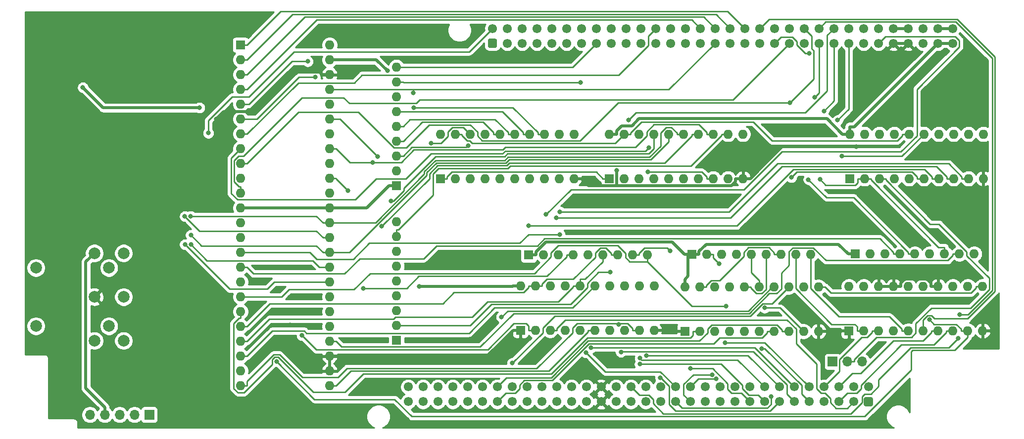
<source format=gbr>
%TF.GenerationSoftware,KiCad,Pcbnew,(5.1.7)-1*%
%TF.CreationDate,2021-09-17T17:18:02+01:00*%
%TF.ProjectId,Apricot-Expansion-RAM,41707269-636f-4742-9d45-7870616e7369,rev?*%
%TF.SameCoordinates,Original*%
%TF.FileFunction,Copper,L1,Top*%
%TF.FilePolarity,Positive*%
%FSLAX46Y46*%
G04 Gerber Fmt 4.6, Leading zero omitted, Abs format (unit mm)*
G04 Created by KiCad (PCBNEW (5.1.7)-1) date 2021-09-17 17:18:02*
%MOMM*%
%LPD*%
G01*
G04 APERTURE LIST*
%TA.AperFunction,ComponentPad*%
%ADD10O,1.700000X1.700000*%
%TD*%
%TA.AperFunction,ComponentPad*%
%ADD11R,1.700000X1.700000*%
%TD*%
%TA.AperFunction,ComponentPad*%
%ADD12O,1.600000X1.600000*%
%TD*%
%TA.AperFunction,ComponentPad*%
%ADD13R,1.600000X1.600000*%
%TD*%
%TA.AperFunction,ComponentPad*%
%ADD14C,2.000000*%
%TD*%
%TA.AperFunction,ComponentPad*%
%ADD15C,1.550000*%
%TD*%
%TA.AperFunction,ViaPad*%
%ADD16C,0.800000*%
%TD*%
%TA.AperFunction,Conductor*%
%ADD17C,0.500000*%
%TD*%
%TA.AperFunction,Conductor*%
%ADD18C,0.250000*%
%TD*%
%TA.AperFunction,Conductor*%
%ADD19C,0.254000*%
%TD*%
%TA.AperFunction,Conductor*%
%ADD20C,0.100000*%
%TD*%
G04 APERTURE END LIST*
D10*
%TO.P,SEL1,3*%
%TO.N,GND*%
X209672000Y-106176000D03*
%TO.P,SEL1,2*%
%TO.N,SYS_TYPE*%
X207132000Y-106176000D03*
D11*
%TO.P,SEL1,1*%
%TO.N,VCC*%
X204592000Y-106176000D03*
%TD*%
D12*
%TO.P,SRAM-Socket1,48*%
%TO.N,A16*%
X118532000Y-51875500D03*
%TO.P,SRAM-Socket1,24*%
%TO.N,A1*%
X103292000Y-110295500D03*
%TO.P,SRAM-Socket1,47*%
%TO.N,VCC*%
X118532000Y-54415500D03*
%TO.P,SRAM-Socket1,23*%
%TO.N,A2*%
X103292000Y-107755500D03*
%TO.P,SRAM-Socket1,46*%
%TO.N,GND*%
X118532000Y-56955500D03*
%TO.P,SRAM-Socket1,22*%
%TO.N,A3*%
X103292000Y-105215500D03*
%TO.P,SRAM-Socket1,45*%
%TO.N,D15*%
X118532000Y-59495500D03*
%TO.P,SRAM-Socket1,21*%
%TO.N,A4*%
X103292000Y-102675500D03*
%TO.P,SRAM-Socket1,44*%
%TO.N,D7*%
X118532000Y-62035500D03*
%TO.P,SRAM-Socket1,20*%
%TO.N,A5*%
X103292000Y-100135500D03*
%TO.P,SRAM-Socket1,43*%
%TO.N,D14*%
X118532000Y-64575500D03*
%TO.P,SRAM-Socket1,19*%
%TO.N,A6*%
X103292000Y-97595500D03*
%TO.P,SRAM-Socket1,42*%
%TO.N,D6*%
X118532000Y-67115500D03*
%TO.P,SRAM-Socket1,18*%
%TO.N,A7*%
X103292000Y-95055500D03*
%TO.P,SRAM-Socket1,41*%
%TO.N,D13*%
X118532000Y-69655500D03*
%TO.P,SRAM-Socket1,17*%
%TO.N,A17*%
X103292000Y-92515500D03*
%TO.P,SRAM-Socket1,40*%
%TO.N,D5*%
X118532000Y-72195500D03*
%TO.P,SRAM-Socket1,16*%
%TO.N,A18*%
X103292000Y-89975500D03*
%TO.P,SRAM-Socket1,39*%
%TO.N,D12*%
X118532000Y-74735500D03*
%TO.P,SRAM-Socket1,15*%
%TO.N,_I_BLE*%
X103292000Y-87435500D03*
%TO.P,SRAM-Socket1,38*%
%TO.N,D4*%
X118532000Y-77275500D03*
%TO.P,SRAM-Socket1,14*%
%TO.N,_I_BHE*%
X103292000Y-84895500D03*
%TO.P,SRAM-Socket1,37*%
%TO.N,VCC*%
X118532000Y-79815500D03*
%TO.P,SRAM-Socket1,13*%
%TO.N,Net-(SRAM-Socket1-Pad13)*%
X103292000Y-82355500D03*
%TO.P,SRAM-Socket1,36*%
%TO.N,D11*%
X118532000Y-82355500D03*
%TO.P,SRAM-Socket1,12*%
%TO.N,VCC*%
X103292000Y-79815500D03*
%TO.P,SRAM-Socket1,35*%
%TO.N,D3*%
X118532000Y-84895500D03*
%TO.P,SRAM-Socket1,11*%
%TO.N,_WE*%
X103292000Y-77275500D03*
%TO.P,SRAM-Socket1,34*%
%TO.N,D10*%
X118532000Y-87435500D03*
%TO.P,SRAM-Socket1,10*%
%TO.N,Net-(SRAM-Socket1-Pad10)*%
X103292000Y-74735500D03*
%TO.P,SRAM-Socket1,33*%
%TO.N,D2*%
X118532000Y-89975500D03*
%TO.P,SRAM-Socket1,9*%
%TO.N,A19*%
X103292000Y-72195500D03*
%TO.P,SRAM-Socket1,32*%
%TO.N,D9*%
X118532000Y-92515500D03*
%TO.P,SRAM-Socket1,8*%
%TO.N,A8*%
X103292000Y-69655500D03*
%TO.P,SRAM-Socket1,31*%
%TO.N,D1*%
X118532000Y-95055500D03*
%TO.P,SRAM-Socket1,7*%
%TO.N,A9*%
X103292000Y-67115500D03*
%TO.P,SRAM-Socket1,30*%
%TO.N,D8*%
X118532000Y-97595500D03*
%TO.P,SRAM-Socket1,6*%
%TO.N,A10*%
X103292000Y-64575500D03*
%TO.P,SRAM-Socket1,29*%
%TO.N,D0*%
X118532000Y-100135500D03*
%TO.P,SRAM-Socket1,5*%
%TO.N,A11*%
X103292000Y-62035500D03*
%TO.P,SRAM-Socket1,28*%
%TO.N,_MOE*%
X118532000Y-102675500D03*
%TO.P,SRAM-Socket1,4*%
%TO.N,A12*%
X103292000Y-59495500D03*
%TO.P,SRAM-Socket1,27*%
%TO.N,GND*%
X118532000Y-105215500D03*
%TO.P,SRAM-Socket1,3*%
%TO.N,A13*%
X103292000Y-56955500D03*
%TO.P,SRAM-Socket1,26*%
%TO.N,GND*%
X118532000Y-107755500D03*
%TO.P,SRAM-Socket1,2*%
%TO.N,A14*%
X103292000Y-54415500D03*
%TO.P,SRAM-Socket1,25*%
%TO.N,A0*%
X118532000Y-110295500D03*
D13*
%TO.P,SRAM-Socket1,1*%
%TO.N,A15*%
X103292000Y-51875500D03*
%TD*%
D12*
%TO.P,SBDT2,20*%
%TO.N,VCC*%
X166392000Y-67155500D03*
%TO.P,SBDT2,10*%
%TO.N,GND*%
X189252000Y-74775500D03*
%TO.P,SBDT2,19*%
%TO.N,_BOARD_OE*%
X168932000Y-67155500D03*
%TO.P,SBDT2,9*%
%TO.N,DB15*%
X186712000Y-74775500D03*
%TO.P,SBDT2,18*%
%TO.N,D8*%
X171472000Y-67155500D03*
%TO.P,SBDT2,8*%
%TO.N,DB14*%
X184172000Y-74775500D03*
%TO.P,SBDT2,17*%
%TO.N,D9*%
X174012000Y-67155500D03*
%TO.P,SBDT2,7*%
%TO.N,DB13*%
X181632000Y-74775500D03*
%TO.P,SBDT2,16*%
%TO.N,D10*%
X176552000Y-67155500D03*
%TO.P,SBDT2,6*%
%TO.N,DB12*%
X179092000Y-74775500D03*
%TO.P,SBDT2,15*%
%TO.N,D11*%
X179092000Y-67155500D03*
%TO.P,SBDT2,5*%
%TO.N,DB11*%
X176552000Y-74775500D03*
%TO.P,SBDT2,14*%
%TO.N,D12*%
X181632000Y-67155500D03*
%TO.P,SBDT2,4*%
%TO.N,DB10*%
X174012000Y-74775500D03*
%TO.P,SBDT2,13*%
%TO.N,D13*%
X184172000Y-67155500D03*
%TO.P,SBDT2,3*%
%TO.N,DB9*%
X171472000Y-74775500D03*
%TO.P,SBDT2,12*%
%TO.N,D14*%
X186712000Y-67155500D03*
%TO.P,SBDT2,2*%
%TO.N,DB8*%
X168932000Y-74775500D03*
%TO.P,SBDT2,11*%
%TO.N,D15*%
X189252000Y-67155500D03*
D13*
%TO.P,SBDT2,1*%
%TO.N,DT_R*%
X166392000Y-74775500D03*
%TD*%
D12*
%TO.P,SBDT1,20*%
%TO.N,VCC*%
X137492000Y-67155500D03*
%TO.P,SBDT1,10*%
%TO.N,GND*%
X160352000Y-74775500D03*
%TO.P,SBDT1,19*%
%TO.N,_BOARD_OE*%
X140032000Y-67155500D03*
%TO.P,SBDT1,9*%
%TO.N,DB7*%
X157812000Y-74775500D03*
%TO.P,SBDT1,18*%
%TO.N,D0*%
X142572000Y-67155500D03*
%TO.P,SBDT1,8*%
%TO.N,DB6*%
X155272000Y-74775500D03*
%TO.P,SBDT1,17*%
%TO.N,D1*%
X145112000Y-67155500D03*
%TO.P,SBDT1,7*%
%TO.N,DB5*%
X152732000Y-74775500D03*
%TO.P,SBDT1,16*%
%TO.N,D2*%
X147652000Y-67155500D03*
%TO.P,SBDT1,6*%
%TO.N,DB4*%
X150192000Y-74775500D03*
%TO.P,SBDT1,15*%
%TO.N,D3*%
X150192000Y-67155500D03*
%TO.P,SBDT1,5*%
%TO.N,DB3*%
X147652000Y-74775500D03*
%TO.P,SBDT1,14*%
%TO.N,D4*%
X152732000Y-67155500D03*
%TO.P,SBDT1,4*%
%TO.N,DB2*%
X145112000Y-74775500D03*
%TO.P,SBDT1,13*%
%TO.N,D5*%
X155272000Y-67155500D03*
%TO.P,SBDT1,3*%
%TO.N,DB1*%
X142572000Y-74775500D03*
%TO.P,SBDT1,12*%
%TO.N,D6*%
X157812000Y-67155500D03*
%TO.P,SBDT1,2*%
%TO.N,DB0*%
X140032000Y-74775500D03*
%TO.P,SBDT1,11*%
%TO.N,D7*%
X160352000Y-67155500D03*
D13*
%TO.P,SBDT1,1*%
%TO.N,DT_R*%
X137492000Y-74775500D03*
%TD*%
D12*
%TO.P,RAM-Decoder1,20*%
%TO.N,VCC*%
X207492000Y-67155500D03*
%TO.P,RAM-Decoder1,10*%
%TO.N,GND*%
X230352000Y-74775500D03*
%TO.P,RAM-Decoder1,19*%
%TO.N,Net-(RAM-Decoder1-Pad19)*%
X210032000Y-67155500D03*
%TO.P,RAM-Decoder1,9*%
%TO.N,_IORC*%
X227812000Y-74775500D03*
%TO.P,RAM-Decoder1,18*%
%TO.N,_MOE*%
X212572000Y-67155500D03*
%TO.P,RAM-Decoder1,8*%
%TO.N,_MWTC*%
X225272000Y-74775500D03*
%TO.P,RAM-Decoder1,17*%
%TO.N,_WE*%
X215112000Y-67155500D03*
%TO.P,RAM-Decoder1,7*%
%TO.N,_MRDC*%
X222732000Y-74775500D03*
%TO.P,RAM-Decoder1,16*%
%TO.N,_BOARD_OE*%
X217652000Y-67155500D03*
%TO.P,RAM-Decoder1,6*%
%TO.N,DEN*%
X220192000Y-74775500D03*
%TO.P,RAM-Decoder1,15*%
%TO.N,_MEM_OP*%
X220192000Y-67155500D03*
%TO.P,RAM-Decoder1,5*%
%TO.N,A18*%
X217652000Y-74775500D03*
%TO.P,RAM-Decoder1,14*%
%TO.N,_IO_OP*%
X222732000Y-67155500D03*
%TO.P,RAM-Decoder1,4*%
%TO.N,A17*%
X215112000Y-74775500D03*
%TO.P,RAM-Decoder1,13*%
%TO.N,IO_R_W*%
X225272000Y-67155500D03*
%TO.P,RAM-Decoder1,3*%
%TO.N,SYS_TYPE*%
X212572000Y-74775500D03*
%TO.P,RAM-Decoder1,12*%
%TO.N,Net-(RAM-Decoder1-Pad12)*%
X227812000Y-67155500D03*
%TO.P,RAM-Decoder1,2*%
%TO.N,_SELECTED*%
X210032000Y-74775500D03*
%TO.P,RAM-Decoder1,11*%
%TO.N,_IOWC*%
X230352000Y-67155500D03*
D13*
%TO.P,RAM-Decoder1,1*%
%TO.N,Net-(RAM-Decoder1-Pad1)*%
X207492000Y-74775500D03*
%TD*%
D12*
%TO.P,DP2,9*%
%TO.N,D15*%
X129992000Y-82156000D03*
%TO.P,DP2,8*%
%TO.N,D14*%
X129992000Y-84696000D03*
%TO.P,DP2,7*%
%TO.N,D13*%
X129992000Y-87236000D03*
%TO.P,DP2,6*%
%TO.N,D12*%
X129992000Y-89776000D03*
%TO.P,DP2,5*%
%TO.N,D11*%
X129992000Y-92316000D03*
%TO.P,DP2,4*%
%TO.N,D10*%
X129992000Y-94856000D03*
%TO.P,DP2,3*%
%TO.N,D9*%
X129992000Y-97396000D03*
%TO.P,DP2,2*%
%TO.N,D8*%
X129992000Y-99936000D03*
D13*
%TO.P,DP2,1*%
%TO.N,VCC*%
X129992000Y-102476000D03*
%TD*%
D12*
%TO.P,DP1,9*%
%TO.N,D7*%
X129992000Y-55655500D03*
%TO.P,DP1,8*%
%TO.N,D6*%
X129992000Y-58195500D03*
%TO.P,DP1,7*%
%TO.N,D5*%
X129992000Y-60735500D03*
%TO.P,DP1,6*%
%TO.N,D4*%
X129992000Y-63275500D03*
%TO.P,DP1,5*%
%TO.N,D3*%
X129992000Y-65815500D03*
%TO.P,DP1,4*%
%TO.N,D2*%
X129992000Y-68355500D03*
%TO.P,DP1,3*%
%TO.N,D1*%
X129992000Y-70895500D03*
%TO.P,DP1,2*%
%TO.N,D0*%
X129992000Y-73435500D03*
D13*
%TO.P,DP1,1*%
%TO.N,VCC*%
X129992000Y-75975500D03*
%TD*%
D12*
%TO.P,AP3,9*%
%TO.N,_WE*%
X228812000Y-87675500D03*
%TO.P,AP3,8*%
%TO.N,_MOE*%
X226272000Y-87675500D03*
%TO.P,AP3,7*%
%TO.N,_SELECTED*%
X223732000Y-87675500D03*
%TO.P,AP3,6*%
%TO.N,_BOARD_OE*%
X221192000Y-87675500D03*
%TO.P,AP3,5*%
%TO.N,A19*%
X218652000Y-87675500D03*
%TO.P,AP3,4*%
%TO.N,A18*%
X216112000Y-87675500D03*
%TO.P,AP3,3*%
%TO.N,A17*%
X213572000Y-87675500D03*
%TO.P,AP3,2*%
%TO.N,A16*%
X211032000Y-87675500D03*
D13*
%TO.P,AP3,1*%
%TO.N,VCC*%
X208492000Y-87675500D03*
%TD*%
D12*
%TO.P,AP2,9*%
%TO.N,A15*%
X200812000Y-87775500D03*
%TO.P,AP2,8*%
%TO.N,A14*%
X198272000Y-87775500D03*
%TO.P,AP2,7*%
%TO.N,A13*%
X195732000Y-87775500D03*
%TO.P,AP2,6*%
%TO.N,A12*%
X193192000Y-87775500D03*
%TO.P,AP2,5*%
%TO.N,A11*%
X190652000Y-87775500D03*
%TO.P,AP2,4*%
%TO.N,A10*%
X188112000Y-87775500D03*
%TO.P,AP2,3*%
%TO.N,A9*%
X185572000Y-87775500D03*
%TO.P,AP2,2*%
%TO.N,A8*%
X183032000Y-87775500D03*
D13*
%TO.P,AP2,1*%
%TO.N,VCC*%
X180492000Y-87775500D03*
%TD*%
D12*
%TO.P,AP1,9*%
%TO.N,A7*%
X172912000Y-87875500D03*
%TO.P,AP1,8*%
%TO.N,A6*%
X170372000Y-87875500D03*
%TO.P,AP1,7*%
%TO.N,A5*%
X167832000Y-87875500D03*
%TO.P,AP1,6*%
%TO.N,A4*%
X165292000Y-87875500D03*
%TO.P,AP1,5*%
%TO.N,A3*%
X162752000Y-87875500D03*
%TO.P,AP1,4*%
%TO.N,A2*%
X160212000Y-87875500D03*
%TO.P,AP1,3*%
%TO.N,A1*%
X157672000Y-87875500D03*
%TO.P,AP1,2*%
%TO.N,A0*%
X155132000Y-87875500D03*
D13*
%TO.P,AP1,1*%
%TO.N,VCC*%
X152592000Y-87875500D03*
%TD*%
D12*
%TO.P,ALATCH3,20*%
%TO.N,VCC*%
X207392000Y-93256000D03*
%TO.P,ALATCH3,10*%
%TO.N,GND*%
X230252000Y-100876000D03*
%TO.P,ALATCH3,19*%
%TO.N,Net-(ALATCH3-Pad19)*%
X209932000Y-93256000D03*
%TO.P,ALATCH3,9*%
%TO.N,A17*%
X227712000Y-100876000D03*
%TO.P,ALATCH3,18*%
%TO.N,GND*%
X212472000Y-93256000D03*
%TO.P,ALATCH3,8*%
%TO.N,AB18*%
X225172000Y-100876000D03*
%TO.P,ALATCH3,17*%
%TO.N,GND*%
X215012000Y-93256000D03*
%TO.P,ALATCH3,7*%
%TO.N,AB17*%
X222632000Y-100876000D03*
%TO.P,ALATCH3,16*%
%TO.N,Net-(ALATCH3-Pad16)*%
X217552000Y-93256000D03*
%TO.P,ALATCH3,6*%
%TO.N,A16*%
X220092000Y-100876000D03*
%TO.P,ALATCH3,15*%
%TO.N,Net-(ALATCH3-Pad15)*%
X220092000Y-93256000D03*
%TO.P,ALATCH3,5*%
%TO.N,A15*%
X217552000Y-100876000D03*
%TO.P,ALATCH3,14*%
%TO.N,GND*%
X222632000Y-93256000D03*
%TO.P,ALATCH3,4*%
%TO.N,AB16*%
X215012000Y-100876000D03*
%TO.P,ALATCH3,13*%
%TO.N,AB19*%
X225172000Y-93256000D03*
%TO.P,ALATCH3,3*%
%TO.N,AB15*%
X212472000Y-100876000D03*
%TO.P,ALATCH3,12*%
%TO.N,A18*%
X227712000Y-93256000D03*
%TO.P,ALATCH3,2*%
%TO.N,A14*%
X209932000Y-100876000D03*
%TO.P,ALATCH3,11*%
%TO.N,ALE*%
X230252000Y-93256000D03*
D13*
%TO.P,ALATCH3,1*%
%TO.N,GND*%
X207392000Y-100876000D03*
%TD*%
D12*
%TO.P,ALATCH2,20*%
%TO.N,VCC*%
X179292000Y-93356000D03*
%TO.P,ALATCH2,10*%
%TO.N,GND*%
X202152000Y-100976000D03*
%TO.P,ALATCH2,19*%
%TO.N,A13*%
X181832000Y-93356000D03*
%TO.P,ALATCH2,9*%
%TO.N,A9*%
X199612000Y-100976000D03*
%TO.P,ALATCH2,18*%
%TO.N,AB14*%
X184372000Y-93356000D03*
%TO.P,ALATCH2,8*%
%TO.N,AB10*%
X197072000Y-100976000D03*
%TO.P,ALATCH2,17*%
%TO.N,AB13*%
X186912000Y-93356000D03*
%TO.P,ALATCH2,7*%
%TO.N,AB9*%
X194532000Y-100976000D03*
%TO.P,ALATCH2,16*%
%TO.N,A12*%
X189452000Y-93356000D03*
%TO.P,ALATCH2,6*%
%TO.N,A8*%
X191992000Y-100976000D03*
%TO.P,ALATCH2,15*%
%TO.N,A11*%
X191992000Y-93356000D03*
%TO.P,ALATCH2,5*%
%TO.N,A7*%
X189452000Y-100976000D03*
%TO.P,ALATCH2,14*%
%TO.N,AB12*%
X194532000Y-93356000D03*
%TO.P,ALATCH2,4*%
%TO.N,AB8*%
X186912000Y-100976000D03*
%TO.P,ALATCH2,13*%
%TO.N,AB11*%
X197072000Y-93356000D03*
%TO.P,ALATCH2,3*%
%TO.N,AB7*%
X184372000Y-100976000D03*
%TO.P,ALATCH2,12*%
%TO.N,A10*%
X199612000Y-93356000D03*
%TO.P,ALATCH2,2*%
%TO.N,A6*%
X181832000Y-100976000D03*
%TO.P,ALATCH2,11*%
%TO.N,ALE*%
X202152000Y-93356000D03*
D13*
%TO.P,ALATCH2,1*%
%TO.N,GND*%
X179292000Y-100976000D03*
%TD*%
D12*
%TO.P,ALATCH1,20*%
%TO.N,VCC*%
X151192000Y-93156000D03*
%TO.P,ALATCH1,10*%
%TO.N,GND*%
X174052000Y-100776000D03*
%TO.P,ALATCH1,19*%
%TO.N,A5*%
X153732000Y-93156000D03*
%TO.P,ALATCH1,9*%
%TO.N,A1*%
X171512000Y-100776000D03*
%TO.P,ALATCH1,18*%
%TO.N,AB6*%
X156272000Y-93156000D03*
%TO.P,ALATCH1,8*%
%TO.N,AB2*%
X168972000Y-100776000D03*
%TO.P,ALATCH1,17*%
%TO.N,AB5*%
X158812000Y-93156000D03*
%TO.P,ALATCH1,7*%
%TO.N,AB1*%
X166432000Y-100776000D03*
%TO.P,ALATCH1,16*%
%TO.N,A4*%
X161352000Y-93156000D03*
%TO.P,ALATCH1,6*%
%TO.N,A0*%
X163892000Y-100776000D03*
%TO.P,ALATCH1,15*%
%TO.N,A3*%
X163892000Y-93156000D03*
%TO.P,ALATCH1,5*%
%TO.N,_I_BLE*%
X161352000Y-100776000D03*
%TO.P,ALATCH1,14*%
%TO.N,AB4*%
X166432000Y-93156000D03*
%TO.P,ALATCH1,4*%
%TO.N,AB0*%
X158812000Y-100776000D03*
%TO.P,ALATCH1,13*%
%TO.N,AB3*%
X168972000Y-93156000D03*
%TO.P,ALATCH1,3*%
%TO.N,_BHE*%
X156272000Y-100776000D03*
%TO.P,ALATCH1,12*%
%TO.N,A2*%
X171512000Y-93156000D03*
%TO.P,ALATCH1,2*%
%TO.N,_I_BHE*%
X153732000Y-100776000D03*
%TO.P,ALATCH1,11*%
%TO.N,ALE*%
X174052000Y-93156000D03*
D13*
%TO.P,ALATCH1,1*%
%TO.N,GND*%
X151192000Y-100776000D03*
%TD*%
D14*
%TO.P,JV-2,8*%
%TO.N,V-BLUE*%
X83292000Y-95075500D03*
%TO.P,JV-2,2*%
%TO.N,GND*%
X78292000Y-95075500D03*
%TO.P,JV-2,7*%
%TO.N,V-RED*%
X83292000Y-87575500D03*
%TO.P,JV-2,3*%
%TO.N,V-INTENSITY*%
X78292000Y-87575500D03*
%TO.P,JV-2,6*%
%TO.N,V-GREEN*%
X83292000Y-102575500D03*
%TO.P,JV-2,1*%
%TO.N,V-CVIDEO*%
X78292000Y-102575500D03*
%TO.P,JV-2,4*%
%TO.N,V-COMP-SYNC*%
X80792000Y-100075500D03*
%TO.P,JV-2,5*%
%TO.N,V-SYNC*%
X80792000Y-90075500D03*
%TO.P,JV-2,14*%
%TO.N,N/C*%
X68292000Y-90075500D03*
%TO.P,JV-2,13*%
X68292000Y-100075500D03*
%TD*%
D10*
%TO.P,JV-1,5*%
%TO.N,V-COMP-SYNC*%
X77532000Y-115276000D03*
%TO.P,JV-1,4*%
%TO.N,V-INTENSITY*%
X80072000Y-115276000D03*
%TO.P,JV-1,3*%
%TO.N,V-BLUE*%
X82612000Y-115276000D03*
%TO.P,JV-1,2*%
%TO.N,V-GREEN*%
X85152000Y-115276000D03*
D11*
%TO.P,JV-1,1*%
%TO.N,V-RED*%
X87692000Y-115276000D03*
%TD*%
D15*
%TO.P,CONN2,b32*%
%TO.N,VCC*%
X225132000Y-49035500D03*
%TO.P,CONN2,b31*%
X222592000Y-49035500D03*
%TO.P,CONN2,b30*%
%TO.N,Net-(CONN2-Padb30)*%
X220052000Y-49035500D03*
%TO.P,CONN2,b29*%
%TO.N,GND*%
X217512000Y-49035500D03*
%TO.P,CONN2,b28*%
X214972000Y-49035500D03*
%TO.P,CONN2,b27*%
%TO.N,_AIOWC*%
X212432000Y-49035500D03*
%TO.P,CONN2,b26*%
%TO.N,_RES*%
X209892000Y-49035500D03*
%TO.P,CONN2,b25*%
%TO.N,CLK15*%
X207352000Y-49035500D03*
%TO.P,CONN2,b24*%
%TO.N,_INT3*%
X204812000Y-49035500D03*
%TO.P,CONN2,b23*%
%TO.N,IRDY*%
X202272000Y-49035500D03*
%TO.P,CONN2,b22*%
%TO.N,A19*%
X199732000Y-49035500D03*
%TO.P,CONN2,b21*%
%TO.N,A18*%
X197192000Y-49035500D03*
%TO.P,CONN2,b20*%
%TO.N,A17*%
X194652000Y-49035500D03*
%TO.P,CONN2,b19*%
%TO.N,A16*%
X192112000Y-49035500D03*
%TO.P,CONN2,b18*%
%TO.N,A15*%
X189572000Y-49035500D03*
%TO.P,CONN2,b17*%
%TO.N,A14*%
X187032000Y-49035500D03*
%TO.P,CONN2,b16*%
%TO.N,A13*%
X184492000Y-49035500D03*
%TO.P,CONN2,b15*%
%TO.N,A12*%
X181952000Y-49035500D03*
%TO.P,CONN2,b14*%
%TO.N,A11*%
X179412000Y-49035500D03*
%TO.P,CONN2,b13*%
%TO.N,A10*%
X176872000Y-49035500D03*
%TO.P,CONN2,b12*%
%TO.N,A9*%
X174332000Y-49035500D03*
%TO.P,CONN2,b11*%
%TO.N,A8*%
X171792000Y-49035500D03*
%TO.P,CONN2,b10*%
%TO.N,A7*%
X169252000Y-49035500D03*
%TO.P,CONN2,b9*%
%TO.N,A6*%
X166712000Y-49035500D03*
%TO.P,CONN2,b8*%
%TO.N,A5*%
X164172000Y-49035500D03*
%TO.P,CONN2,b7*%
%TO.N,A4*%
X161632000Y-49035500D03*
%TO.P,CONN2,b6*%
%TO.N,A3*%
X159092000Y-49035500D03*
%TO.P,CONN2,b5*%
%TO.N,A2*%
X156552000Y-49035500D03*
%TO.P,CONN2,b4*%
%TO.N,A1*%
X154012000Y-49035500D03*
%TO.P,CONN2,b3*%
%TO.N,A0*%
X151472000Y-49035500D03*
%TO.P,CONN2,b2*%
%TO.N,_I_BLE*%
X148932000Y-49035500D03*
%TO.P,CONN2,b1*%
%TO.N,_I_BHE*%
X146392000Y-49035500D03*
%TO.P,CONN2,a32*%
%TO.N,VCC*%
X225132000Y-51575500D03*
%TO.P,CONN2,a31*%
X222592000Y-51575500D03*
%TO.P,CONN2,a30*%
%TO.N,Net-(CONN2-Pada30)*%
X220052000Y-51575500D03*
%TO.P,CONN2,a29*%
%TO.N,GND*%
X217512000Y-51575500D03*
%TO.P,CONN2,a28*%
X214972000Y-51575500D03*
%TO.P,CONN2,a27*%
%TO.N,_AMWC*%
X212432000Y-51575500D03*
%TO.P,CONN2,a26*%
%TO.N,Net-(CONN2-Pada26)*%
X209892000Y-51575500D03*
%TO.P,CONN2,a25*%
%TO.N,CLK5*%
X207352000Y-51575500D03*
%TO.P,CONN2,a24*%
%TO.N,_INT2*%
X204812000Y-51575500D03*
%TO.P,CONN2,a23*%
%TO.N,MRDY*%
X202272000Y-51575500D03*
%TO.P,CONN2,a22*%
%TO.N,IO_R_W*%
X199732000Y-51575500D03*
%TO.P,CONN2,a21*%
%TO.N,_WE*%
X197192000Y-51575500D03*
%TO.P,CONN2,a20*%
%TO.N,_IO_OP*%
X194652000Y-51575500D03*
%TO.P,CONN2,a19*%
%TO.N,_MEM_OP*%
X192112000Y-51575500D03*
%TO.P,CONN2,a18*%
%TO.N,_SELECTED*%
X189572000Y-51575500D03*
%TO.P,CONN2,a17*%
%TO.N,DEN*%
X187032000Y-51575500D03*
%TO.P,CONN2,a16*%
%TO.N,D15*%
X184492000Y-51575500D03*
%TO.P,CONN2,a15*%
%TO.N,D14*%
X181952000Y-51575500D03*
%TO.P,CONN2,a14*%
%TO.N,D13*%
X179412000Y-51575500D03*
%TO.P,CONN2,a13*%
%TO.N,D12*%
X176872000Y-51575500D03*
%TO.P,CONN2,a12*%
%TO.N,D11*%
X174332000Y-51575500D03*
%TO.P,CONN2,a11*%
%TO.N,D10*%
X171792000Y-51575500D03*
%TO.P,CONN2,a10*%
%TO.N,D9*%
X169252000Y-51575500D03*
%TO.P,CONN2,a9*%
%TO.N,D8*%
X166712000Y-51575500D03*
%TO.P,CONN2,a8*%
%TO.N,D7*%
X164172000Y-51575500D03*
%TO.P,CONN2,a7*%
%TO.N,D6*%
X161632000Y-51575500D03*
%TO.P,CONN2,a6*%
%TO.N,D5*%
X159092000Y-51575500D03*
%TO.P,CONN2,a5*%
%TO.N,D4*%
X156552000Y-51575500D03*
%TO.P,CONN2,a4*%
%TO.N,D3*%
X154012000Y-51575500D03*
%TO.P,CONN2,a3*%
%TO.N,D2*%
X151472000Y-51575500D03*
%TO.P,CONN2,a2*%
%TO.N,D1*%
X148932000Y-51575500D03*
%TO.P,CONN2,a1*%
%TO.N,D0*%
%TA.AperFunction,ComponentPad*%
G36*
G01*
X146917001Y-52350500D02*
X145866999Y-52350500D01*
G75*
G02*
X145617000Y-52100501I0J249999D01*
G01*
X145617000Y-51050499D01*
G75*
G02*
X145866999Y-50800500I249999J0D01*
G01*
X146917001Y-50800500D01*
G75*
G02*
X147167000Y-51050499I0J-249999D01*
G01*
X147167000Y-52100501D01*
G75*
G02*
X146917001Y-52350500I-249999J0D01*
G01*
G37*
%TD.AperFunction*%
%TD*%
%TO.P,CONN1,b32*%
%TO.N,-12V*%
X131972000Y-110496000D03*
%TO.P,CONN1,b31*%
%TO.N,VCC*%
X134512000Y-110496000D03*
%TO.P,CONN1,b30*%
%TO.N,DB0*%
X137052000Y-110496000D03*
%TO.P,CONN1,b29*%
%TO.N,DB2*%
X139592000Y-110496000D03*
%TO.P,CONN1,b28*%
%TO.N,DB4*%
X142132000Y-110496000D03*
%TO.P,CONN1,b27*%
%TO.N,DB6*%
X144672000Y-110496000D03*
%TO.P,CONN1,b26*%
%TO.N,AB10*%
X147212000Y-110496000D03*
%TO.P,CONN1,b25*%
%TO.N,AB11*%
X149752000Y-110496000D03*
%TO.P,CONN1,b24*%
%TO.N,_AMWC*%
X152292000Y-110496000D03*
%TO.P,CONN1,b23*%
%TO.N,Net-(CONN1-Padb23)*%
X154832000Y-110496000D03*
%TO.P,CONN1,b22*%
%TO.N,Net-(CONN1-Padb22)*%
X157372000Y-110496000D03*
%TO.P,CONN1,b21*%
%TO.N,_MWTC*%
X159912000Y-110496000D03*
%TO.P,CONN1,b20*%
%TO.N,_IOWC*%
X162452000Y-110496000D03*
%TO.P,CONN1,b19*%
%TO.N,GND*%
X164992000Y-110496000D03*
%TO.P,CONN1,b18*%
%TO.N,CLK5*%
X167532000Y-110496000D03*
%TO.P,CONN1,b17*%
%TO.N,IRDY*%
X170072000Y-110496000D03*
%TO.P,CONN1,b16*%
%TO.N,Net-(CONN1-Padb16)*%
X172612000Y-110496000D03*
%TO.P,CONN1,b15*%
%TO.N,_INT3*%
X175152000Y-110496000D03*
%TO.P,CONN1,b14*%
%TO.N,AB6*%
X177692000Y-110496000D03*
%TO.P,CONN1,b13*%
%TO.N,AB8*%
X180232000Y-110496000D03*
%TO.P,CONN1,b12*%
%TO.N,DB9*%
X182772000Y-110496000D03*
%TO.P,CONN1,b11*%
%TO.N,DB11*%
X185312000Y-110496000D03*
%TO.P,CONN1,b10*%
%TO.N,DB13*%
X187852000Y-110496000D03*
%TO.P,CONN1,b9*%
%TO.N,DB15*%
X190392000Y-110496000D03*
%TO.P,CONN1,b8*%
%TO.N,AB2*%
X192932000Y-110496000D03*
%TO.P,CONN1,b7*%
%TO.N,AB4*%
X195472000Y-110496000D03*
%TO.P,CONN1,b6*%
%TO.N,AB0*%
X198012000Y-110496000D03*
%TO.P,CONN1,b5*%
%TO.N,AB14*%
X200552000Y-110496000D03*
%TO.P,CONN1,b4*%
%TO.N,AB15*%
X203092000Y-110496000D03*
%TO.P,CONN1,b3*%
%TO.N,AB17*%
X205632000Y-110496000D03*
%TO.P,CONN1,b2*%
%TO.N,AB19*%
X208172000Y-110496000D03*
%TO.P,CONN1,b1*%
%TO.N,Net-(CONN1-Padb1)*%
X210712000Y-110496000D03*
%TO.P,CONN1,a32*%
%TO.N,+12V*%
X131972000Y-113036000D03*
%TO.P,CONN1,a31*%
%TO.N,VCC*%
X134512000Y-113036000D03*
%TO.P,CONN1,a30*%
%TO.N,DB1*%
X137052000Y-113036000D03*
%TO.P,CONN1,a29*%
%TO.N,DB3*%
X139592000Y-113036000D03*
%TO.P,CONN1,a28*%
%TO.N,DB5*%
X142132000Y-113036000D03*
%TO.P,CONN1,a27*%
%TO.N,DB7*%
X144672000Y-113036000D03*
%TO.P,CONN1,a26*%
%TO.N,AB9*%
X147212000Y-113036000D03*
%TO.P,CONN1,a25*%
%TO.N,AB12*%
X149752000Y-113036000D03*
%TO.P,CONN1,a24*%
%TO.N,_MRDC*%
X152292000Y-113036000D03*
%TO.P,CONN1,a23*%
%TO.N,DT_R*%
X154832000Y-113036000D03*
%TO.P,CONN1,a22*%
%TO.N,_IORC*%
X157372000Y-113036000D03*
%TO.P,CONN1,a21*%
%TO.N,_RES*%
X159912000Y-113036000D03*
%TO.P,CONN1,a20*%
%TO.N,_AIOWC*%
X162452000Y-113036000D03*
%TO.P,CONN1,a19*%
%TO.N,GND*%
X164992000Y-113036000D03*
%TO.P,CONN1,a18*%
%TO.N,DEN*%
X167532000Y-113036000D03*
%TO.P,CONN1,a17*%
%TO.N,MRDY*%
X170072000Y-113036000D03*
%TO.P,CONN1,a16*%
%TO.N,Net-(CONN1-Pada16)*%
X172612000Y-113036000D03*
%TO.P,CONN1,a15*%
%TO.N,ALE*%
X175152000Y-113036000D03*
%TO.P,CONN1,a14*%
%TO.N,_INT2*%
X177692000Y-113036000D03*
%TO.P,CONN1,a13*%
%TO.N,AB7*%
X180232000Y-113036000D03*
%TO.P,CONN1,a12*%
%TO.N,DB8*%
X182772000Y-113036000D03*
%TO.P,CONN1,a11*%
%TO.N,DB10*%
X185312000Y-113036000D03*
%TO.P,CONN1,a10*%
%TO.N,DB12*%
X187852000Y-113036000D03*
%TO.P,CONN1,a9*%
%TO.N,DB14*%
X190392000Y-113036000D03*
%TO.P,CONN1,a8*%
%TO.N,AB1*%
X192932000Y-113036000D03*
%TO.P,CONN1,a7*%
%TO.N,AB3*%
X195472000Y-113036000D03*
%TO.P,CONN1,a6*%
%TO.N,AB5*%
X198012000Y-113036000D03*
%TO.P,CONN1,a5*%
%TO.N,AB13*%
X200552000Y-113036000D03*
%TO.P,CONN1,a4*%
%TO.N,AB16*%
X203092000Y-113036000D03*
%TO.P,CONN1,a3*%
%TO.N,AB18*%
X205632000Y-113036000D03*
%TO.P,CONN1,a2*%
%TO.N,_BHE*%
X208172000Y-113036000D03*
%TO.P,CONN1,a1*%
%TO.N,CLK15*%
%TA.AperFunction,ComponentPad*%
G36*
G01*
X211487000Y-112510999D02*
X211487000Y-113561001D01*
G75*
G02*
X211237001Y-113811000I-249999J0D01*
G01*
X210186999Y-113811000D01*
G75*
G02*
X209937000Y-113561001I0J249999D01*
G01*
X209937000Y-112510999D01*
G75*
G02*
X210186999Y-112261000I249999J0D01*
G01*
X211237001Y-112261000D01*
G75*
G02*
X211487000Y-112510999I0J-249999D01*
G01*
G37*
%TD.AperFunction*%
%TD*%
D16*
%TO.N,VCC*%
X96294500Y-62631200D03*
X76328100Y-59163700D03*
X133871900Y-93295500D03*
X128421400Y-56306800D03*
%TO.N,GND*%
X99156200Y-64559300D03*
X208631100Y-69329400D03*
X167662000Y-73361500D03*
X91892000Y-73975500D03*
X84492000Y-52675500D03*
X111192000Y-102875500D03*
X91692000Y-96075500D03*
X107092000Y-104575500D03*
X133692000Y-105875500D03*
X147192000Y-105275500D03*
X211192000Y-57875500D03*
X220092000Y-77875500D03*
X222692000Y-78475500D03*
X217792000Y-77275500D03*
X218692000Y-70775500D03*
X186592000Y-71375500D03*
X184292000Y-71475500D03*
X98392000Y-55875500D03*
X116492000Y-55075500D03*
X212592000Y-116275500D03*
X209592000Y-90875500D03*
X218392000Y-90775500D03*
X206292000Y-91175500D03*
X197292000Y-95775500D03*
X199792000Y-98775500D03*
X89792000Y-60875500D03*
X126492000Y-110275500D03*
X124792000Y-102475500D03*
X133592000Y-102475500D03*
X111792000Y-99875500D03*
X111692000Y-97675500D03*
X105592000Y-96875500D03*
X106892000Y-92375500D03*
X106192000Y-89975500D03*
X109592000Y-93775500D03*
X111692000Y-95175500D03*
X147292000Y-89275500D03*
X155292000Y-103175500D03*
X165392000Y-105375500D03*
X194892000Y-97975500D03*
X212292000Y-96675500D03*
X212292000Y-103375500D03*
X192892000Y-81975500D03*
X212792000Y-79375500D03*
X225092000Y-62175500D03*
X215092000Y-61975500D03*
X206192000Y-56475500D03*
X194192000Y-66175500D03*
X159803800Y-78663700D03*
X131592000Y-50475500D03*
X134992000Y-54375500D03*
X119092000Y-49675500D03*
X114792000Y-51575500D03*
X89092000Y-82675500D03*
X166492000Y-78675500D03*
X168992000Y-78775500D03*
X184092000Y-78475500D03*
X201392000Y-80575500D03*
X229192000Y-54775500D03*
X226892000Y-56875500D03*
X222092000Y-84275500D03*
%TO.N,A1*%
X167959800Y-99765300D03*
%TO.N,AB6*%
X162412900Y-104641300D03*
%TO.N,AB2*%
X171617600Y-105590300D03*
%TO.N,AB5*%
X168372700Y-104532700D03*
%TO.N,AB1*%
X171603100Y-106601500D03*
%TO.N,AB4*%
X172749400Y-105143700D03*
%TO.N,AB0*%
X163235100Y-103806000D03*
%TO.N,AB3*%
X175123300Y-108960700D03*
%TO.N,A2*%
X124266900Y-93586000D03*
%TO.N,A9*%
X192948400Y-96954100D03*
%TO.N,AB14*%
X186169700Y-102892100D03*
%TO.N,AB13*%
X192432000Y-103919100D03*
%TO.N,A8*%
X173178400Y-69480000D03*
X185180500Y-89361400D03*
%TO.N,A11*%
X114809800Y-54699300D03*
%TO.N,A7*%
X186386100Y-96627900D03*
%TO.N,AB12*%
X147924900Y-98519600D03*
%TO.N,AB8*%
X184676900Y-109108700D03*
%TO.N,AB11*%
X149776500Y-106430900D03*
%TO.N,AB7*%
X183969400Y-108401400D03*
%TO.N,A10*%
X116048100Y-57393600D03*
%TO.N,A6*%
X176788800Y-87185700D03*
%TO.N,A17*%
X221155000Y-98971200D03*
X109459100Y-106145700D03*
%TO.N,A19*%
X200452900Y-74949300D03*
X197247700Y-61762700D03*
%TO.N,DEN*%
X197524800Y-74578900D03*
%TO.N,_AMWC*%
X155562200Y-80929800D03*
%TO.N,_MWTC*%
X157333500Y-81478500D03*
%TO.N,CLK5*%
X205437400Y-64776600D03*
%TO.N,IRDY*%
X226306700Y-98066000D03*
X226060100Y-102153400D03*
%TO.N,_INT3*%
X169711400Y-64770600D03*
%TO.N,_MRDC*%
X152558700Y-82884600D03*
%TO.N,_IORC*%
X157925000Y-80478300D03*
%TO.N,MRDY*%
X201487900Y-60857800D03*
%TO.N,_INT2*%
X203088700Y-63174300D03*
X194031800Y-112161400D03*
%TO.N,D15*%
X132878600Y-60112800D03*
%TO.N,D14*%
X126744600Y-71037000D03*
%TO.N,D13*%
X125937000Y-72050500D03*
%TO.N,D12*%
X127437300Y-82981100D03*
X121676600Y-76805300D03*
%TO.N,D11*%
X94772700Y-81230200D03*
%TO.N,D10*%
X94804400Y-84472600D03*
%TO.N,D9*%
X129052300Y-78633100D03*
X93777700Y-86080400D03*
%TO.N,D8*%
X166512500Y-90833000D03*
%TO.N,D6*%
X161487300Y-58265400D03*
%TO.N,D5*%
X132940000Y-62594000D03*
%TO.N,D3*%
X93762000Y-81256100D03*
%TO.N,D2*%
X94805900Y-86080000D03*
%TO.N,D1*%
X142222200Y-69113900D03*
%TO.N,D0*%
X135874700Y-68678100D03*
%TO.N,_I_BLE*%
X157893600Y-84344000D03*
%TO.N,_I_BHE*%
X97792700Y-66971500D03*
X113786800Y-101664100D03*
%TO.N,_SELECTED*%
X202410500Y-74933200D03*
%TO.N,_IO_OP*%
X200580400Y-53338300D03*
%TO.N,_MEM_OP*%
X206173700Y-70927200D03*
%TO.N,DB14*%
X173023200Y-73650200D03*
X180281900Y-107367400D03*
%TD*%
D17*
%TO.N,VCC*%
X128421400Y-56306800D02*
X126530100Y-54415500D01*
X126530100Y-54415500D02*
X118532000Y-54415500D01*
X76328100Y-59163700D02*
X79795600Y-62631200D01*
X79795600Y-62631200D02*
X96294500Y-62631200D01*
X103917200Y-79815500D02*
X103292000Y-79815500D01*
X167642300Y-67155500D02*
X167642300Y-66608500D01*
X167642300Y-66608500D02*
X168496800Y-65754000D01*
X168496800Y-65754000D02*
X170242200Y-65754000D01*
X170242200Y-65754000D02*
X171479200Y-64517000D01*
X171479200Y-64517000D02*
X203603200Y-64517000D01*
X203603200Y-64517000D02*
X206241700Y-67155500D01*
X207492000Y-67155500D02*
X207492000Y-65905200D01*
X207492000Y-65905200D02*
X208262300Y-65905200D01*
X208262300Y-65905200D02*
X222592000Y-51575500D01*
X207329200Y-67155500D02*
X207492000Y-67155500D01*
X207329200Y-67155500D02*
X206241700Y-67155500D01*
X179292000Y-93356000D02*
X179292000Y-92105700D01*
X179866900Y-87775500D02*
X179866900Y-91530800D01*
X179866900Y-91530800D02*
X179292000Y-92105700D01*
X179866900Y-87775500D02*
X179241700Y-87775500D01*
X180492000Y-87775500D02*
X179866900Y-87775500D01*
X152592000Y-87875500D02*
X153842300Y-87875500D01*
X153842300Y-87875500D02*
X153842300Y-87353100D01*
X153842300Y-87353100D02*
X155532700Y-85662700D01*
X155532700Y-85662700D02*
X177128900Y-85662700D01*
X177128900Y-85662700D02*
X179241700Y-87775500D01*
X149941700Y-93156000D02*
X149802200Y-93295500D01*
X149802200Y-93295500D02*
X133871900Y-93295500D01*
X119782300Y-79815500D02*
X124901700Y-79815500D01*
X124901700Y-79815500D02*
X128741700Y-75975500D01*
X151192000Y-93156000D02*
X149941700Y-93156000D01*
X104542300Y-79815500D02*
X117281700Y-79815500D01*
X207241700Y-87675500D02*
X205604100Y-86037900D01*
X205604100Y-86037900D02*
X182932900Y-86037900D01*
X182932900Y-86037900D02*
X181742300Y-87228500D01*
X181742300Y-87228500D02*
X181742300Y-87775500D01*
X118532000Y-79815500D02*
X119782300Y-79815500D01*
X103917200Y-79815500D02*
X104542300Y-79815500D01*
X118532000Y-79815500D02*
X117281700Y-79815500D01*
X208492000Y-87675500D02*
X207241700Y-87675500D01*
X180492000Y-87775500D02*
X181742300Y-87775500D01*
X166392000Y-67155500D02*
X167642300Y-67155500D01*
X129992000Y-75975500D02*
X128741700Y-75975500D01*
X222592000Y-51575500D02*
X225132000Y-51575500D01*
X222592000Y-49035500D02*
X225132000Y-49035500D01*
%TO.N,GND*%
X117281700Y-56955500D02*
X116869500Y-56543300D01*
X116869500Y-56543300D02*
X111488800Y-56543300D01*
X111488800Y-56543300D02*
X104726600Y-63305500D01*
X104726600Y-63305500D02*
X100410000Y-63305500D01*
X100410000Y-63305500D02*
X99156200Y-64559300D01*
X99156200Y-64559300D02*
X99156200Y-74211300D01*
X99156200Y-74211300D02*
X78292000Y-95075500D01*
X215012000Y-93256000D02*
X216262300Y-93256000D01*
X216262300Y-93256000D02*
X216262300Y-92709000D01*
X216262300Y-92709000D02*
X216969000Y-92002300D01*
X216969000Y-92002300D02*
X220671900Y-92002300D01*
X220671900Y-92002300D02*
X221381700Y-92712100D01*
X221381700Y-92712100D02*
X221381700Y-93256000D01*
X215012000Y-93256000D02*
X212472000Y-93256000D01*
X222632000Y-93256000D02*
X221381700Y-93256000D01*
X179292000Y-100976000D02*
X178041700Y-100976000D01*
X174052000Y-100776000D02*
X177841700Y-100776000D01*
X177841700Y-100776000D02*
X178041700Y-100976000D01*
X167662000Y-76025800D02*
X167662000Y-73361500D01*
X118532000Y-56955500D02*
X117281700Y-56955500D01*
X189252000Y-74775500D02*
X188001700Y-74775500D01*
X167662000Y-76025800D02*
X187295300Y-76025800D01*
X187295300Y-76025800D02*
X188001700Y-75319400D01*
X188001700Y-75319400D02*
X188001700Y-74775500D01*
X161602300Y-74775500D02*
X162852600Y-76025800D01*
X162852600Y-76025800D02*
X167662000Y-76025800D01*
X189252000Y-74775500D02*
X190502300Y-74775500D01*
X190502300Y-74775500D02*
X195948400Y-69329400D01*
X195948400Y-69329400D02*
X208631100Y-69329400D01*
X160352000Y-74775500D02*
X161602300Y-74775500D01*
X118532000Y-105215500D02*
X119782300Y-105215500D01*
X151192000Y-100776000D02*
X149941700Y-100776000D01*
X149941700Y-100776000D02*
X145502200Y-105215500D01*
X145502200Y-105215500D02*
X119782300Y-105215500D01*
X206141700Y-100876000D02*
X206041700Y-100976000D01*
X206041700Y-100976000D02*
X203402300Y-100976000D01*
X202152000Y-100976000D02*
X203402300Y-100976000D01*
X207392000Y-100876000D02*
X206141700Y-100876000D01*
X214972000Y-49035500D02*
X217512000Y-49035500D01*
X214972000Y-51575500D02*
X217512000Y-51575500D01*
D18*
%TO.N,A5*%
X153732000Y-93156000D02*
X154857300Y-93156000D01*
X167832000Y-87875500D02*
X166706700Y-87875500D01*
X166706700Y-87875500D02*
X166706700Y-87594200D01*
X166706700Y-87594200D02*
X165813400Y-86700900D01*
X165813400Y-86700900D02*
X164821800Y-86700900D01*
X164821800Y-86700900D02*
X164022000Y-87500700D01*
X164022000Y-87500700D02*
X164022000Y-88241400D01*
X164022000Y-88241400D02*
X160232700Y-92030700D01*
X160232700Y-92030700D02*
X155701200Y-92030700D01*
X155701200Y-92030700D02*
X154857300Y-92874600D01*
X154857300Y-92874600D02*
X154857300Y-93156000D01*
X153732000Y-93156000D02*
X152606700Y-93156000D01*
X152606700Y-93156000D02*
X152606700Y-93437400D01*
X152606700Y-93437400D02*
X151762800Y-94281300D01*
X151762800Y-94281300D02*
X139828400Y-94281300D01*
X139828400Y-94281300D02*
X137892000Y-96217700D01*
X137892000Y-96217700D02*
X108335100Y-96217700D01*
X108335100Y-96217700D02*
X104417300Y-100135500D01*
X103292000Y-100135500D02*
X104417300Y-100135500D01*
%TO.N,A1*%
X104417300Y-110295500D02*
X104417300Y-109524900D01*
X104417300Y-109524900D02*
X108972100Y-104970100D01*
X108972100Y-104970100D02*
X109947900Y-104970100D01*
X109947900Y-104970100D02*
X113858700Y-108880900D01*
X113858700Y-108880900D02*
X119941900Y-108880900D01*
X119941900Y-108880900D02*
X121519800Y-107303000D01*
X121519800Y-107303000D02*
X153968400Y-107303000D01*
X153968400Y-107303000D02*
X160082000Y-101189400D01*
X160082000Y-101189400D02*
X160082000Y-100414000D01*
X160082000Y-100414000D02*
X160891100Y-99604900D01*
X160891100Y-99604900D02*
X167959800Y-99604900D01*
X170386700Y-100776000D02*
X170386700Y-100508800D01*
X170386700Y-100508800D02*
X169482800Y-99604900D01*
X169482800Y-99604900D02*
X167959800Y-99604900D01*
X167959800Y-99765300D02*
X167959800Y-99604900D01*
X103292000Y-110295500D02*
X104417300Y-110295500D01*
X171512000Y-100776000D02*
X170386700Y-100776000D01*
%TO.N,AB6*%
X177692000Y-110496000D02*
X175114800Y-107918800D01*
X175114800Y-107918800D02*
X165690400Y-107918800D01*
X165690400Y-107918800D02*
X162412900Y-104641300D01*
%TO.N,AB2*%
X171617600Y-105590300D02*
X171896300Y-105869000D01*
X171896300Y-105869000D02*
X188305000Y-105869000D01*
X188305000Y-105869000D02*
X192932000Y-110496000D01*
%TO.N,AB5*%
X198012000Y-113036000D02*
X196742000Y-111766000D01*
X196742000Y-111766000D02*
X196742000Y-110119800D01*
X196742000Y-110119800D02*
X191040500Y-104418300D01*
X191040500Y-104418300D02*
X168487100Y-104418300D01*
X168487100Y-104418300D02*
X168372700Y-104532700D01*
%TO.N,AB1*%
X192932000Y-113036000D02*
X191821300Y-111925300D01*
X191821300Y-111925300D02*
X190257000Y-111925300D01*
X190257000Y-111925300D02*
X189122000Y-110790300D01*
X189122000Y-110790300D02*
X189122000Y-110180100D01*
X189122000Y-110180100D02*
X185543400Y-106601500D01*
X185543400Y-106601500D02*
X171603100Y-106601500D01*
%TO.N,A4*%
X161352000Y-93156000D02*
X161352000Y-92030700D01*
X165292000Y-87875500D02*
X165292000Y-89000800D01*
X165292000Y-89000800D02*
X162262100Y-92030700D01*
X162262100Y-92030700D02*
X161352000Y-92030700D01*
X160226700Y-93156000D02*
X160226700Y-93360600D01*
X160226700Y-93360600D02*
X157699400Y-95887900D01*
X157699400Y-95887900D02*
X145576300Y-95887900D01*
X145576300Y-95887900D02*
X142942900Y-98521300D01*
X142942900Y-98521300D02*
X129815000Y-98521300D01*
X129815000Y-98521300D02*
X129470800Y-98865500D01*
X129470800Y-98865500D02*
X108227300Y-98865500D01*
X108227300Y-98865500D02*
X104417300Y-102675500D01*
X103292000Y-102675500D02*
X104417300Y-102675500D01*
X161352000Y-93156000D02*
X160226700Y-93156000D01*
%TO.N,A0*%
X119657300Y-110295500D02*
X122198500Y-107754300D01*
X122198500Y-107754300D02*
X156069700Y-107754300D01*
X156069700Y-107754300D02*
X162766700Y-101057300D01*
X162766700Y-101057300D02*
X162766700Y-100776000D01*
X118532000Y-110295500D02*
X119657300Y-110295500D01*
X163892000Y-100776000D02*
X162766700Y-100776000D01*
%TO.N,A3*%
X103292000Y-105215500D02*
X104417300Y-105215500D01*
X163892000Y-93156000D02*
X160147000Y-96901000D01*
X160147000Y-96901000D02*
X146750700Y-96901000D01*
X146750700Y-96901000D02*
X142375800Y-101275900D01*
X142375800Y-101275900D02*
X114584800Y-101275900D01*
X114584800Y-101275900D02*
X114198700Y-100889800D01*
X114198700Y-100889800D02*
X108743000Y-100889800D01*
X108743000Y-100889800D02*
X104417300Y-105215500D01*
%TO.N,AB4*%
X195472000Y-110496000D02*
X190119700Y-105143700D01*
X190119700Y-105143700D02*
X172749400Y-105143700D01*
%TO.N,AB0*%
X198012000Y-110496000D02*
X197983200Y-110496000D01*
X197983200Y-110496000D02*
X191293200Y-103806000D01*
X191293200Y-103806000D02*
X163235100Y-103806000D01*
%TO.N,AB3*%
X175123300Y-108960700D02*
X175173000Y-108960700D01*
X175173000Y-108960700D02*
X176591600Y-110379300D01*
X176591600Y-110379300D02*
X176591600Y-113494300D01*
X176591600Y-113494300D02*
X177729700Y-114632400D01*
X177729700Y-114632400D02*
X193875600Y-114632400D01*
X193875600Y-114632400D02*
X195472000Y-113036000D01*
%TO.N,_BHE*%
X208172000Y-113036000D02*
X207063800Y-114144200D01*
X207063800Y-114144200D02*
X205179200Y-114144200D01*
X205179200Y-114144200D02*
X204192400Y-113157400D01*
X204192400Y-113157400D02*
X204192400Y-112533200D01*
X204192400Y-112533200D02*
X203255600Y-111596400D01*
X203255600Y-111596400D02*
X202589300Y-111596400D01*
X202589300Y-111596400D02*
X201822000Y-110829100D01*
X201822000Y-110829100D02*
X201822000Y-106544100D01*
X201822000Y-106544100D02*
X198342000Y-103064100D01*
X198342000Y-103064100D02*
X198342000Y-100578800D01*
X198342000Y-100578800D02*
X196803200Y-99040000D01*
X196803200Y-99040000D02*
X158852000Y-99040000D01*
X158852000Y-99040000D02*
X157397300Y-100494700D01*
X157397300Y-100494700D02*
X157397300Y-100776000D01*
X156272000Y-100776000D02*
X157397300Y-100776000D01*
%TO.N,A2*%
X159086700Y-87875500D02*
X159086700Y-88156800D01*
X159086700Y-88156800D02*
X155747100Y-91496400D01*
X155747100Y-91496400D02*
X133813400Y-91496400D01*
X133813400Y-91496400D02*
X131723800Y-93586000D01*
X131723800Y-93586000D02*
X124266900Y-93586000D01*
X160212000Y-87875500D02*
X159086700Y-87875500D01*
%TO.N,ALE*%
X203277300Y-93356000D02*
X204302600Y-94381300D01*
X204302600Y-94381300D02*
X228282800Y-94381300D01*
X228282800Y-94381300D02*
X229126700Y-93537400D01*
X229126700Y-93537400D02*
X229126700Y-93256000D01*
X230252000Y-93256000D02*
X229126700Y-93256000D01*
X202152000Y-93356000D02*
X203277300Y-93356000D01*
%TO.N,A13*%
X181832000Y-93356000D02*
X182957300Y-93356000D01*
X195732000Y-87775500D02*
X194606700Y-87775500D01*
X194606700Y-87775500D02*
X194606700Y-87494200D01*
X194606700Y-87494200D02*
X193725800Y-86613300D01*
X193725800Y-86613300D02*
X190175600Y-86613300D01*
X190175600Y-86613300D02*
X189382000Y-87406900D01*
X189382000Y-87406900D02*
X189382000Y-88123800D01*
X189382000Y-88123800D02*
X185275100Y-92230700D01*
X185275100Y-92230700D02*
X183801200Y-92230700D01*
X183801200Y-92230700D02*
X182957300Y-93074600D01*
X182957300Y-93074600D02*
X182957300Y-93356000D01*
X104417300Y-56955500D02*
X114291900Y-47080900D01*
X114291900Y-47080900D02*
X182537400Y-47080900D01*
X182537400Y-47080900D02*
X184492000Y-49035500D01*
X103292000Y-56955500D02*
X104417300Y-56955500D01*
%TO.N,A9*%
X103292000Y-67115500D02*
X104417300Y-67115500D01*
X174332000Y-49035500D02*
X173062000Y-50305500D01*
X173062000Y-50305500D02*
X173062000Y-51935100D01*
X173062000Y-51935100D02*
X167963300Y-57033800D01*
X167963300Y-57033800D02*
X124071900Y-57033800D01*
X124071900Y-57033800D02*
X122740700Y-58365000D01*
X122740700Y-58365000D02*
X113167800Y-58365000D01*
X113167800Y-58365000D02*
X104417300Y-67115500D01*
X192948400Y-96954100D02*
X195590100Y-96954100D01*
X195590100Y-96954100D02*
X199612000Y-100976000D01*
%TO.N,AB14*%
X200552000Y-110496000D02*
X192948100Y-102892100D01*
X192948100Y-102892100D02*
X186169700Y-102892100D01*
%TO.N,AB10*%
X195946700Y-100976000D02*
X195946700Y-100694600D01*
X195946700Y-100694600D02*
X195102800Y-99850700D01*
X195102800Y-99850700D02*
X183882900Y-99850700D01*
X183882900Y-99850700D02*
X183221700Y-100511900D01*
X183221700Y-100511900D02*
X183221700Y-101222400D01*
X183221700Y-101222400D02*
X181827000Y-102617100D01*
X181827000Y-102617100D02*
X162750200Y-102617100D01*
X162750200Y-102617100D02*
X156462800Y-108904500D01*
X156462800Y-108904500D02*
X148803500Y-108904500D01*
X148803500Y-108904500D02*
X147212000Y-110496000D01*
X197072000Y-100976000D02*
X195946700Y-100976000D01*
%TO.N,AB13*%
X200552000Y-113036000D02*
X199282000Y-111766000D01*
X199282000Y-111766000D02*
X199282000Y-110202700D01*
X199282000Y-110202700D02*
X192998400Y-103919100D01*
X192998400Y-103919100D02*
X192432000Y-103919100D01*
%TO.N,AB9*%
X193406700Y-100976000D02*
X193406700Y-101257400D01*
X193406700Y-101257400D02*
X192562800Y-102101300D01*
X192562800Y-102101300D02*
X185242700Y-102101300D01*
X185242700Y-102101300D02*
X184276600Y-103067400D01*
X184276600Y-103067400D02*
X162936800Y-103067400D01*
X162936800Y-103067400D02*
X156608600Y-109395600D01*
X156608600Y-109395600D02*
X151828300Y-109395600D01*
X151828300Y-109395600D02*
X151022000Y-110201900D01*
X151022000Y-110201900D02*
X151022000Y-110829100D01*
X151022000Y-110829100D02*
X150254700Y-111596400D01*
X150254700Y-111596400D02*
X148651600Y-111596400D01*
X148651600Y-111596400D02*
X147212000Y-113036000D01*
X194532000Y-100976000D02*
X193406700Y-100976000D01*
%TO.N,A12*%
X103292000Y-59495500D02*
X104417300Y-59495500D01*
X181952000Y-49035500D02*
X180482600Y-47566100D01*
X180482600Y-47566100D02*
X116346700Y-47566100D01*
X116346700Y-47566100D02*
X104417300Y-59495500D01*
X189452000Y-93356000D02*
X190577300Y-93356000D01*
X193192000Y-87775500D02*
X193192000Y-93760500D01*
X193192000Y-93760500D02*
X192471200Y-94481300D01*
X192471200Y-94481300D02*
X191509800Y-94481300D01*
X191509800Y-94481300D02*
X190577300Y-93548800D01*
X190577300Y-93548800D02*
X190577300Y-93356000D01*
%TO.N,A8*%
X173178400Y-69480000D02*
X172579600Y-70078800D01*
X172579600Y-70078800D02*
X148564700Y-70078800D01*
X148564700Y-70078800D02*
X148114300Y-70529200D01*
X148114300Y-70529200D02*
X135933700Y-70529200D01*
X135933700Y-70529200D02*
X131612800Y-74850100D01*
X131612800Y-74850100D02*
X126512400Y-74850100D01*
X126512400Y-74850100D02*
X122960800Y-78401700D01*
X122960800Y-78401700D02*
X102759900Y-78401700D01*
X102759900Y-78401700D02*
X101707200Y-77349000D01*
X101707200Y-77349000D02*
X101707200Y-71240300D01*
X101707200Y-71240300D02*
X103292000Y-69655500D01*
X184157300Y-87775500D02*
X184157300Y-88338200D01*
X184157300Y-88338200D02*
X185180500Y-89361400D01*
X183032000Y-87775500D02*
X184157300Y-87775500D01*
%TO.N,A11*%
X103292000Y-62035500D02*
X104778900Y-62035500D01*
X104778900Y-62035500D02*
X112115100Y-54699300D01*
X112115100Y-54699300D02*
X114809800Y-54699300D01*
X191992000Y-93356000D02*
X191992000Y-92230700D01*
X190652000Y-87775500D02*
X190652000Y-90890700D01*
X190652000Y-90890700D02*
X191992000Y-92230700D01*
%TO.N,A7*%
X172912000Y-89000800D02*
X169885300Y-89000800D01*
X169885300Y-89000800D02*
X169179800Y-88295300D01*
X169179800Y-88295300D02*
X169179800Y-87619700D01*
X169179800Y-87619700D02*
X167810600Y-86250500D01*
X167810600Y-86250500D02*
X157628000Y-86250500D01*
X157628000Y-86250500D02*
X156402000Y-87476500D01*
X156402000Y-87476500D02*
X156402000Y-88203000D01*
X156402000Y-88203000D02*
X153559000Y-91046000D01*
X153559000Y-91046000D02*
X125464700Y-91046000D01*
X125464700Y-91046000D02*
X122725200Y-93785500D01*
X122725200Y-93785500D02*
X111608800Y-93785500D01*
X111608800Y-93785500D02*
X110338800Y-95055500D01*
X110338800Y-95055500D02*
X103292000Y-95055500D01*
X186386100Y-96627900D02*
X180539100Y-96627900D01*
X180539100Y-96627900D02*
X172912000Y-89000800D01*
X172912000Y-87875500D02*
X172912000Y-89000800D01*
%TO.N,AB12*%
X147924900Y-98519600D02*
X148980700Y-97463800D01*
X148980700Y-97463800D02*
X190139200Y-97463800D01*
X190139200Y-97463800D02*
X194247000Y-93356000D01*
X194247000Y-93356000D02*
X194532000Y-93356000D01*
%TO.N,AB8*%
X180232000Y-110496000D02*
X181601300Y-109126700D01*
X181601300Y-109126700D02*
X184658900Y-109126700D01*
X184658900Y-109126700D02*
X184676900Y-109108700D01*
%TO.N,AB11*%
X197072000Y-93356000D02*
X194199200Y-96228800D01*
X194199200Y-96228800D02*
X192648000Y-96228800D01*
X192648000Y-96228800D02*
X190512300Y-98364500D01*
X190512300Y-98364500D02*
X157034500Y-98364500D01*
X157034500Y-98364500D02*
X155002000Y-100397000D01*
X155002000Y-100397000D02*
X155002000Y-101205400D01*
X155002000Y-101205400D02*
X149776500Y-106430900D01*
%TO.N,AB7*%
X180232000Y-113036000D02*
X179115100Y-111919100D01*
X179115100Y-111919100D02*
X179115100Y-110032400D01*
X179115100Y-110032400D02*
X180746100Y-108401400D01*
X180746100Y-108401400D02*
X183969400Y-108401400D01*
%TO.N,A10*%
X103292000Y-64575500D02*
X106079800Y-64575500D01*
X106079800Y-64575500D02*
X113261700Y-57393600D01*
X113261700Y-57393600D02*
X116048100Y-57393600D01*
%TO.N,A6*%
X170372000Y-87875500D02*
X171497300Y-87875500D01*
X171497300Y-87875500D02*
X171497300Y-87594200D01*
X171497300Y-87594200D02*
X172384400Y-86707100D01*
X172384400Y-86707100D02*
X176310200Y-86707100D01*
X176310200Y-86707100D02*
X176788800Y-87185700D01*
X180706700Y-100976000D02*
X180706700Y-101679400D01*
X180706700Y-101679400D02*
X180284800Y-102101300D01*
X180284800Y-102101300D02*
X162629100Y-102101300D01*
X162629100Y-102101300D02*
X156471200Y-108259200D01*
X156471200Y-108259200D02*
X124305000Y-108259200D01*
X124305000Y-108259200D02*
X121143300Y-111420900D01*
X121143300Y-111420900D02*
X115760100Y-111420900D01*
X115760100Y-111420900D02*
X109759600Y-105420400D01*
X109759600Y-105420400D02*
X109158700Y-105420400D01*
X109158700Y-105420400D02*
X108733800Y-105845300D01*
X108733800Y-105845300D02*
X108733800Y-106653900D01*
X108733800Y-106653900D02*
X103918400Y-111469300D01*
X103918400Y-111469300D02*
X102852600Y-111469300D01*
X102852600Y-111469300D02*
X102142500Y-110759200D01*
X102142500Y-110759200D02*
X102142500Y-99588900D01*
X102142500Y-99588900D02*
X103010600Y-98720800D01*
X103010600Y-98720800D02*
X103292000Y-98720800D01*
X103292000Y-97595500D02*
X103292000Y-98720800D01*
X181832000Y-100976000D02*
X180706700Y-100976000D01*
%TO.N,A17*%
X109459100Y-106145700D02*
X115936600Y-112623200D01*
X115936600Y-112623200D02*
X129669200Y-112623200D01*
X129669200Y-112623200D02*
X132609300Y-115563300D01*
X132609300Y-115563300D02*
X210094100Y-115563300D01*
X210094100Y-115563300D02*
X218037700Y-107619700D01*
X218037700Y-107619700D02*
X218037700Y-104430000D01*
X218037700Y-104430000D02*
X218254500Y-104213200D01*
X218254500Y-104213200D02*
X225500100Y-104213200D01*
X225500100Y-104213200D02*
X227712000Y-102001300D01*
X227712000Y-100876000D02*
X226586700Y-100876000D01*
X221155000Y-98971200D02*
X221934500Y-99750700D01*
X221934500Y-99750700D02*
X225742800Y-99750700D01*
X225742800Y-99750700D02*
X226586700Y-100594600D01*
X226586700Y-100594600D02*
X226586700Y-100876000D01*
X227712000Y-100876000D02*
X227712000Y-102001300D01*
%TO.N,AB18*%
X225172000Y-100876000D02*
X224046700Y-100876000D01*
X205632000Y-113036000D02*
X207071600Y-111596400D01*
X207071600Y-111596400D02*
X208674700Y-111596400D01*
X208674700Y-111596400D02*
X209442000Y-110829100D01*
X209442000Y-110829100D02*
X209442000Y-110184200D01*
X209442000Y-110184200D02*
X216359700Y-103266500D01*
X216359700Y-103266500D02*
X221937500Y-103266500D01*
X221937500Y-103266500D02*
X224046700Y-101157300D01*
X224046700Y-101157300D02*
X224046700Y-100876000D01*
%TO.N,AB17*%
X222632000Y-100876000D02*
X221506700Y-100876000D01*
X205632000Y-110496000D02*
X207986100Y-108141900D01*
X207986100Y-108141900D02*
X209414000Y-108141900D01*
X209414000Y-108141900D02*
X214987900Y-102568000D01*
X214987900Y-102568000D02*
X220096000Y-102568000D01*
X220096000Y-102568000D02*
X221506700Y-101157300D01*
X221506700Y-101157300D02*
X221506700Y-100876000D01*
%TO.N,A16*%
X220092000Y-100876000D02*
X220092000Y-99008500D01*
X220092000Y-99008500D02*
X220854600Y-98245900D01*
X220854600Y-98245900D02*
X221455500Y-98245900D01*
X221455500Y-98245900D02*
X222000800Y-98791200D01*
X222000800Y-98791200D02*
X222000800Y-98791300D01*
X222000800Y-98791300D02*
X227659600Y-98791300D01*
X227659600Y-98791300D02*
X232355000Y-94095900D01*
X232355000Y-94095900D02*
X232355000Y-53935700D01*
X232355000Y-53935700D02*
X225856700Y-47437400D01*
X225856700Y-47437400D02*
X193710100Y-47437400D01*
X193710100Y-47437400D02*
X192112000Y-49035500D01*
%TO.N,A15*%
X103292000Y-51875500D02*
X104417300Y-51875500D01*
X189572000Y-49035500D02*
X186642700Y-46106200D01*
X186642700Y-46106200D02*
X110186600Y-46106200D01*
X110186600Y-46106200D02*
X104417300Y-51875500D01*
X217552000Y-100876000D02*
X216426700Y-100876000D01*
X200812000Y-87775500D02*
X200812000Y-93612400D01*
X200812000Y-93612400D02*
X205663800Y-98464200D01*
X205663800Y-98464200D02*
X214296200Y-98464200D01*
X214296200Y-98464200D02*
X216426700Y-100594700D01*
X216426700Y-100594700D02*
X216426700Y-100876000D01*
%TO.N,AB15*%
X212472000Y-100876000D02*
X211346700Y-100876000D01*
X203092000Y-110496000D02*
X205767400Y-107820600D01*
X205767400Y-107820600D02*
X205767400Y-105821200D01*
X205767400Y-105821200D02*
X209587300Y-102001300D01*
X209587300Y-102001300D02*
X210502800Y-102001300D01*
X210502800Y-102001300D02*
X211346700Y-101157400D01*
X211346700Y-101157400D02*
X211346700Y-100876000D01*
%TO.N,A18*%
X103292000Y-89975500D02*
X104417300Y-89975500D01*
X216112000Y-87675500D02*
X214986700Y-87675500D01*
X214986700Y-87675500D02*
X214986700Y-87394200D01*
X214986700Y-87394200D02*
X212679800Y-85087300D01*
X212679800Y-85087300D02*
X155294400Y-85087300D01*
X155294400Y-85087300D02*
X154074300Y-86307400D01*
X154074300Y-86307400D02*
X136819500Y-86307400D01*
X136819500Y-86307400D02*
X134620900Y-88506000D01*
X134620900Y-88506000D02*
X123712200Y-88506000D01*
X123712200Y-88506000D02*
X121117400Y-91100800D01*
X121117400Y-91100800D02*
X105542600Y-91100800D01*
X105542600Y-91100800D02*
X104417300Y-89975500D01*
%TO.N,A14*%
X104417300Y-54415500D02*
X112204100Y-46628700D01*
X112204100Y-46628700D02*
X184625200Y-46628700D01*
X184625200Y-46628700D02*
X187032000Y-49035500D01*
X209932000Y-100876000D02*
X208806700Y-100876000D01*
X198272000Y-87775500D02*
X198272000Y-93613100D01*
X198272000Y-93613100D02*
X204409600Y-99750700D01*
X204409600Y-99750700D02*
X208384800Y-99750700D01*
X208384800Y-99750700D02*
X208806700Y-100172600D01*
X208806700Y-100172600D02*
X208806700Y-100876000D01*
X103292000Y-54415500D02*
X104417300Y-54415500D01*
%TO.N,A19*%
X218652000Y-87675500D02*
X217526700Y-87675500D01*
X200452900Y-74949300D02*
X203536000Y-78032400D01*
X203536000Y-78032400D02*
X208164900Y-78032400D01*
X208164900Y-78032400D02*
X217526700Y-87394200D01*
X217526700Y-87394200D02*
X217526700Y-87675500D01*
X197247700Y-61762700D02*
X167866800Y-61762700D01*
X167866800Y-61762700D02*
X161345800Y-68283700D01*
X161345800Y-68283700D02*
X144640400Y-68283700D01*
X144640400Y-68283700D02*
X143842000Y-67485300D01*
X143842000Y-67485300D02*
X143842000Y-66814100D01*
X143842000Y-66814100D02*
X142582400Y-65554500D01*
X142582400Y-65554500D02*
X135591900Y-65554500D01*
X135591900Y-65554500D02*
X131623400Y-69523000D01*
X131623400Y-69523000D02*
X129567900Y-69523000D01*
X129567900Y-69523000D02*
X123423900Y-63379000D01*
X123423900Y-63379000D02*
X113233800Y-63379000D01*
X113233800Y-63379000D02*
X104417300Y-72195500D01*
X199732000Y-49035500D02*
X201002000Y-50305500D01*
X201002000Y-50305500D02*
X201002000Y-52525600D01*
X201002000Y-52525600D02*
X201310700Y-52834300D01*
X201310700Y-52834300D02*
X201310700Y-57699700D01*
X201310700Y-57699700D02*
X197247700Y-61762700D01*
X103292000Y-72195500D02*
X104417300Y-72195500D01*
%TO.N,DEN*%
X197524800Y-74578900D02*
X198457400Y-73646300D01*
X198457400Y-73646300D02*
X218218800Y-73646300D01*
X218218800Y-73646300D02*
X219066700Y-74494200D01*
X219066700Y-74494200D02*
X219066700Y-74775500D01*
X220192000Y-74775500D02*
X219066700Y-74775500D01*
%TO.N,_AMWC*%
X212432000Y-51575500D02*
X213603000Y-50404500D01*
X213603000Y-50404500D02*
X225562400Y-50404500D01*
X225562400Y-50404500D02*
X226255600Y-51097700D01*
X226255600Y-51097700D02*
X226255600Y-52202100D01*
X226255600Y-52202100D02*
X218999700Y-59458000D01*
X218999700Y-59458000D02*
X218999700Y-67432600D01*
X218999700Y-67432600D02*
X216288000Y-70144300D01*
X216288000Y-70144300D02*
X195947200Y-70144300D01*
X195947200Y-70144300D02*
X189445000Y-76646500D01*
X189445000Y-76646500D02*
X159845500Y-76646500D01*
X159845500Y-76646500D02*
X155562200Y-80929800D01*
%TO.N,_MWTC*%
X157333500Y-81478500D02*
X187160500Y-81478500D01*
X187160500Y-81478500D02*
X195950700Y-72688300D01*
X195950700Y-72688300D02*
X222340800Y-72688300D01*
X222340800Y-72688300D02*
X224146700Y-74494200D01*
X224146700Y-74494200D02*
X224146700Y-74775500D01*
X225272000Y-74775500D02*
X224146700Y-74775500D01*
%TO.N,CLK5*%
X207352000Y-51575500D02*
X207352000Y-62862000D01*
X207352000Y-62862000D02*
X205437400Y-64776600D01*
%TO.N,IRDY*%
X170072000Y-110496000D02*
X171511600Y-111935600D01*
X171511600Y-111935600D02*
X173114700Y-111935600D01*
X173114700Y-111935600D02*
X173882000Y-112702900D01*
X173882000Y-112702900D02*
X173882000Y-113330100D01*
X173882000Y-113330100D02*
X175634700Y-115082800D01*
X175634700Y-115082800D02*
X207681500Y-115082800D01*
X207681500Y-115082800D02*
X209606900Y-113157400D01*
X209606900Y-113157400D02*
X209606900Y-112195600D01*
X209606900Y-112195600D02*
X210090800Y-111711700D01*
X210090800Y-111711700D02*
X211131400Y-111711700D01*
X211131400Y-111711700D02*
X212441700Y-110401400D01*
X212441700Y-110401400D02*
X212441700Y-109289600D01*
X212441700Y-109289600D02*
X217968500Y-103762800D01*
X217968500Y-103762800D02*
X224450700Y-103762800D01*
X224450700Y-103762800D02*
X226060100Y-102153400D01*
X226306700Y-98066000D02*
X227742100Y-98066000D01*
X227742100Y-98066000D02*
X231890700Y-93917400D01*
X231890700Y-93917400D02*
X231890700Y-54196700D01*
X231890700Y-54196700D02*
X225618600Y-47924600D01*
X225618600Y-47924600D02*
X203382900Y-47924600D01*
X203382900Y-47924600D02*
X202272000Y-49035500D01*
%TO.N,_INT3*%
X204812000Y-49035500D02*
X203644200Y-50203300D01*
X203644200Y-50203300D02*
X203644200Y-59727300D01*
X203644200Y-59727300D02*
X199880100Y-63491400D01*
X199880100Y-63491400D02*
X170990600Y-63491400D01*
X170990600Y-63491400D02*
X169711400Y-64770600D01*
%TO.N,_MRDC*%
X152558700Y-82884600D02*
X188193400Y-82884600D01*
X188193400Y-82884600D02*
X197904900Y-73173100D01*
X197904900Y-73173100D02*
X220285600Y-73173100D01*
X220285600Y-73173100D02*
X221606700Y-74494200D01*
X221606700Y-74494200D02*
X221606700Y-74775500D01*
X222732000Y-74775500D02*
X221606700Y-74775500D01*
%TO.N,DT_R*%
X166392000Y-74775500D02*
X165266700Y-74775500D01*
X137492000Y-74775500D02*
X138617300Y-74775500D01*
X138617300Y-74775500D02*
X138617300Y-74494200D01*
X138617300Y-74494200D02*
X139461300Y-73650200D01*
X139461300Y-73650200D02*
X164141400Y-73650200D01*
X164141400Y-73650200D02*
X165266700Y-74775500D01*
%TO.N,_IORC*%
X157925000Y-80478300D02*
X186886900Y-80478300D01*
X186886900Y-80478300D02*
X195133000Y-72232200D01*
X195133000Y-72232200D02*
X224424700Y-72232200D01*
X224424700Y-72232200D02*
X226686700Y-74494200D01*
X226686700Y-74494200D02*
X226686700Y-74775500D01*
X227812000Y-74775500D02*
X226686700Y-74775500D01*
%TO.N,MRDY*%
X202272000Y-51575500D02*
X202272000Y-60073700D01*
X202272000Y-60073700D02*
X201487900Y-60857800D01*
%TO.N,_INT2*%
X203088700Y-63174300D02*
X204812000Y-61451000D01*
X204812000Y-61451000D02*
X204812000Y-51575500D01*
X177692000Y-113036000D02*
X178792300Y-114136300D01*
X178792300Y-114136300D02*
X193424300Y-114136300D01*
X193424300Y-114136300D02*
X194042700Y-113517900D01*
X194042700Y-113517900D02*
X194042700Y-112172300D01*
X194042700Y-112172300D02*
X194031800Y-112161400D01*
%TO.N,D15*%
X184492000Y-51575500D02*
X176572000Y-59495500D01*
X176572000Y-59495500D02*
X132878600Y-59495500D01*
X132878600Y-59495500D02*
X118532000Y-59495500D01*
X132878600Y-59495500D02*
X132878600Y-60112800D01*
%TO.N,D14*%
X129992000Y-83570700D02*
X130273300Y-83570700D01*
X130273300Y-83570700D02*
X136235100Y-77608900D01*
X136235100Y-77608900D02*
X136235100Y-73968300D01*
X136235100Y-73968300D02*
X137197600Y-73005800D01*
X137197600Y-73005800D02*
X149047200Y-73005800D01*
X149047200Y-73005800D02*
X149417900Y-72635100D01*
X149417900Y-72635100D02*
X180308900Y-72635100D01*
X180308900Y-72635100D02*
X185586700Y-67357300D01*
X185586700Y-67357300D02*
X185586700Y-67155500D01*
X129992000Y-84696000D02*
X129992000Y-83570700D01*
X186712000Y-67155500D02*
X185586700Y-67155500D01*
X126744600Y-71037000D02*
X120283100Y-64575500D01*
X120283100Y-64575500D02*
X118532000Y-64575500D01*
%TO.N,D13*%
X183046700Y-67155500D02*
X183046700Y-66874200D01*
X183046700Y-66874200D02*
X181715100Y-65542600D01*
X181715100Y-65542600D02*
X174011800Y-65542600D01*
X174011800Y-65542600D02*
X172815900Y-66738500D01*
X172815900Y-66738500D02*
X172815900Y-67413300D01*
X172815900Y-67413300D02*
X170825800Y-69403400D01*
X170825800Y-69403400D02*
X148603100Y-69403400D01*
X148603100Y-69403400D02*
X148152800Y-69853700D01*
X148152800Y-69853700D02*
X132973100Y-69853700D01*
X132973100Y-69853700D02*
X130776300Y-72050500D01*
X130776300Y-72050500D02*
X125937000Y-72050500D01*
X184172000Y-67155500D02*
X183046700Y-67155500D01*
X119657300Y-69655500D02*
X122052300Y-72050500D01*
X122052300Y-72050500D02*
X125937000Y-72050500D01*
X118532000Y-69655500D02*
X119657300Y-69655500D01*
%TO.N,D12*%
X127437300Y-82981100D02*
X135625500Y-74792900D01*
X135625500Y-74792900D02*
X135625500Y-73941000D01*
X135625500Y-73941000D02*
X137011000Y-72555500D01*
X137011000Y-72555500D02*
X148860600Y-72555500D01*
X148860600Y-72555500D02*
X149310900Y-72105200D01*
X149310900Y-72105200D02*
X175838300Y-72105200D01*
X175838300Y-72105200D02*
X180506700Y-67436800D01*
X180506700Y-67436800D02*
X180506700Y-67155500D01*
X181632000Y-67155500D02*
X180506700Y-67155500D01*
X121676600Y-76805300D02*
X119657300Y-74786000D01*
X119657300Y-74786000D02*
X119657300Y-74735500D01*
X118532000Y-74735500D02*
X119657300Y-74735500D01*
%TO.N,D11*%
X118532000Y-82355500D02*
X126374300Y-82355500D01*
X126374300Y-82355500D02*
X134724900Y-74004900D01*
X134724900Y-74004900D02*
X134724900Y-73567800D01*
X134724900Y-73567800D02*
X136637800Y-71654900D01*
X136637800Y-71654900D02*
X148487400Y-71654900D01*
X148487400Y-71654900D02*
X149050200Y-71092100D01*
X149050200Y-71092100D02*
X173260100Y-71092100D01*
X173260100Y-71092100D02*
X175149900Y-69202300D01*
X175149900Y-69202300D02*
X175149900Y-66932000D01*
X175149900Y-66932000D02*
X176089000Y-65992900D01*
X176089000Y-65992900D02*
X176996800Y-65992900D01*
X176996800Y-65992900D02*
X177966700Y-66962800D01*
X177966700Y-66962800D02*
X177966700Y-67155500D01*
X117406700Y-82355500D02*
X116281400Y-81230200D01*
X116281400Y-81230200D02*
X94772700Y-81230200D01*
X118532000Y-82355500D02*
X117406700Y-82355500D01*
X179092000Y-67155500D02*
X177966700Y-67155500D01*
%TO.N,D10*%
X118532000Y-87435500D02*
X121931200Y-87435500D01*
X121931200Y-87435500D02*
X135175200Y-74191500D01*
X135175200Y-74191500D02*
X135175200Y-73754400D01*
X135175200Y-73754400D02*
X136824400Y-72105200D01*
X136824400Y-72105200D02*
X148674000Y-72105200D01*
X148674000Y-72105200D02*
X149236800Y-71542400D01*
X149236800Y-71542400D02*
X173480900Y-71542400D01*
X173480900Y-71542400D02*
X176552000Y-68471300D01*
X176552000Y-68471300D02*
X176552000Y-68280800D01*
X176552000Y-67155500D02*
X176552000Y-68280800D01*
X117406700Y-87435500D02*
X116281400Y-86310200D01*
X116281400Y-86310200D02*
X96642000Y-86310200D01*
X96642000Y-86310200D02*
X94804400Y-84472600D01*
X118532000Y-87435500D02*
X117406700Y-87435500D01*
%TO.N,D9*%
X174012000Y-67155500D02*
X174012000Y-69672200D01*
X174012000Y-69672200D02*
X173154800Y-70529400D01*
X173154800Y-70529400D02*
X148976000Y-70529400D01*
X148976000Y-70529400D02*
X148525800Y-70979600D01*
X148525800Y-70979600D02*
X136643400Y-70979600D01*
X136643400Y-70979600D02*
X131214000Y-76409000D01*
X131214000Y-76409000D02*
X131214000Y-76878900D01*
X131214000Y-76878900D02*
X129459800Y-78633100D01*
X129459800Y-78633100D02*
X129052300Y-78633100D01*
X118532000Y-92515500D02*
X109051700Y-92515500D01*
X109051700Y-92515500D02*
X107861100Y-93706100D01*
X107861100Y-93706100D02*
X101403400Y-93706100D01*
X101403400Y-93706100D02*
X93777700Y-86080400D01*
%TO.N,D8*%
X166512500Y-90833000D02*
X164548200Y-90833000D01*
X164548200Y-90833000D02*
X162622000Y-92759200D01*
X162622000Y-92759200D02*
X162622000Y-93480600D01*
X162622000Y-93480600D02*
X159764400Y-96338200D01*
X159764400Y-96338200D02*
X146207100Y-96338200D01*
X146207100Y-96338200D02*
X142609400Y-99935900D01*
X142609400Y-99935900D02*
X131117300Y-99935900D01*
X131117300Y-99935900D02*
X131117300Y-99936000D01*
X129992000Y-99936000D02*
X131117300Y-99936000D01*
%TO.N,D7*%
X164172000Y-51575500D02*
X160092000Y-55655500D01*
X160092000Y-55655500D02*
X129992000Y-55655500D01*
%TO.N,D6*%
X129992000Y-58195500D02*
X131117300Y-58195500D01*
X161487300Y-58265400D02*
X131187200Y-58265400D01*
X131187200Y-58265400D02*
X131117300Y-58195500D01*
%TO.N,D5*%
X155272000Y-67155500D02*
X154146700Y-67155500D01*
X154146700Y-67155500D02*
X154146700Y-66874200D01*
X154146700Y-66874200D02*
X149866500Y-62594000D01*
X149866500Y-62594000D02*
X132940000Y-62594000D01*
%TO.N,D4*%
X131117300Y-63275500D02*
X131161100Y-63319300D01*
X131161100Y-63319300D02*
X148051800Y-63319300D01*
X148051800Y-63319300D02*
X151606700Y-66874200D01*
X151606700Y-66874200D02*
X151606700Y-67155500D01*
X129992000Y-63275500D02*
X131117300Y-63275500D01*
X152732000Y-67155500D02*
X151606700Y-67155500D01*
%TO.N,D3*%
X117406700Y-84895500D02*
X116281400Y-83770200D01*
X116281400Y-83770200D02*
X96276100Y-83770200D01*
X96276100Y-83770200D02*
X93762000Y-81256100D01*
X118532000Y-84895500D02*
X117406700Y-84895500D01*
X149066700Y-67155500D02*
X149066700Y-66874200D01*
X149066700Y-66874200D02*
X146846400Y-64653900D01*
X146846400Y-64653900D02*
X132278900Y-64653900D01*
X132278900Y-64653900D02*
X131117300Y-65815500D01*
X129992000Y-65815500D02*
X131117300Y-65815500D01*
X150192000Y-67155500D02*
X149066700Y-67155500D01*
%TO.N,D2*%
X146526700Y-67155500D02*
X146526700Y-66874200D01*
X146526700Y-66874200D02*
X144756700Y-65104200D01*
X144756700Y-65104200D02*
X134368600Y-65104200D01*
X134368600Y-65104200D02*
X131117300Y-68355500D01*
X129992000Y-68355500D02*
X131117300Y-68355500D01*
X147652000Y-67155500D02*
X146526700Y-67155500D01*
X117406700Y-89975500D02*
X116769800Y-89975500D01*
X116769800Y-89975500D02*
X115644500Y-88850200D01*
X115644500Y-88850200D02*
X97576100Y-88850200D01*
X97576100Y-88850200D02*
X94805900Y-86080000D01*
X118532000Y-89975500D02*
X117406700Y-89975500D01*
%TO.N,D1*%
X131117300Y-70895500D02*
X132609400Y-69403400D01*
X132609400Y-69403400D02*
X141932700Y-69403400D01*
X141932700Y-69403400D02*
X142222200Y-69113900D01*
X129992000Y-70895500D02*
X131117300Y-70895500D01*
%TO.N,D0*%
X142572000Y-67155500D02*
X141421400Y-66004900D01*
X141421400Y-66004900D02*
X139549800Y-66004900D01*
X139549800Y-66004900D02*
X138762000Y-66792700D01*
X138762000Y-66792700D02*
X138762000Y-67536900D01*
X138762000Y-67536900D02*
X137620800Y-68678100D01*
X137620800Y-68678100D02*
X135874700Y-68678100D01*
D17*
%TO.N,V-INTENSITY*%
X80072000Y-115276000D02*
X80072000Y-113975700D01*
X80072000Y-113975700D02*
X76838300Y-110742000D01*
X76838300Y-110742000D02*
X76838300Y-89029200D01*
X76838300Y-89029200D02*
X78292000Y-87575500D01*
D18*
%TO.N,_I_BLE*%
X157893600Y-84344000D02*
X152587500Y-84344000D01*
X152587500Y-84344000D02*
X151074500Y-85857000D01*
X151074500Y-85857000D02*
X125348600Y-85857000D01*
X125348600Y-85857000D02*
X122580500Y-88625100D01*
X122580500Y-88625100D02*
X116374600Y-88625100D01*
X116374600Y-88625100D02*
X115185000Y-87435500D01*
X115185000Y-87435500D02*
X103292000Y-87435500D01*
%TO.N,_I_BHE*%
X146392000Y-49035500D02*
X142411000Y-53016500D01*
X142411000Y-53016500D02*
X112487100Y-53016500D01*
X112487100Y-53016500D02*
X104738100Y-60765500D01*
X104738100Y-60765500D02*
X101842600Y-60765500D01*
X101842600Y-60765500D02*
X97792700Y-64815400D01*
X97792700Y-64815400D02*
X97792700Y-66971500D01*
X152606700Y-100776000D02*
X152606700Y-100072700D01*
X152606700Y-100072700D02*
X152184600Y-99650600D01*
X152184600Y-99650600D02*
X150066600Y-99650600D01*
X150066600Y-99650600D02*
X145627100Y-104090100D01*
X145627100Y-104090100D02*
X116212800Y-104090100D01*
X116212800Y-104090100D02*
X113786800Y-101664100D01*
X153732000Y-100776000D02*
X152606700Y-100776000D01*
%TO.N,_MOE*%
X225146700Y-87675500D02*
X225146700Y-87956800D01*
X225146700Y-87956800D02*
X224302600Y-88800900D01*
X224302600Y-88800900D02*
X203428900Y-88800900D01*
X203428900Y-88800900D02*
X201278200Y-86650200D01*
X201278200Y-86650200D02*
X197761400Y-86650200D01*
X197761400Y-86650200D02*
X197146600Y-87265000D01*
X197146600Y-87265000D02*
X197146600Y-89620900D01*
X197146600Y-89620900D02*
X195802000Y-90965500D01*
X195802000Y-90965500D02*
X195802000Y-93701800D01*
X195802000Y-93701800D02*
X195022400Y-94481400D01*
X195022400Y-94481400D02*
X193758500Y-94481400D01*
X193758500Y-94481400D02*
X190325700Y-97914200D01*
X190325700Y-97914200D02*
X149998900Y-97914200D01*
X149998900Y-97914200D02*
X144311800Y-103601300D01*
X144311800Y-103601300D02*
X120583100Y-103601300D01*
X120583100Y-103601300D02*
X119657300Y-102675500D01*
X118532000Y-102675500D02*
X119657300Y-102675500D01*
X226272000Y-87675500D02*
X225146700Y-87675500D01*
%TO.N,_SELECTED*%
X208906700Y-74775500D02*
X208906700Y-75478900D01*
X208906700Y-75478900D02*
X208484800Y-75900800D01*
X208484800Y-75900800D02*
X203378100Y-75900800D01*
X203378100Y-75900800D02*
X202410500Y-74933200D01*
X210032000Y-74775500D02*
X208906700Y-74775500D01*
X223732000Y-87675500D02*
X223732000Y-86550200D01*
X210032000Y-74775500D02*
X211157300Y-74775500D01*
X211157300Y-74775500D02*
X211157300Y-75019500D01*
X211157300Y-75019500D02*
X222688000Y-86550200D01*
X222688000Y-86550200D02*
X223732000Y-86550200D01*
%TO.N,_BOARD_OE*%
X168932000Y-67155500D02*
X167353500Y-68734000D01*
X167353500Y-68734000D02*
X142959400Y-68734000D01*
X142959400Y-68734000D02*
X142517500Y-68292100D01*
X142517500Y-68292100D02*
X142084800Y-68292100D01*
X142084800Y-68292100D02*
X141157300Y-67364600D01*
X141157300Y-67364600D02*
X141157300Y-67155500D01*
X216526700Y-67155500D02*
X216526700Y-67436800D01*
X216526700Y-67436800D02*
X215673200Y-68290300D01*
X215673200Y-68290300D02*
X194220500Y-68290300D01*
X194220500Y-68290300D02*
X191022500Y-65092300D01*
X191022500Y-65092300D02*
X171903100Y-65092300D01*
X171903100Y-65092300D02*
X170057300Y-66938100D01*
X170057300Y-66938100D02*
X170057300Y-67155500D01*
X168932000Y-67155500D02*
X170057300Y-67155500D01*
X217652000Y-67155500D02*
X216526700Y-67155500D01*
X140032000Y-67155500D02*
X141157300Y-67155500D01*
%TO.N,_IO_OP*%
X194652000Y-51575500D02*
X195752400Y-50475100D01*
X195752400Y-50475100D02*
X197694700Y-50475100D01*
X197694700Y-50475100D02*
X198462000Y-51242400D01*
X198462000Y-51242400D02*
X198462000Y-51869600D01*
X198462000Y-51869600D02*
X199930700Y-53338300D01*
X199930700Y-53338300D02*
X200580400Y-53338300D01*
%TO.N,_MEM_OP*%
X206173700Y-70927200D02*
X216420300Y-70927200D01*
X216420300Y-70927200D02*
X220192000Y-67155500D01*
%TO.N,DB14*%
X183046700Y-74775500D02*
X183046700Y-74494100D01*
X183046700Y-74494100D02*
X182202800Y-73650200D01*
X182202800Y-73650200D02*
X173023200Y-73650200D01*
X180281900Y-107367400D02*
X184034100Y-107367400D01*
X184034100Y-107367400D02*
X186582000Y-109915300D01*
X186582000Y-109915300D02*
X186582000Y-110855600D01*
X186582000Y-110855600D02*
X187322800Y-111596400D01*
X187322800Y-111596400D02*
X188952400Y-111596400D01*
X188952400Y-111596400D02*
X190392000Y-113036000D01*
X184172000Y-74775500D02*
X183046700Y-74775500D01*
%TO.N,_WE*%
X197192000Y-51575500D02*
X187505200Y-61262300D01*
X187505200Y-61262300D02*
X133934700Y-61262300D01*
X133934700Y-61262300D02*
X133328300Y-61868700D01*
X133328300Y-61868700D02*
X121913300Y-61868700D01*
X121913300Y-61868700D02*
X120953500Y-60908900D01*
X120953500Y-60908900D02*
X113838800Y-60908900D01*
X113838800Y-60908900D02*
X103822200Y-70925500D01*
X103822200Y-70925500D02*
X102949700Y-70925500D01*
X102949700Y-70925500D02*
X102166700Y-71708500D01*
X102166700Y-71708500D02*
X102166700Y-75306300D01*
X102166700Y-75306300D02*
X103010600Y-76150200D01*
X103010600Y-76150200D02*
X103292000Y-76150200D01*
X103292000Y-77275500D02*
X103292000Y-76150200D01*
%TO.N,SYS_TYPE*%
X213697300Y-74775500D02*
X213697300Y-75005200D01*
X213697300Y-75005200D02*
X221271600Y-82579500D01*
X221271600Y-82579500D02*
X222796000Y-82579500D01*
X222796000Y-82579500D02*
X227542000Y-87325500D01*
X227542000Y-87325500D02*
X227542000Y-88018700D01*
X227542000Y-88018700D02*
X231386600Y-91863300D01*
X231386600Y-91863300D02*
X231386600Y-93783600D01*
X231386600Y-93783600D02*
X228195500Y-96974700D01*
X228195500Y-96974700D02*
X221488900Y-96974700D01*
X221488900Y-96974700D02*
X218822000Y-99641600D01*
X218822000Y-99641600D02*
X218822000Y-101266600D01*
X218822000Y-101266600D02*
X218087200Y-102001400D01*
X218087200Y-102001400D02*
X212114600Y-102001400D01*
X212114600Y-102001400D02*
X208307300Y-105808700D01*
X208307300Y-105808700D02*
X208307300Y-106176000D01*
X207132000Y-106176000D02*
X208307300Y-106176000D01*
X212572000Y-74775500D02*
X213697300Y-74775500D01*
%TD*%
D19*
%TO.N,GND*%
X104565948Y-50652051D02*
X104543185Y-50624315D01*
X104446494Y-50544963D01*
X104336180Y-50485998D01*
X104216482Y-50449688D01*
X104092000Y-50437428D01*
X102492000Y-50437428D01*
X102367518Y-50449688D01*
X102247820Y-50485998D01*
X102137506Y-50544963D01*
X102040815Y-50624315D01*
X101961463Y-50721006D01*
X101902498Y-50831320D01*
X101866188Y-50951018D01*
X101853928Y-51075500D01*
X101853928Y-52675500D01*
X101866188Y-52799982D01*
X101902498Y-52919680D01*
X101961463Y-53029994D01*
X102040815Y-53126685D01*
X102137506Y-53206037D01*
X102247820Y-53265002D01*
X102367518Y-53301312D01*
X102375961Y-53302143D01*
X102177363Y-53500741D01*
X102020320Y-53735773D01*
X101912147Y-53996926D01*
X101857000Y-54274165D01*
X101857000Y-54556835D01*
X101912147Y-54834074D01*
X102020320Y-55095227D01*
X102177363Y-55330259D01*
X102377241Y-55530137D01*
X102609759Y-55685500D01*
X102377241Y-55840863D01*
X102177363Y-56040741D01*
X102020320Y-56275773D01*
X101912147Y-56536926D01*
X101857000Y-56814165D01*
X101857000Y-57096835D01*
X101912147Y-57374074D01*
X102020320Y-57635227D01*
X102177363Y-57870259D01*
X102377241Y-58070137D01*
X102609759Y-58225500D01*
X102377241Y-58380863D01*
X102177363Y-58580741D01*
X102020320Y-58815773D01*
X101912147Y-59076926D01*
X101857000Y-59354165D01*
X101857000Y-59636835D01*
X101912147Y-59914074D01*
X101950017Y-60005500D01*
X101879933Y-60005500D01*
X101842600Y-60001823D01*
X101805267Y-60005500D01*
X101693614Y-60016497D01*
X101550353Y-60059954D01*
X101418324Y-60130526D01*
X101302599Y-60225499D01*
X101278801Y-60254497D01*
X97281703Y-64251596D01*
X97252699Y-64275399D01*
X97209019Y-64328624D01*
X97157726Y-64391124D01*
X97111100Y-64478354D01*
X97087154Y-64523154D01*
X97043697Y-64666415D01*
X97032700Y-64778068D01*
X97032700Y-64778078D01*
X97029024Y-64815400D01*
X97032700Y-64852723D01*
X97032701Y-66267788D01*
X96988763Y-66311726D01*
X96875495Y-66481244D01*
X96797474Y-66669602D01*
X96757700Y-66869561D01*
X96757700Y-67073439D01*
X96797474Y-67273398D01*
X96875495Y-67461756D01*
X96988763Y-67631274D01*
X97132926Y-67775437D01*
X97302444Y-67888705D01*
X97490802Y-67966726D01*
X97690761Y-68006500D01*
X97894639Y-68006500D01*
X98094598Y-67966726D01*
X98282956Y-67888705D01*
X98452474Y-67775437D01*
X98596637Y-67631274D01*
X98709905Y-67461756D01*
X98787926Y-67273398D01*
X98827700Y-67073439D01*
X98827700Y-66869561D01*
X98787926Y-66669602D01*
X98709905Y-66481244D01*
X98596637Y-66311726D01*
X98552700Y-66267789D01*
X98552700Y-65130201D01*
X101873950Y-61808952D01*
X101857000Y-61894165D01*
X101857000Y-62176835D01*
X101912147Y-62454074D01*
X102020320Y-62715227D01*
X102177363Y-62950259D01*
X102377241Y-63150137D01*
X102609759Y-63305500D01*
X102377241Y-63460863D01*
X102177363Y-63660741D01*
X102020320Y-63895773D01*
X101912147Y-64156926D01*
X101857000Y-64434165D01*
X101857000Y-64716835D01*
X101912147Y-64994074D01*
X102020320Y-65255227D01*
X102177363Y-65490259D01*
X102377241Y-65690137D01*
X102609759Y-65845500D01*
X102377241Y-66000863D01*
X102177363Y-66200741D01*
X102020320Y-66435773D01*
X101912147Y-66696926D01*
X101857000Y-66974165D01*
X101857000Y-67256835D01*
X101912147Y-67534074D01*
X102020320Y-67795227D01*
X102177363Y-68030259D01*
X102377241Y-68230137D01*
X102609759Y-68385500D01*
X102377241Y-68540863D01*
X102177363Y-68740741D01*
X102020320Y-68975773D01*
X101912147Y-69236926D01*
X101857000Y-69514165D01*
X101857000Y-69796835D01*
X101893312Y-69979386D01*
X101196198Y-70676501D01*
X101167200Y-70700299D01*
X101143402Y-70729297D01*
X101143401Y-70729298D01*
X101072226Y-70816024D01*
X101001654Y-70948054D01*
X100979853Y-71019926D01*
X100958198Y-71091314D01*
X100958032Y-71092999D01*
X100943524Y-71240300D01*
X100947201Y-71277632D01*
X100947200Y-77311677D01*
X100943524Y-77349000D01*
X100947200Y-77386322D01*
X100947200Y-77386332D01*
X100958197Y-77497985D01*
X100997607Y-77627903D01*
X101001654Y-77641246D01*
X101072226Y-77773276D01*
X101094590Y-77800526D01*
X101167199Y-77889001D01*
X101196202Y-77912804D01*
X102180751Y-78897353D01*
X102177363Y-78900741D01*
X102020320Y-79135773D01*
X101912147Y-79396926D01*
X101857000Y-79674165D01*
X101857000Y-79956835D01*
X101912147Y-80234074D01*
X102009953Y-80470200D01*
X95476411Y-80470200D01*
X95432474Y-80426263D01*
X95262956Y-80312995D01*
X95074598Y-80234974D01*
X94874639Y-80195200D01*
X94670761Y-80195200D01*
X94470802Y-80234974D01*
X94282444Y-80312995D01*
X94246963Y-80336703D01*
X94063898Y-80260874D01*
X93863939Y-80221100D01*
X93660061Y-80221100D01*
X93460102Y-80260874D01*
X93271744Y-80338895D01*
X93102226Y-80452163D01*
X92958063Y-80596326D01*
X92844795Y-80765844D01*
X92766774Y-80954202D01*
X92727000Y-81154161D01*
X92727000Y-81358039D01*
X92766774Y-81557998D01*
X92844795Y-81746356D01*
X92958063Y-81915874D01*
X93102226Y-82060037D01*
X93271744Y-82173305D01*
X93460102Y-82251326D01*
X93660061Y-82291100D01*
X93722199Y-82291100D01*
X94868698Y-83437600D01*
X94702461Y-83437600D01*
X94502502Y-83477374D01*
X94314144Y-83555395D01*
X94144626Y-83668663D01*
X94000463Y-83812826D01*
X93887195Y-83982344D01*
X93809174Y-84170702D01*
X93769400Y-84370661D01*
X93769400Y-84574539D01*
X93809174Y-84774498D01*
X93887195Y-84962856D01*
X93951961Y-85059786D01*
X93879639Y-85045400D01*
X93675761Y-85045400D01*
X93475802Y-85085174D01*
X93287444Y-85163195D01*
X93117926Y-85276463D01*
X92973763Y-85420626D01*
X92860495Y-85590144D01*
X92782474Y-85778502D01*
X92742700Y-85978461D01*
X92742700Y-86182339D01*
X92782474Y-86382298D01*
X92860495Y-86570656D01*
X92973763Y-86740174D01*
X93117926Y-86884337D01*
X93287444Y-86997605D01*
X93475802Y-87075626D01*
X93675761Y-87115400D01*
X93737899Y-87115400D01*
X100839601Y-94217103D01*
X100863399Y-94246101D01*
X100979124Y-94341074D01*
X101111153Y-94411646D01*
X101254414Y-94455103D01*
X101366067Y-94466100D01*
X101366076Y-94466100D01*
X101403399Y-94469776D01*
X101440722Y-94466100D01*
X101982905Y-94466100D01*
X101912147Y-94636926D01*
X101857000Y-94914165D01*
X101857000Y-95196835D01*
X101912147Y-95474074D01*
X102020320Y-95735227D01*
X102177363Y-95970259D01*
X102377241Y-96170137D01*
X102609759Y-96325500D01*
X102377241Y-96480863D01*
X102177363Y-96680741D01*
X102020320Y-96915773D01*
X101912147Y-97176926D01*
X101857000Y-97454165D01*
X101857000Y-97736835D01*
X101912147Y-98014074D01*
X102020320Y-98275227D01*
X102164937Y-98491662D01*
X101631498Y-99025101D01*
X101602500Y-99048899D01*
X101578702Y-99077897D01*
X101578701Y-99077898D01*
X101507526Y-99164624D01*
X101436954Y-99296654D01*
X101415569Y-99367154D01*
X101393498Y-99439914D01*
X101386981Y-99506085D01*
X101378824Y-99588900D01*
X101382501Y-99626232D01*
X101382500Y-110721878D01*
X101378824Y-110759200D01*
X101382500Y-110796522D01*
X101382500Y-110796532D01*
X101393497Y-110908185D01*
X101431238Y-111032601D01*
X101436954Y-111051446D01*
X101507526Y-111183476D01*
X101542424Y-111225999D01*
X101602499Y-111299201D01*
X101631502Y-111323003D01*
X102288801Y-111980302D01*
X102312599Y-112009301D01*
X102341597Y-112033099D01*
X102428323Y-112104274D01*
X102555590Y-112172300D01*
X102560353Y-112174846D01*
X102703614Y-112218303D01*
X102815267Y-112229300D01*
X102815276Y-112229300D01*
X102852599Y-112232976D01*
X102889922Y-112229300D01*
X103881078Y-112229300D01*
X103918400Y-112232976D01*
X103955722Y-112229300D01*
X103955733Y-112229300D01*
X104067386Y-112218303D01*
X104210647Y-112174846D01*
X104342676Y-112104274D01*
X104458401Y-112009301D01*
X104482204Y-111980297D01*
X109244803Y-107217699D01*
X109273801Y-107193901D01*
X109294813Y-107168298D01*
X109357161Y-107180700D01*
X109419299Y-107180700D01*
X115372800Y-113134202D01*
X115396599Y-113163201D01*
X115512324Y-113258174D01*
X115644353Y-113328746D01*
X115787614Y-113372203D01*
X115899267Y-113383200D01*
X115899276Y-113383200D01*
X115936599Y-113386876D01*
X115973922Y-113383200D01*
X129354399Y-113383200D01*
X132045501Y-116074303D01*
X132069299Y-116103301D01*
X132185024Y-116198274D01*
X132317053Y-116268846D01*
X132460314Y-116312303D01*
X132571967Y-116323300D01*
X132571976Y-116323300D01*
X132609299Y-116326976D01*
X132646622Y-116323300D01*
X210056778Y-116323300D01*
X210094100Y-116326976D01*
X210131422Y-116323300D01*
X210131433Y-116323300D01*
X210243086Y-116312303D01*
X210386347Y-116268846D01*
X210518376Y-116198274D01*
X210634101Y-116103301D01*
X210657904Y-116074297D01*
X217732001Y-109000201D01*
X217732000Y-114876536D01*
X217617548Y-114600224D01*
X217392106Y-114262827D01*
X217105173Y-113975894D01*
X216767776Y-113750452D01*
X216392880Y-113595165D01*
X215994892Y-113516000D01*
X215589108Y-113516000D01*
X215191120Y-113595165D01*
X214816224Y-113750452D01*
X214478827Y-113975894D01*
X214191894Y-114262827D01*
X213966452Y-114600224D01*
X213811165Y-114975120D01*
X213732000Y-115373108D01*
X213732000Y-115778892D01*
X213811165Y-116176880D01*
X213966452Y-116551776D01*
X214191894Y-116889173D01*
X214478827Y-117176106D01*
X214816224Y-117401548D01*
X215091328Y-117515500D01*
X127592672Y-117515500D01*
X127867776Y-117401548D01*
X128205173Y-117176106D01*
X128492106Y-116889173D01*
X128717548Y-116551776D01*
X128872835Y-116176880D01*
X128952000Y-115778892D01*
X128952000Y-115373108D01*
X128872835Y-114975120D01*
X128717548Y-114600224D01*
X128492106Y-114262827D01*
X128205173Y-113975894D01*
X127867776Y-113750452D01*
X127492880Y-113595165D01*
X127094892Y-113516000D01*
X126689108Y-113516000D01*
X126291120Y-113595165D01*
X125916224Y-113750452D01*
X125578827Y-113975894D01*
X125291894Y-114262827D01*
X125066452Y-114600224D01*
X124911165Y-114975120D01*
X124832000Y-115373108D01*
X124832000Y-115778892D01*
X124911165Y-116176880D01*
X125066452Y-116551776D01*
X125291894Y-116889173D01*
X125578827Y-117176106D01*
X125916224Y-117401548D01*
X126191328Y-117515500D01*
X75452000Y-117515500D01*
X75452000Y-116607919D01*
X75455193Y-116575500D01*
X75442450Y-116446117D01*
X75404710Y-116321707D01*
X75343425Y-116207050D01*
X75260948Y-116106552D01*
X75160450Y-116024075D01*
X75045793Y-115962790D01*
X74921383Y-115925050D01*
X74824419Y-115915500D01*
X74792000Y-115912307D01*
X74759581Y-115915500D01*
X70452000Y-115915500D01*
X70452000Y-105607919D01*
X70455193Y-105575500D01*
X70442450Y-105446117D01*
X70404710Y-105321707D01*
X70343425Y-105207050D01*
X70260948Y-105106552D01*
X70160450Y-105024075D01*
X70045793Y-104962790D01*
X69921383Y-104925050D01*
X69824419Y-104915500D01*
X69792000Y-104912307D01*
X69759581Y-104915500D01*
X66452000Y-104915500D01*
X66452000Y-99914467D01*
X66657000Y-99914467D01*
X66657000Y-100236533D01*
X66719832Y-100552412D01*
X66843082Y-100849963D01*
X67022013Y-101117752D01*
X67249748Y-101345487D01*
X67517537Y-101524418D01*
X67815088Y-101647668D01*
X68130967Y-101710500D01*
X68453033Y-101710500D01*
X68768912Y-101647668D01*
X69066463Y-101524418D01*
X69334252Y-101345487D01*
X69561987Y-101117752D01*
X69740918Y-100849963D01*
X69864168Y-100552412D01*
X69927000Y-100236533D01*
X69927000Y-99914467D01*
X69864168Y-99598588D01*
X69740918Y-99301037D01*
X69561987Y-99033248D01*
X69334252Y-98805513D01*
X69066463Y-98626582D01*
X68768912Y-98503332D01*
X68453033Y-98440500D01*
X68130967Y-98440500D01*
X67815088Y-98503332D01*
X67517537Y-98626582D01*
X67249748Y-98805513D01*
X67022013Y-99033248D01*
X66843082Y-99301037D01*
X66719832Y-99598588D01*
X66657000Y-99914467D01*
X66452000Y-99914467D01*
X66452000Y-89914467D01*
X66657000Y-89914467D01*
X66657000Y-90236533D01*
X66719832Y-90552412D01*
X66843082Y-90849963D01*
X67022013Y-91117752D01*
X67249748Y-91345487D01*
X67517537Y-91524418D01*
X67815088Y-91647668D01*
X68130967Y-91710500D01*
X68453033Y-91710500D01*
X68768912Y-91647668D01*
X69066463Y-91524418D01*
X69334252Y-91345487D01*
X69561987Y-91117752D01*
X69740918Y-90849963D01*
X69864168Y-90552412D01*
X69927000Y-90236533D01*
X69927000Y-89914467D01*
X69864168Y-89598588D01*
X69740918Y-89301037D01*
X69561987Y-89033248D01*
X69557939Y-89029200D01*
X75949019Y-89029200D01*
X75953301Y-89072679D01*
X75953300Y-110698531D01*
X75949019Y-110742000D01*
X75953300Y-110785469D01*
X75953300Y-110785476D01*
X75961507Y-110868803D01*
X75966105Y-110915490D01*
X75977090Y-110951700D01*
X76016711Y-111082312D01*
X76098889Y-111236058D01*
X76209483Y-111370817D01*
X76243256Y-111398534D01*
X79046307Y-114201586D01*
X78918525Y-114329368D01*
X78802000Y-114503760D01*
X78685475Y-114329368D01*
X78478632Y-114122525D01*
X78235411Y-113960010D01*
X77965158Y-113848068D01*
X77678260Y-113791000D01*
X77385740Y-113791000D01*
X77098842Y-113848068D01*
X76828589Y-113960010D01*
X76585368Y-114122525D01*
X76378525Y-114329368D01*
X76216010Y-114572589D01*
X76104068Y-114842842D01*
X76047000Y-115129740D01*
X76047000Y-115422260D01*
X76104068Y-115709158D01*
X76216010Y-115979411D01*
X76378525Y-116222632D01*
X76585368Y-116429475D01*
X76828589Y-116591990D01*
X77098842Y-116703932D01*
X77385740Y-116761000D01*
X77678260Y-116761000D01*
X77965158Y-116703932D01*
X78235411Y-116591990D01*
X78478632Y-116429475D01*
X78685475Y-116222632D01*
X78802000Y-116048240D01*
X78918525Y-116222632D01*
X79125368Y-116429475D01*
X79368589Y-116591990D01*
X79638842Y-116703932D01*
X79925740Y-116761000D01*
X80218260Y-116761000D01*
X80505158Y-116703932D01*
X80775411Y-116591990D01*
X81018632Y-116429475D01*
X81225475Y-116222632D01*
X81342000Y-116048240D01*
X81458525Y-116222632D01*
X81665368Y-116429475D01*
X81908589Y-116591990D01*
X82178842Y-116703932D01*
X82465740Y-116761000D01*
X82758260Y-116761000D01*
X83045158Y-116703932D01*
X83315411Y-116591990D01*
X83558632Y-116429475D01*
X83765475Y-116222632D01*
X83882000Y-116048240D01*
X83998525Y-116222632D01*
X84205368Y-116429475D01*
X84448589Y-116591990D01*
X84718842Y-116703932D01*
X85005740Y-116761000D01*
X85298260Y-116761000D01*
X85585158Y-116703932D01*
X85855411Y-116591990D01*
X86098632Y-116429475D01*
X86230487Y-116297620D01*
X86252498Y-116370180D01*
X86311463Y-116480494D01*
X86390815Y-116577185D01*
X86487506Y-116656537D01*
X86597820Y-116715502D01*
X86717518Y-116751812D01*
X86842000Y-116764072D01*
X88542000Y-116764072D01*
X88666482Y-116751812D01*
X88786180Y-116715502D01*
X88896494Y-116656537D01*
X88993185Y-116577185D01*
X89072537Y-116480494D01*
X89131502Y-116370180D01*
X89167812Y-116250482D01*
X89180072Y-116126000D01*
X89180072Y-114426000D01*
X89167812Y-114301518D01*
X89131502Y-114181820D01*
X89072537Y-114071506D01*
X88993185Y-113974815D01*
X88896494Y-113895463D01*
X88786180Y-113836498D01*
X88666482Y-113800188D01*
X88542000Y-113787928D01*
X86842000Y-113787928D01*
X86717518Y-113800188D01*
X86597820Y-113836498D01*
X86487506Y-113895463D01*
X86390815Y-113974815D01*
X86311463Y-114071506D01*
X86252498Y-114181820D01*
X86230487Y-114254380D01*
X86098632Y-114122525D01*
X85855411Y-113960010D01*
X85585158Y-113848068D01*
X85298260Y-113791000D01*
X85005740Y-113791000D01*
X84718842Y-113848068D01*
X84448589Y-113960010D01*
X84205368Y-114122525D01*
X83998525Y-114329368D01*
X83882000Y-114503760D01*
X83765475Y-114329368D01*
X83558632Y-114122525D01*
X83315411Y-113960010D01*
X83045158Y-113848068D01*
X82758260Y-113791000D01*
X82465740Y-113791000D01*
X82178842Y-113848068D01*
X81908589Y-113960010D01*
X81665368Y-114122525D01*
X81458525Y-114329368D01*
X81342000Y-114503760D01*
X81225475Y-114329368D01*
X81018632Y-114122525D01*
X80957000Y-114081344D01*
X80957000Y-114019165D01*
X80961281Y-113975699D01*
X80957000Y-113932233D01*
X80957000Y-113932223D01*
X80944195Y-113802210D01*
X80893589Y-113635387D01*
X80811411Y-113481641D01*
X80740468Y-113395197D01*
X80728532Y-113380653D01*
X80728530Y-113380651D01*
X80700817Y-113346883D01*
X80667049Y-113319170D01*
X77723300Y-110375422D01*
X77723300Y-104109648D01*
X77815088Y-104147668D01*
X78130967Y-104210500D01*
X78453033Y-104210500D01*
X78768912Y-104147668D01*
X79066463Y-104024418D01*
X79334252Y-103845487D01*
X79561987Y-103617752D01*
X79740918Y-103349963D01*
X79864168Y-103052412D01*
X79927000Y-102736533D01*
X79927000Y-102414467D01*
X81657000Y-102414467D01*
X81657000Y-102736533D01*
X81719832Y-103052412D01*
X81843082Y-103349963D01*
X82022013Y-103617752D01*
X82249748Y-103845487D01*
X82517537Y-104024418D01*
X82815088Y-104147668D01*
X83130967Y-104210500D01*
X83453033Y-104210500D01*
X83768912Y-104147668D01*
X84066463Y-104024418D01*
X84334252Y-103845487D01*
X84561987Y-103617752D01*
X84740918Y-103349963D01*
X84864168Y-103052412D01*
X84927000Y-102736533D01*
X84927000Y-102414467D01*
X84864168Y-102098588D01*
X84740918Y-101801037D01*
X84561987Y-101533248D01*
X84334252Y-101305513D01*
X84066463Y-101126582D01*
X83768912Y-101003332D01*
X83453033Y-100940500D01*
X83130967Y-100940500D01*
X82815088Y-101003332D01*
X82517537Y-101126582D01*
X82249748Y-101305513D01*
X82022013Y-101533248D01*
X81843082Y-101801037D01*
X81719832Y-102098588D01*
X81657000Y-102414467D01*
X79927000Y-102414467D01*
X79864168Y-102098588D01*
X79740918Y-101801037D01*
X79561987Y-101533248D01*
X79334252Y-101305513D01*
X79066463Y-101126582D01*
X78768912Y-101003332D01*
X78453033Y-100940500D01*
X78130967Y-100940500D01*
X77815088Y-101003332D01*
X77723300Y-101041352D01*
X77723300Y-99914467D01*
X79157000Y-99914467D01*
X79157000Y-100236533D01*
X79219832Y-100552412D01*
X79343082Y-100849963D01*
X79522013Y-101117752D01*
X79749748Y-101345487D01*
X80017537Y-101524418D01*
X80315088Y-101647668D01*
X80630967Y-101710500D01*
X80953033Y-101710500D01*
X81268912Y-101647668D01*
X81566463Y-101524418D01*
X81834252Y-101345487D01*
X82061987Y-101117752D01*
X82240918Y-100849963D01*
X82364168Y-100552412D01*
X82427000Y-100236533D01*
X82427000Y-99914467D01*
X82364168Y-99598588D01*
X82240918Y-99301037D01*
X82061987Y-99033248D01*
X81834252Y-98805513D01*
X81566463Y-98626582D01*
X81268912Y-98503332D01*
X80953033Y-98440500D01*
X80630967Y-98440500D01*
X80315088Y-98503332D01*
X80017537Y-98626582D01*
X79749748Y-98805513D01*
X79522013Y-99033248D01*
X79343082Y-99301037D01*
X79219832Y-99598588D01*
X79157000Y-99914467D01*
X77723300Y-99914467D01*
X77723300Y-96616657D01*
X78033108Y-96697884D01*
X78354595Y-96717218D01*
X78673675Y-96673461D01*
X78978088Y-96568295D01*
X79152044Y-96475314D01*
X79247808Y-96210913D01*
X78292000Y-95255105D01*
X78277858Y-95269248D01*
X78098253Y-95089643D01*
X78112395Y-95075500D01*
X78471605Y-95075500D01*
X79427413Y-96031308D01*
X79691814Y-95935544D01*
X79832704Y-95645929D01*
X79914384Y-95334392D01*
X79933718Y-95012905D01*
X79920219Y-94914467D01*
X81657000Y-94914467D01*
X81657000Y-95236533D01*
X81719832Y-95552412D01*
X81843082Y-95849963D01*
X82022013Y-96117752D01*
X82249748Y-96345487D01*
X82517537Y-96524418D01*
X82815088Y-96647668D01*
X83130967Y-96710500D01*
X83453033Y-96710500D01*
X83768912Y-96647668D01*
X84066463Y-96524418D01*
X84334252Y-96345487D01*
X84561987Y-96117752D01*
X84740918Y-95849963D01*
X84864168Y-95552412D01*
X84927000Y-95236533D01*
X84927000Y-94914467D01*
X84864168Y-94598588D01*
X84740918Y-94301037D01*
X84561987Y-94033248D01*
X84334252Y-93805513D01*
X84066463Y-93626582D01*
X83768912Y-93503332D01*
X83453033Y-93440500D01*
X83130967Y-93440500D01*
X82815088Y-93503332D01*
X82517537Y-93626582D01*
X82249748Y-93805513D01*
X82022013Y-94033248D01*
X81843082Y-94301037D01*
X81719832Y-94598588D01*
X81657000Y-94914467D01*
X79920219Y-94914467D01*
X79889961Y-94693825D01*
X79784795Y-94389412D01*
X79691814Y-94215456D01*
X79427413Y-94119692D01*
X78471605Y-95075500D01*
X78112395Y-95075500D01*
X78098253Y-95061358D01*
X78277858Y-94881753D01*
X78292000Y-94895895D01*
X79247808Y-93940087D01*
X79152044Y-93675686D01*
X78862429Y-93534796D01*
X78550892Y-93453116D01*
X78229405Y-93433782D01*
X77910325Y-93477539D01*
X77723300Y-93542151D01*
X77723300Y-89914467D01*
X79157000Y-89914467D01*
X79157000Y-90236533D01*
X79219832Y-90552412D01*
X79343082Y-90849963D01*
X79522013Y-91117752D01*
X79749748Y-91345487D01*
X80017537Y-91524418D01*
X80315088Y-91647668D01*
X80630967Y-91710500D01*
X80953033Y-91710500D01*
X81268912Y-91647668D01*
X81566463Y-91524418D01*
X81834252Y-91345487D01*
X82061987Y-91117752D01*
X82240918Y-90849963D01*
X82364168Y-90552412D01*
X82427000Y-90236533D01*
X82427000Y-89914467D01*
X82364168Y-89598588D01*
X82240918Y-89301037D01*
X82061987Y-89033248D01*
X81834252Y-88805513D01*
X81566463Y-88626582D01*
X81268912Y-88503332D01*
X80953033Y-88440500D01*
X80630967Y-88440500D01*
X80315088Y-88503332D01*
X80017537Y-88626582D01*
X79749748Y-88805513D01*
X79522013Y-89033248D01*
X79343082Y-89301037D01*
X79219832Y-89598588D01*
X79157000Y-89914467D01*
X77723300Y-89914467D01*
X77723300Y-89395778D01*
X77945475Y-89173603D01*
X78130967Y-89210500D01*
X78453033Y-89210500D01*
X78768912Y-89147668D01*
X79066463Y-89024418D01*
X79334252Y-88845487D01*
X79561987Y-88617752D01*
X79740918Y-88349963D01*
X79864168Y-88052412D01*
X79927000Y-87736533D01*
X79927000Y-87414467D01*
X81657000Y-87414467D01*
X81657000Y-87736533D01*
X81719832Y-88052412D01*
X81843082Y-88349963D01*
X82022013Y-88617752D01*
X82249748Y-88845487D01*
X82517537Y-89024418D01*
X82815088Y-89147668D01*
X83130967Y-89210500D01*
X83453033Y-89210500D01*
X83768912Y-89147668D01*
X84066463Y-89024418D01*
X84334252Y-88845487D01*
X84561987Y-88617752D01*
X84740918Y-88349963D01*
X84864168Y-88052412D01*
X84927000Y-87736533D01*
X84927000Y-87414467D01*
X84864168Y-87098588D01*
X84740918Y-86801037D01*
X84561987Y-86533248D01*
X84334252Y-86305513D01*
X84066463Y-86126582D01*
X83768912Y-86003332D01*
X83453033Y-85940500D01*
X83130967Y-85940500D01*
X82815088Y-86003332D01*
X82517537Y-86126582D01*
X82249748Y-86305513D01*
X82022013Y-86533248D01*
X81843082Y-86801037D01*
X81719832Y-87098588D01*
X81657000Y-87414467D01*
X79927000Y-87414467D01*
X79864168Y-87098588D01*
X79740918Y-86801037D01*
X79561987Y-86533248D01*
X79334252Y-86305513D01*
X79066463Y-86126582D01*
X78768912Y-86003332D01*
X78453033Y-85940500D01*
X78130967Y-85940500D01*
X77815088Y-86003332D01*
X77517537Y-86126582D01*
X77249748Y-86305513D01*
X77022013Y-86533248D01*
X76843082Y-86801037D01*
X76719832Y-87098588D01*
X76657000Y-87414467D01*
X76657000Y-87736533D01*
X76693897Y-87922025D01*
X76243251Y-88372671D01*
X76209484Y-88400383D01*
X76181771Y-88434151D01*
X76181768Y-88434154D01*
X76098890Y-88535141D01*
X76016712Y-88688887D01*
X75966105Y-88855710D01*
X75949019Y-89029200D01*
X69557939Y-89029200D01*
X69334252Y-88805513D01*
X69066463Y-88626582D01*
X68768912Y-88503332D01*
X68453033Y-88440500D01*
X68130967Y-88440500D01*
X67815088Y-88503332D01*
X67517537Y-88626582D01*
X67249748Y-88805513D01*
X67022013Y-89033248D01*
X66843082Y-89301037D01*
X66719832Y-89598588D01*
X66657000Y-89914467D01*
X66452000Y-89914467D01*
X66452000Y-59061761D01*
X75293100Y-59061761D01*
X75293100Y-59265639D01*
X75332874Y-59465598D01*
X75410895Y-59653956D01*
X75524163Y-59823474D01*
X75668326Y-59967637D01*
X75837844Y-60080905D01*
X76026202Y-60158926D01*
X76083057Y-60170235D01*
X79139070Y-63226249D01*
X79166783Y-63260017D01*
X79200551Y-63287730D01*
X79200553Y-63287732D01*
X79301541Y-63370611D01*
X79455286Y-63452789D01*
X79582568Y-63491400D01*
X79622110Y-63503395D01*
X79752123Y-63516200D01*
X79752131Y-63516200D01*
X79795600Y-63520481D01*
X79839069Y-63516200D01*
X95756046Y-63516200D01*
X95804244Y-63548405D01*
X95992602Y-63626426D01*
X96192561Y-63666200D01*
X96396439Y-63666200D01*
X96596398Y-63626426D01*
X96784756Y-63548405D01*
X96954274Y-63435137D01*
X97098437Y-63290974D01*
X97211705Y-63121456D01*
X97289726Y-62933098D01*
X97329500Y-62733139D01*
X97329500Y-62529261D01*
X97289726Y-62329302D01*
X97211705Y-62140944D01*
X97098437Y-61971426D01*
X96954274Y-61827263D01*
X96784756Y-61713995D01*
X96596398Y-61635974D01*
X96396439Y-61596200D01*
X96192561Y-61596200D01*
X95992602Y-61635974D01*
X95804244Y-61713995D01*
X95756046Y-61746200D01*
X80162179Y-61746200D01*
X77334635Y-58918657D01*
X77323326Y-58861802D01*
X77245305Y-58673444D01*
X77132037Y-58503926D01*
X76987874Y-58359763D01*
X76818356Y-58246495D01*
X76629998Y-58168474D01*
X76430039Y-58128700D01*
X76226161Y-58128700D01*
X76026202Y-58168474D01*
X75837844Y-58246495D01*
X75668326Y-58359763D01*
X75524163Y-58503926D01*
X75410895Y-58673444D01*
X75332874Y-58861802D01*
X75293100Y-59061761D01*
X66452000Y-59061761D01*
X66452000Y-46235500D01*
X108982498Y-46235500D01*
X104565948Y-50652051D01*
%TA.AperFunction,Conductor*%
D20*
G36*
X104565948Y-50652051D02*
G01*
X104543185Y-50624315D01*
X104446494Y-50544963D01*
X104336180Y-50485998D01*
X104216482Y-50449688D01*
X104092000Y-50437428D01*
X102492000Y-50437428D01*
X102367518Y-50449688D01*
X102247820Y-50485998D01*
X102137506Y-50544963D01*
X102040815Y-50624315D01*
X101961463Y-50721006D01*
X101902498Y-50831320D01*
X101866188Y-50951018D01*
X101853928Y-51075500D01*
X101853928Y-52675500D01*
X101866188Y-52799982D01*
X101902498Y-52919680D01*
X101961463Y-53029994D01*
X102040815Y-53126685D01*
X102137506Y-53206037D01*
X102247820Y-53265002D01*
X102367518Y-53301312D01*
X102375961Y-53302143D01*
X102177363Y-53500741D01*
X102020320Y-53735773D01*
X101912147Y-53996926D01*
X101857000Y-54274165D01*
X101857000Y-54556835D01*
X101912147Y-54834074D01*
X102020320Y-55095227D01*
X102177363Y-55330259D01*
X102377241Y-55530137D01*
X102609759Y-55685500D01*
X102377241Y-55840863D01*
X102177363Y-56040741D01*
X102020320Y-56275773D01*
X101912147Y-56536926D01*
X101857000Y-56814165D01*
X101857000Y-57096835D01*
X101912147Y-57374074D01*
X102020320Y-57635227D01*
X102177363Y-57870259D01*
X102377241Y-58070137D01*
X102609759Y-58225500D01*
X102377241Y-58380863D01*
X102177363Y-58580741D01*
X102020320Y-58815773D01*
X101912147Y-59076926D01*
X101857000Y-59354165D01*
X101857000Y-59636835D01*
X101912147Y-59914074D01*
X101950017Y-60005500D01*
X101879933Y-60005500D01*
X101842600Y-60001823D01*
X101805267Y-60005500D01*
X101693614Y-60016497D01*
X101550353Y-60059954D01*
X101418324Y-60130526D01*
X101302599Y-60225499D01*
X101278801Y-60254497D01*
X97281703Y-64251596D01*
X97252699Y-64275399D01*
X97209019Y-64328624D01*
X97157726Y-64391124D01*
X97111100Y-64478354D01*
X97087154Y-64523154D01*
X97043697Y-64666415D01*
X97032700Y-64778068D01*
X97032700Y-64778078D01*
X97029024Y-64815400D01*
X97032700Y-64852723D01*
X97032701Y-66267788D01*
X96988763Y-66311726D01*
X96875495Y-66481244D01*
X96797474Y-66669602D01*
X96757700Y-66869561D01*
X96757700Y-67073439D01*
X96797474Y-67273398D01*
X96875495Y-67461756D01*
X96988763Y-67631274D01*
X97132926Y-67775437D01*
X97302444Y-67888705D01*
X97490802Y-67966726D01*
X97690761Y-68006500D01*
X97894639Y-68006500D01*
X98094598Y-67966726D01*
X98282956Y-67888705D01*
X98452474Y-67775437D01*
X98596637Y-67631274D01*
X98709905Y-67461756D01*
X98787926Y-67273398D01*
X98827700Y-67073439D01*
X98827700Y-66869561D01*
X98787926Y-66669602D01*
X98709905Y-66481244D01*
X98596637Y-66311726D01*
X98552700Y-66267789D01*
X98552700Y-65130201D01*
X101873950Y-61808952D01*
X101857000Y-61894165D01*
X101857000Y-62176835D01*
X101912147Y-62454074D01*
X102020320Y-62715227D01*
X102177363Y-62950259D01*
X102377241Y-63150137D01*
X102609759Y-63305500D01*
X102377241Y-63460863D01*
X102177363Y-63660741D01*
X102020320Y-63895773D01*
X101912147Y-64156926D01*
X101857000Y-64434165D01*
X101857000Y-64716835D01*
X101912147Y-64994074D01*
X102020320Y-65255227D01*
X102177363Y-65490259D01*
X102377241Y-65690137D01*
X102609759Y-65845500D01*
X102377241Y-66000863D01*
X102177363Y-66200741D01*
X102020320Y-66435773D01*
X101912147Y-66696926D01*
X101857000Y-66974165D01*
X101857000Y-67256835D01*
X101912147Y-67534074D01*
X102020320Y-67795227D01*
X102177363Y-68030259D01*
X102377241Y-68230137D01*
X102609759Y-68385500D01*
X102377241Y-68540863D01*
X102177363Y-68740741D01*
X102020320Y-68975773D01*
X101912147Y-69236926D01*
X101857000Y-69514165D01*
X101857000Y-69796835D01*
X101893312Y-69979386D01*
X101196198Y-70676501D01*
X101167200Y-70700299D01*
X101143402Y-70729297D01*
X101143401Y-70729298D01*
X101072226Y-70816024D01*
X101001654Y-70948054D01*
X100979853Y-71019926D01*
X100958198Y-71091314D01*
X100958032Y-71092999D01*
X100943524Y-71240300D01*
X100947201Y-71277632D01*
X100947200Y-77311677D01*
X100943524Y-77349000D01*
X100947200Y-77386322D01*
X100947200Y-77386332D01*
X100958197Y-77497985D01*
X100997607Y-77627903D01*
X101001654Y-77641246D01*
X101072226Y-77773276D01*
X101094590Y-77800526D01*
X101167199Y-77889001D01*
X101196202Y-77912804D01*
X102180751Y-78897353D01*
X102177363Y-78900741D01*
X102020320Y-79135773D01*
X101912147Y-79396926D01*
X101857000Y-79674165D01*
X101857000Y-79956835D01*
X101912147Y-80234074D01*
X102009953Y-80470200D01*
X95476411Y-80470200D01*
X95432474Y-80426263D01*
X95262956Y-80312995D01*
X95074598Y-80234974D01*
X94874639Y-80195200D01*
X94670761Y-80195200D01*
X94470802Y-80234974D01*
X94282444Y-80312995D01*
X94246963Y-80336703D01*
X94063898Y-80260874D01*
X93863939Y-80221100D01*
X93660061Y-80221100D01*
X93460102Y-80260874D01*
X93271744Y-80338895D01*
X93102226Y-80452163D01*
X92958063Y-80596326D01*
X92844795Y-80765844D01*
X92766774Y-80954202D01*
X92727000Y-81154161D01*
X92727000Y-81358039D01*
X92766774Y-81557998D01*
X92844795Y-81746356D01*
X92958063Y-81915874D01*
X93102226Y-82060037D01*
X93271744Y-82173305D01*
X93460102Y-82251326D01*
X93660061Y-82291100D01*
X93722199Y-82291100D01*
X94868698Y-83437600D01*
X94702461Y-83437600D01*
X94502502Y-83477374D01*
X94314144Y-83555395D01*
X94144626Y-83668663D01*
X94000463Y-83812826D01*
X93887195Y-83982344D01*
X93809174Y-84170702D01*
X93769400Y-84370661D01*
X93769400Y-84574539D01*
X93809174Y-84774498D01*
X93887195Y-84962856D01*
X93951961Y-85059786D01*
X93879639Y-85045400D01*
X93675761Y-85045400D01*
X93475802Y-85085174D01*
X93287444Y-85163195D01*
X93117926Y-85276463D01*
X92973763Y-85420626D01*
X92860495Y-85590144D01*
X92782474Y-85778502D01*
X92742700Y-85978461D01*
X92742700Y-86182339D01*
X92782474Y-86382298D01*
X92860495Y-86570656D01*
X92973763Y-86740174D01*
X93117926Y-86884337D01*
X93287444Y-86997605D01*
X93475802Y-87075626D01*
X93675761Y-87115400D01*
X93737899Y-87115400D01*
X100839601Y-94217103D01*
X100863399Y-94246101D01*
X100979124Y-94341074D01*
X101111153Y-94411646D01*
X101254414Y-94455103D01*
X101366067Y-94466100D01*
X101366076Y-94466100D01*
X101403399Y-94469776D01*
X101440722Y-94466100D01*
X101982905Y-94466100D01*
X101912147Y-94636926D01*
X101857000Y-94914165D01*
X101857000Y-95196835D01*
X101912147Y-95474074D01*
X102020320Y-95735227D01*
X102177363Y-95970259D01*
X102377241Y-96170137D01*
X102609759Y-96325500D01*
X102377241Y-96480863D01*
X102177363Y-96680741D01*
X102020320Y-96915773D01*
X101912147Y-97176926D01*
X101857000Y-97454165D01*
X101857000Y-97736835D01*
X101912147Y-98014074D01*
X102020320Y-98275227D01*
X102164937Y-98491662D01*
X101631498Y-99025101D01*
X101602500Y-99048899D01*
X101578702Y-99077897D01*
X101578701Y-99077898D01*
X101507526Y-99164624D01*
X101436954Y-99296654D01*
X101415569Y-99367154D01*
X101393498Y-99439914D01*
X101386981Y-99506085D01*
X101378824Y-99588900D01*
X101382501Y-99626232D01*
X101382500Y-110721878D01*
X101378824Y-110759200D01*
X101382500Y-110796522D01*
X101382500Y-110796532D01*
X101393497Y-110908185D01*
X101431238Y-111032601D01*
X101436954Y-111051446D01*
X101507526Y-111183476D01*
X101542424Y-111225999D01*
X101602499Y-111299201D01*
X101631502Y-111323003D01*
X102288801Y-111980302D01*
X102312599Y-112009301D01*
X102341597Y-112033099D01*
X102428323Y-112104274D01*
X102555590Y-112172300D01*
X102560353Y-112174846D01*
X102703614Y-112218303D01*
X102815267Y-112229300D01*
X102815276Y-112229300D01*
X102852599Y-112232976D01*
X102889922Y-112229300D01*
X103881078Y-112229300D01*
X103918400Y-112232976D01*
X103955722Y-112229300D01*
X103955733Y-112229300D01*
X104067386Y-112218303D01*
X104210647Y-112174846D01*
X104342676Y-112104274D01*
X104458401Y-112009301D01*
X104482204Y-111980297D01*
X109244803Y-107217699D01*
X109273801Y-107193901D01*
X109294813Y-107168298D01*
X109357161Y-107180700D01*
X109419299Y-107180700D01*
X115372800Y-113134202D01*
X115396599Y-113163201D01*
X115512324Y-113258174D01*
X115644353Y-113328746D01*
X115787614Y-113372203D01*
X115899267Y-113383200D01*
X115899276Y-113383200D01*
X115936599Y-113386876D01*
X115973922Y-113383200D01*
X129354399Y-113383200D01*
X132045501Y-116074303D01*
X132069299Y-116103301D01*
X132185024Y-116198274D01*
X132317053Y-116268846D01*
X132460314Y-116312303D01*
X132571967Y-116323300D01*
X132571976Y-116323300D01*
X132609299Y-116326976D01*
X132646622Y-116323300D01*
X210056778Y-116323300D01*
X210094100Y-116326976D01*
X210131422Y-116323300D01*
X210131433Y-116323300D01*
X210243086Y-116312303D01*
X210386347Y-116268846D01*
X210518376Y-116198274D01*
X210634101Y-116103301D01*
X210657904Y-116074297D01*
X217732001Y-109000201D01*
X217732000Y-114876536D01*
X217617548Y-114600224D01*
X217392106Y-114262827D01*
X217105173Y-113975894D01*
X216767776Y-113750452D01*
X216392880Y-113595165D01*
X215994892Y-113516000D01*
X215589108Y-113516000D01*
X215191120Y-113595165D01*
X214816224Y-113750452D01*
X214478827Y-113975894D01*
X214191894Y-114262827D01*
X213966452Y-114600224D01*
X213811165Y-114975120D01*
X213732000Y-115373108D01*
X213732000Y-115778892D01*
X213811165Y-116176880D01*
X213966452Y-116551776D01*
X214191894Y-116889173D01*
X214478827Y-117176106D01*
X214816224Y-117401548D01*
X215091328Y-117515500D01*
X127592672Y-117515500D01*
X127867776Y-117401548D01*
X128205173Y-117176106D01*
X128492106Y-116889173D01*
X128717548Y-116551776D01*
X128872835Y-116176880D01*
X128952000Y-115778892D01*
X128952000Y-115373108D01*
X128872835Y-114975120D01*
X128717548Y-114600224D01*
X128492106Y-114262827D01*
X128205173Y-113975894D01*
X127867776Y-113750452D01*
X127492880Y-113595165D01*
X127094892Y-113516000D01*
X126689108Y-113516000D01*
X126291120Y-113595165D01*
X125916224Y-113750452D01*
X125578827Y-113975894D01*
X125291894Y-114262827D01*
X125066452Y-114600224D01*
X124911165Y-114975120D01*
X124832000Y-115373108D01*
X124832000Y-115778892D01*
X124911165Y-116176880D01*
X125066452Y-116551776D01*
X125291894Y-116889173D01*
X125578827Y-117176106D01*
X125916224Y-117401548D01*
X126191328Y-117515500D01*
X75452000Y-117515500D01*
X75452000Y-116607919D01*
X75455193Y-116575500D01*
X75442450Y-116446117D01*
X75404710Y-116321707D01*
X75343425Y-116207050D01*
X75260948Y-116106552D01*
X75160450Y-116024075D01*
X75045793Y-115962790D01*
X74921383Y-115925050D01*
X74824419Y-115915500D01*
X74792000Y-115912307D01*
X74759581Y-115915500D01*
X70452000Y-115915500D01*
X70452000Y-105607919D01*
X70455193Y-105575500D01*
X70442450Y-105446117D01*
X70404710Y-105321707D01*
X70343425Y-105207050D01*
X70260948Y-105106552D01*
X70160450Y-105024075D01*
X70045793Y-104962790D01*
X69921383Y-104925050D01*
X69824419Y-104915500D01*
X69792000Y-104912307D01*
X69759581Y-104915500D01*
X66452000Y-104915500D01*
X66452000Y-99914467D01*
X66657000Y-99914467D01*
X66657000Y-100236533D01*
X66719832Y-100552412D01*
X66843082Y-100849963D01*
X67022013Y-101117752D01*
X67249748Y-101345487D01*
X67517537Y-101524418D01*
X67815088Y-101647668D01*
X68130967Y-101710500D01*
X68453033Y-101710500D01*
X68768912Y-101647668D01*
X69066463Y-101524418D01*
X69334252Y-101345487D01*
X69561987Y-101117752D01*
X69740918Y-100849963D01*
X69864168Y-100552412D01*
X69927000Y-100236533D01*
X69927000Y-99914467D01*
X69864168Y-99598588D01*
X69740918Y-99301037D01*
X69561987Y-99033248D01*
X69334252Y-98805513D01*
X69066463Y-98626582D01*
X68768912Y-98503332D01*
X68453033Y-98440500D01*
X68130967Y-98440500D01*
X67815088Y-98503332D01*
X67517537Y-98626582D01*
X67249748Y-98805513D01*
X67022013Y-99033248D01*
X66843082Y-99301037D01*
X66719832Y-99598588D01*
X66657000Y-99914467D01*
X66452000Y-99914467D01*
X66452000Y-89914467D01*
X66657000Y-89914467D01*
X66657000Y-90236533D01*
X66719832Y-90552412D01*
X66843082Y-90849963D01*
X67022013Y-91117752D01*
X67249748Y-91345487D01*
X67517537Y-91524418D01*
X67815088Y-91647668D01*
X68130967Y-91710500D01*
X68453033Y-91710500D01*
X68768912Y-91647668D01*
X69066463Y-91524418D01*
X69334252Y-91345487D01*
X69561987Y-91117752D01*
X69740918Y-90849963D01*
X69864168Y-90552412D01*
X69927000Y-90236533D01*
X69927000Y-89914467D01*
X69864168Y-89598588D01*
X69740918Y-89301037D01*
X69561987Y-89033248D01*
X69557939Y-89029200D01*
X75949019Y-89029200D01*
X75953301Y-89072679D01*
X75953300Y-110698531D01*
X75949019Y-110742000D01*
X75953300Y-110785469D01*
X75953300Y-110785476D01*
X75961507Y-110868803D01*
X75966105Y-110915490D01*
X75977090Y-110951700D01*
X76016711Y-111082312D01*
X76098889Y-111236058D01*
X76209483Y-111370817D01*
X76243256Y-111398534D01*
X79046307Y-114201586D01*
X78918525Y-114329368D01*
X78802000Y-114503760D01*
X78685475Y-114329368D01*
X78478632Y-114122525D01*
X78235411Y-113960010D01*
X77965158Y-113848068D01*
X77678260Y-113791000D01*
X77385740Y-113791000D01*
X77098842Y-113848068D01*
X76828589Y-113960010D01*
X76585368Y-114122525D01*
X76378525Y-114329368D01*
X76216010Y-114572589D01*
X76104068Y-114842842D01*
X76047000Y-115129740D01*
X76047000Y-115422260D01*
X76104068Y-115709158D01*
X76216010Y-115979411D01*
X76378525Y-116222632D01*
X76585368Y-116429475D01*
X76828589Y-116591990D01*
X77098842Y-116703932D01*
X77385740Y-116761000D01*
X77678260Y-116761000D01*
X77965158Y-116703932D01*
X78235411Y-116591990D01*
X78478632Y-116429475D01*
X78685475Y-116222632D01*
X78802000Y-116048240D01*
X78918525Y-116222632D01*
X79125368Y-116429475D01*
X79368589Y-116591990D01*
X79638842Y-116703932D01*
X79925740Y-116761000D01*
X80218260Y-116761000D01*
X80505158Y-116703932D01*
X80775411Y-116591990D01*
X81018632Y-116429475D01*
X81225475Y-116222632D01*
X81342000Y-116048240D01*
X81458525Y-116222632D01*
X81665368Y-116429475D01*
X81908589Y-116591990D01*
X82178842Y-116703932D01*
X82465740Y-116761000D01*
X82758260Y-116761000D01*
X83045158Y-116703932D01*
X83315411Y-116591990D01*
X83558632Y-116429475D01*
X83765475Y-116222632D01*
X83882000Y-116048240D01*
X83998525Y-116222632D01*
X84205368Y-116429475D01*
X84448589Y-116591990D01*
X84718842Y-116703932D01*
X85005740Y-116761000D01*
X85298260Y-116761000D01*
X85585158Y-116703932D01*
X85855411Y-116591990D01*
X86098632Y-116429475D01*
X86230487Y-116297620D01*
X86252498Y-116370180D01*
X86311463Y-116480494D01*
X86390815Y-116577185D01*
X86487506Y-116656537D01*
X86597820Y-116715502D01*
X86717518Y-116751812D01*
X86842000Y-116764072D01*
X88542000Y-116764072D01*
X88666482Y-116751812D01*
X88786180Y-116715502D01*
X88896494Y-116656537D01*
X88993185Y-116577185D01*
X89072537Y-116480494D01*
X89131502Y-116370180D01*
X89167812Y-116250482D01*
X89180072Y-116126000D01*
X89180072Y-114426000D01*
X89167812Y-114301518D01*
X89131502Y-114181820D01*
X89072537Y-114071506D01*
X88993185Y-113974815D01*
X88896494Y-113895463D01*
X88786180Y-113836498D01*
X88666482Y-113800188D01*
X88542000Y-113787928D01*
X86842000Y-113787928D01*
X86717518Y-113800188D01*
X86597820Y-113836498D01*
X86487506Y-113895463D01*
X86390815Y-113974815D01*
X86311463Y-114071506D01*
X86252498Y-114181820D01*
X86230487Y-114254380D01*
X86098632Y-114122525D01*
X85855411Y-113960010D01*
X85585158Y-113848068D01*
X85298260Y-113791000D01*
X85005740Y-113791000D01*
X84718842Y-113848068D01*
X84448589Y-113960010D01*
X84205368Y-114122525D01*
X83998525Y-114329368D01*
X83882000Y-114503760D01*
X83765475Y-114329368D01*
X83558632Y-114122525D01*
X83315411Y-113960010D01*
X83045158Y-113848068D01*
X82758260Y-113791000D01*
X82465740Y-113791000D01*
X82178842Y-113848068D01*
X81908589Y-113960010D01*
X81665368Y-114122525D01*
X81458525Y-114329368D01*
X81342000Y-114503760D01*
X81225475Y-114329368D01*
X81018632Y-114122525D01*
X80957000Y-114081344D01*
X80957000Y-114019165D01*
X80961281Y-113975699D01*
X80957000Y-113932233D01*
X80957000Y-113932223D01*
X80944195Y-113802210D01*
X80893589Y-113635387D01*
X80811411Y-113481641D01*
X80740468Y-113395197D01*
X80728532Y-113380653D01*
X80728530Y-113380651D01*
X80700817Y-113346883D01*
X80667049Y-113319170D01*
X77723300Y-110375422D01*
X77723300Y-104109648D01*
X77815088Y-104147668D01*
X78130967Y-104210500D01*
X78453033Y-104210500D01*
X78768912Y-104147668D01*
X79066463Y-104024418D01*
X79334252Y-103845487D01*
X79561987Y-103617752D01*
X79740918Y-103349963D01*
X79864168Y-103052412D01*
X79927000Y-102736533D01*
X79927000Y-102414467D01*
X81657000Y-102414467D01*
X81657000Y-102736533D01*
X81719832Y-103052412D01*
X81843082Y-103349963D01*
X82022013Y-103617752D01*
X82249748Y-103845487D01*
X82517537Y-104024418D01*
X82815088Y-104147668D01*
X83130967Y-104210500D01*
X83453033Y-104210500D01*
X83768912Y-104147668D01*
X84066463Y-104024418D01*
X84334252Y-103845487D01*
X84561987Y-103617752D01*
X84740918Y-103349963D01*
X84864168Y-103052412D01*
X84927000Y-102736533D01*
X84927000Y-102414467D01*
X84864168Y-102098588D01*
X84740918Y-101801037D01*
X84561987Y-101533248D01*
X84334252Y-101305513D01*
X84066463Y-101126582D01*
X83768912Y-101003332D01*
X83453033Y-100940500D01*
X83130967Y-100940500D01*
X82815088Y-101003332D01*
X82517537Y-101126582D01*
X82249748Y-101305513D01*
X82022013Y-101533248D01*
X81843082Y-101801037D01*
X81719832Y-102098588D01*
X81657000Y-102414467D01*
X79927000Y-102414467D01*
X79864168Y-102098588D01*
X79740918Y-101801037D01*
X79561987Y-101533248D01*
X79334252Y-101305513D01*
X79066463Y-101126582D01*
X78768912Y-101003332D01*
X78453033Y-100940500D01*
X78130967Y-100940500D01*
X77815088Y-101003332D01*
X77723300Y-101041352D01*
X77723300Y-99914467D01*
X79157000Y-99914467D01*
X79157000Y-100236533D01*
X79219832Y-100552412D01*
X79343082Y-100849963D01*
X79522013Y-101117752D01*
X79749748Y-101345487D01*
X80017537Y-101524418D01*
X80315088Y-101647668D01*
X80630967Y-101710500D01*
X80953033Y-101710500D01*
X81268912Y-101647668D01*
X81566463Y-101524418D01*
X81834252Y-101345487D01*
X82061987Y-101117752D01*
X82240918Y-100849963D01*
X82364168Y-100552412D01*
X82427000Y-100236533D01*
X82427000Y-99914467D01*
X82364168Y-99598588D01*
X82240918Y-99301037D01*
X82061987Y-99033248D01*
X81834252Y-98805513D01*
X81566463Y-98626582D01*
X81268912Y-98503332D01*
X80953033Y-98440500D01*
X80630967Y-98440500D01*
X80315088Y-98503332D01*
X80017537Y-98626582D01*
X79749748Y-98805513D01*
X79522013Y-99033248D01*
X79343082Y-99301037D01*
X79219832Y-99598588D01*
X79157000Y-99914467D01*
X77723300Y-99914467D01*
X77723300Y-96616657D01*
X78033108Y-96697884D01*
X78354595Y-96717218D01*
X78673675Y-96673461D01*
X78978088Y-96568295D01*
X79152044Y-96475314D01*
X79247808Y-96210913D01*
X78292000Y-95255105D01*
X78277858Y-95269248D01*
X78098253Y-95089643D01*
X78112395Y-95075500D01*
X78471605Y-95075500D01*
X79427413Y-96031308D01*
X79691814Y-95935544D01*
X79832704Y-95645929D01*
X79914384Y-95334392D01*
X79933718Y-95012905D01*
X79920219Y-94914467D01*
X81657000Y-94914467D01*
X81657000Y-95236533D01*
X81719832Y-95552412D01*
X81843082Y-95849963D01*
X82022013Y-96117752D01*
X82249748Y-96345487D01*
X82517537Y-96524418D01*
X82815088Y-96647668D01*
X83130967Y-96710500D01*
X83453033Y-96710500D01*
X83768912Y-96647668D01*
X84066463Y-96524418D01*
X84334252Y-96345487D01*
X84561987Y-96117752D01*
X84740918Y-95849963D01*
X84864168Y-95552412D01*
X84927000Y-95236533D01*
X84927000Y-94914467D01*
X84864168Y-94598588D01*
X84740918Y-94301037D01*
X84561987Y-94033248D01*
X84334252Y-93805513D01*
X84066463Y-93626582D01*
X83768912Y-93503332D01*
X83453033Y-93440500D01*
X83130967Y-93440500D01*
X82815088Y-93503332D01*
X82517537Y-93626582D01*
X82249748Y-93805513D01*
X82022013Y-94033248D01*
X81843082Y-94301037D01*
X81719832Y-94598588D01*
X81657000Y-94914467D01*
X79920219Y-94914467D01*
X79889961Y-94693825D01*
X79784795Y-94389412D01*
X79691814Y-94215456D01*
X79427413Y-94119692D01*
X78471605Y-95075500D01*
X78112395Y-95075500D01*
X78098253Y-95061358D01*
X78277858Y-94881753D01*
X78292000Y-94895895D01*
X79247808Y-93940087D01*
X79152044Y-93675686D01*
X78862429Y-93534796D01*
X78550892Y-93453116D01*
X78229405Y-93433782D01*
X77910325Y-93477539D01*
X77723300Y-93542151D01*
X77723300Y-89914467D01*
X79157000Y-89914467D01*
X79157000Y-90236533D01*
X79219832Y-90552412D01*
X79343082Y-90849963D01*
X79522013Y-91117752D01*
X79749748Y-91345487D01*
X80017537Y-91524418D01*
X80315088Y-91647668D01*
X80630967Y-91710500D01*
X80953033Y-91710500D01*
X81268912Y-91647668D01*
X81566463Y-91524418D01*
X81834252Y-91345487D01*
X82061987Y-91117752D01*
X82240918Y-90849963D01*
X82364168Y-90552412D01*
X82427000Y-90236533D01*
X82427000Y-89914467D01*
X82364168Y-89598588D01*
X82240918Y-89301037D01*
X82061987Y-89033248D01*
X81834252Y-88805513D01*
X81566463Y-88626582D01*
X81268912Y-88503332D01*
X80953033Y-88440500D01*
X80630967Y-88440500D01*
X80315088Y-88503332D01*
X80017537Y-88626582D01*
X79749748Y-88805513D01*
X79522013Y-89033248D01*
X79343082Y-89301037D01*
X79219832Y-89598588D01*
X79157000Y-89914467D01*
X77723300Y-89914467D01*
X77723300Y-89395778D01*
X77945475Y-89173603D01*
X78130967Y-89210500D01*
X78453033Y-89210500D01*
X78768912Y-89147668D01*
X79066463Y-89024418D01*
X79334252Y-88845487D01*
X79561987Y-88617752D01*
X79740918Y-88349963D01*
X79864168Y-88052412D01*
X79927000Y-87736533D01*
X79927000Y-87414467D01*
X81657000Y-87414467D01*
X81657000Y-87736533D01*
X81719832Y-88052412D01*
X81843082Y-88349963D01*
X82022013Y-88617752D01*
X82249748Y-88845487D01*
X82517537Y-89024418D01*
X82815088Y-89147668D01*
X83130967Y-89210500D01*
X83453033Y-89210500D01*
X83768912Y-89147668D01*
X84066463Y-89024418D01*
X84334252Y-88845487D01*
X84561987Y-88617752D01*
X84740918Y-88349963D01*
X84864168Y-88052412D01*
X84927000Y-87736533D01*
X84927000Y-87414467D01*
X84864168Y-87098588D01*
X84740918Y-86801037D01*
X84561987Y-86533248D01*
X84334252Y-86305513D01*
X84066463Y-86126582D01*
X83768912Y-86003332D01*
X83453033Y-85940500D01*
X83130967Y-85940500D01*
X82815088Y-86003332D01*
X82517537Y-86126582D01*
X82249748Y-86305513D01*
X82022013Y-86533248D01*
X81843082Y-86801037D01*
X81719832Y-87098588D01*
X81657000Y-87414467D01*
X79927000Y-87414467D01*
X79864168Y-87098588D01*
X79740918Y-86801037D01*
X79561987Y-86533248D01*
X79334252Y-86305513D01*
X79066463Y-86126582D01*
X78768912Y-86003332D01*
X78453033Y-85940500D01*
X78130967Y-85940500D01*
X77815088Y-86003332D01*
X77517537Y-86126582D01*
X77249748Y-86305513D01*
X77022013Y-86533248D01*
X76843082Y-86801037D01*
X76719832Y-87098588D01*
X76657000Y-87414467D01*
X76657000Y-87736533D01*
X76693897Y-87922025D01*
X76243251Y-88372671D01*
X76209484Y-88400383D01*
X76181771Y-88434151D01*
X76181768Y-88434154D01*
X76098890Y-88535141D01*
X76016712Y-88688887D01*
X75966105Y-88855710D01*
X75949019Y-89029200D01*
X69557939Y-89029200D01*
X69334252Y-88805513D01*
X69066463Y-88626582D01*
X68768912Y-88503332D01*
X68453033Y-88440500D01*
X68130967Y-88440500D01*
X67815088Y-88503332D01*
X67517537Y-88626582D01*
X67249748Y-88805513D01*
X67022013Y-89033248D01*
X66843082Y-89301037D01*
X66719832Y-89598588D01*
X66657000Y-89914467D01*
X66452000Y-89914467D01*
X66452000Y-59061761D01*
X75293100Y-59061761D01*
X75293100Y-59265639D01*
X75332874Y-59465598D01*
X75410895Y-59653956D01*
X75524163Y-59823474D01*
X75668326Y-59967637D01*
X75837844Y-60080905D01*
X76026202Y-60158926D01*
X76083057Y-60170235D01*
X79139070Y-63226249D01*
X79166783Y-63260017D01*
X79200551Y-63287730D01*
X79200553Y-63287732D01*
X79301541Y-63370611D01*
X79455286Y-63452789D01*
X79582568Y-63491400D01*
X79622110Y-63503395D01*
X79752123Y-63516200D01*
X79752131Y-63516200D01*
X79795600Y-63520481D01*
X79839069Y-63516200D01*
X95756046Y-63516200D01*
X95804244Y-63548405D01*
X95992602Y-63626426D01*
X96192561Y-63666200D01*
X96396439Y-63666200D01*
X96596398Y-63626426D01*
X96784756Y-63548405D01*
X96954274Y-63435137D01*
X97098437Y-63290974D01*
X97211705Y-63121456D01*
X97289726Y-62933098D01*
X97329500Y-62733139D01*
X97329500Y-62529261D01*
X97289726Y-62329302D01*
X97211705Y-62140944D01*
X97098437Y-61971426D01*
X96954274Y-61827263D01*
X96784756Y-61713995D01*
X96596398Y-61635974D01*
X96396439Y-61596200D01*
X96192561Y-61596200D01*
X95992602Y-61635974D01*
X95804244Y-61713995D01*
X95756046Y-61746200D01*
X80162179Y-61746200D01*
X77334635Y-58918657D01*
X77323326Y-58861802D01*
X77245305Y-58673444D01*
X77132037Y-58503926D01*
X76987874Y-58359763D01*
X76818356Y-58246495D01*
X76629998Y-58168474D01*
X76430039Y-58128700D01*
X76226161Y-58128700D01*
X76026202Y-58168474D01*
X75837844Y-58246495D01*
X75668326Y-58359763D01*
X75524163Y-58503926D01*
X75410895Y-58673444D01*
X75332874Y-58861802D01*
X75293100Y-59061761D01*
X66452000Y-59061761D01*
X66452000Y-46235500D01*
X108982498Y-46235500D01*
X104565948Y-50652051D01*
G37*
%TD.AperFunction*%
D19*
X161753126Y-105445237D02*
X161922644Y-105558505D01*
X162111002Y-105636526D01*
X162310961Y-105676300D01*
X162373099Y-105676300D01*
X165126600Y-108429802D01*
X165150399Y-108458801D01*
X165179397Y-108482599D01*
X165266123Y-108553774D01*
X165375529Y-108612253D01*
X165398153Y-108624346D01*
X165541414Y-108667803D01*
X165653067Y-108678800D01*
X165653077Y-108678800D01*
X165690400Y-108682476D01*
X165727723Y-108678800D01*
X174124096Y-108678800D01*
X174088300Y-108858761D01*
X174088300Y-109062639D01*
X174128074Y-109262598D01*
X174205190Y-109448770D01*
X174056782Y-109597178D01*
X173902475Y-109828115D01*
X173882000Y-109877546D01*
X173861525Y-109828115D01*
X173707218Y-109597178D01*
X173510822Y-109400782D01*
X173279885Y-109246475D01*
X173023282Y-109140186D01*
X172750873Y-109086000D01*
X172473127Y-109086000D01*
X172200718Y-109140186D01*
X171944115Y-109246475D01*
X171713178Y-109400782D01*
X171516782Y-109597178D01*
X171362475Y-109828115D01*
X171342000Y-109877546D01*
X171321525Y-109828115D01*
X171167218Y-109597178D01*
X170970822Y-109400782D01*
X170739885Y-109246475D01*
X170483282Y-109140186D01*
X170210873Y-109086000D01*
X169933127Y-109086000D01*
X169660718Y-109140186D01*
X169404115Y-109246475D01*
X169173178Y-109400782D01*
X168976782Y-109597178D01*
X168822475Y-109828115D01*
X168802000Y-109877546D01*
X168781525Y-109828115D01*
X168627218Y-109597178D01*
X168430822Y-109400782D01*
X168199885Y-109246475D01*
X167943282Y-109140186D01*
X167670873Y-109086000D01*
X167393127Y-109086000D01*
X167120718Y-109140186D01*
X166864115Y-109246475D01*
X166633178Y-109400782D01*
X166436782Y-109597178D01*
X166282475Y-109828115D01*
X166263799Y-109873202D01*
X166208268Y-109769310D01*
X165966849Y-109700756D01*
X165171605Y-110496000D01*
X165966849Y-111291244D01*
X166208268Y-111222690D01*
X166260725Y-111111376D01*
X166282475Y-111163885D01*
X166436782Y-111394822D01*
X166633178Y-111591218D01*
X166864115Y-111745525D01*
X166913546Y-111766000D01*
X166864115Y-111786475D01*
X166633178Y-111940782D01*
X166436782Y-112137178D01*
X166282475Y-112368115D01*
X166263799Y-112413202D01*
X166208268Y-112309310D01*
X165966849Y-112240756D01*
X165171605Y-113036000D01*
X165966849Y-113831244D01*
X166208268Y-113762690D01*
X166260725Y-113651376D01*
X166282475Y-113703885D01*
X166436782Y-113934822D01*
X166633178Y-114131218D01*
X166864115Y-114285525D01*
X167120718Y-114391814D01*
X167393127Y-114446000D01*
X167670873Y-114446000D01*
X167943282Y-114391814D01*
X168199885Y-114285525D01*
X168430822Y-114131218D01*
X168627218Y-113934822D01*
X168781525Y-113703885D01*
X168802000Y-113654454D01*
X168822475Y-113703885D01*
X168976782Y-113934822D01*
X169173178Y-114131218D01*
X169404115Y-114285525D01*
X169660718Y-114391814D01*
X169933127Y-114446000D01*
X170210873Y-114446000D01*
X170483282Y-114391814D01*
X170739885Y-114285525D01*
X170970822Y-114131218D01*
X171167218Y-113934822D01*
X171321525Y-113703885D01*
X171342000Y-113654454D01*
X171362475Y-113703885D01*
X171516782Y-113934822D01*
X171713178Y-114131218D01*
X171944115Y-114285525D01*
X172200718Y-114391814D01*
X172473127Y-114446000D01*
X172750873Y-114446000D01*
X173023282Y-114391814D01*
X173279885Y-114285525D01*
X173510822Y-114131218D01*
X173559569Y-114082471D01*
X174280398Y-114803300D01*
X132924102Y-114803300D01*
X132474735Y-114353933D01*
X132639885Y-114285525D01*
X132870822Y-114131218D01*
X133067218Y-113934822D01*
X133221525Y-113703885D01*
X133242000Y-113654454D01*
X133262475Y-113703885D01*
X133416782Y-113934822D01*
X133613178Y-114131218D01*
X133844115Y-114285525D01*
X134100718Y-114391814D01*
X134373127Y-114446000D01*
X134650873Y-114446000D01*
X134923282Y-114391814D01*
X135179885Y-114285525D01*
X135410822Y-114131218D01*
X135607218Y-113934822D01*
X135761525Y-113703885D01*
X135782000Y-113654454D01*
X135802475Y-113703885D01*
X135956782Y-113934822D01*
X136153178Y-114131218D01*
X136384115Y-114285525D01*
X136640718Y-114391814D01*
X136913127Y-114446000D01*
X137190873Y-114446000D01*
X137463282Y-114391814D01*
X137719885Y-114285525D01*
X137950822Y-114131218D01*
X138147218Y-113934822D01*
X138301525Y-113703885D01*
X138322000Y-113654454D01*
X138342475Y-113703885D01*
X138496782Y-113934822D01*
X138693178Y-114131218D01*
X138924115Y-114285525D01*
X139180718Y-114391814D01*
X139453127Y-114446000D01*
X139730873Y-114446000D01*
X140003282Y-114391814D01*
X140259885Y-114285525D01*
X140490822Y-114131218D01*
X140687218Y-113934822D01*
X140841525Y-113703885D01*
X140862000Y-113654454D01*
X140882475Y-113703885D01*
X141036782Y-113934822D01*
X141233178Y-114131218D01*
X141464115Y-114285525D01*
X141720718Y-114391814D01*
X141993127Y-114446000D01*
X142270873Y-114446000D01*
X142543282Y-114391814D01*
X142799885Y-114285525D01*
X143030822Y-114131218D01*
X143227218Y-113934822D01*
X143381525Y-113703885D01*
X143402000Y-113654454D01*
X143422475Y-113703885D01*
X143576782Y-113934822D01*
X143773178Y-114131218D01*
X144004115Y-114285525D01*
X144260718Y-114391814D01*
X144533127Y-114446000D01*
X144810873Y-114446000D01*
X145083282Y-114391814D01*
X145339885Y-114285525D01*
X145570822Y-114131218D01*
X145767218Y-113934822D01*
X145921525Y-113703885D01*
X145942000Y-113654454D01*
X145962475Y-113703885D01*
X146116782Y-113934822D01*
X146313178Y-114131218D01*
X146544115Y-114285525D01*
X146800718Y-114391814D01*
X147073127Y-114446000D01*
X147350873Y-114446000D01*
X147623282Y-114391814D01*
X147879885Y-114285525D01*
X148110822Y-114131218D01*
X148307218Y-113934822D01*
X148461525Y-113703885D01*
X148482000Y-113654454D01*
X148502475Y-113703885D01*
X148656782Y-113934822D01*
X148853178Y-114131218D01*
X149084115Y-114285525D01*
X149340718Y-114391814D01*
X149613127Y-114446000D01*
X149890873Y-114446000D01*
X150163282Y-114391814D01*
X150419885Y-114285525D01*
X150650822Y-114131218D01*
X150847218Y-113934822D01*
X151001525Y-113703885D01*
X151022000Y-113654454D01*
X151042475Y-113703885D01*
X151196782Y-113934822D01*
X151393178Y-114131218D01*
X151624115Y-114285525D01*
X151880718Y-114391814D01*
X152153127Y-114446000D01*
X152430873Y-114446000D01*
X152703282Y-114391814D01*
X152959885Y-114285525D01*
X153190822Y-114131218D01*
X153387218Y-113934822D01*
X153541525Y-113703885D01*
X153562000Y-113654454D01*
X153582475Y-113703885D01*
X153736782Y-113934822D01*
X153933178Y-114131218D01*
X154164115Y-114285525D01*
X154420718Y-114391814D01*
X154693127Y-114446000D01*
X154970873Y-114446000D01*
X155243282Y-114391814D01*
X155499885Y-114285525D01*
X155730822Y-114131218D01*
X155927218Y-113934822D01*
X156081525Y-113703885D01*
X156102000Y-113654454D01*
X156122475Y-113703885D01*
X156276782Y-113934822D01*
X156473178Y-114131218D01*
X156704115Y-114285525D01*
X156960718Y-114391814D01*
X157233127Y-114446000D01*
X157510873Y-114446000D01*
X157783282Y-114391814D01*
X158039885Y-114285525D01*
X158270822Y-114131218D01*
X158467218Y-113934822D01*
X158621525Y-113703885D01*
X158642000Y-113654454D01*
X158662475Y-113703885D01*
X158816782Y-113934822D01*
X159013178Y-114131218D01*
X159244115Y-114285525D01*
X159500718Y-114391814D01*
X159773127Y-114446000D01*
X160050873Y-114446000D01*
X160323282Y-114391814D01*
X160579885Y-114285525D01*
X160810822Y-114131218D01*
X161007218Y-113934822D01*
X161161525Y-113703885D01*
X161182000Y-113654454D01*
X161202475Y-113703885D01*
X161356782Y-113934822D01*
X161553178Y-114131218D01*
X161784115Y-114285525D01*
X162040718Y-114391814D01*
X162313127Y-114446000D01*
X162590873Y-114446000D01*
X162863282Y-114391814D01*
X163119885Y-114285525D01*
X163350822Y-114131218D01*
X163471191Y-114010849D01*
X164196756Y-114010849D01*
X164265310Y-114252268D01*
X164516556Y-114370668D01*
X164786071Y-114437778D01*
X165063502Y-114451018D01*
X165338184Y-114409879D01*
X165599562Y-114315943D01*
X165718690Y-114252268D01*
X165787244Y-114010849D01*
X164992000Y-113215605D01*
X164196756Y-114010849D01*
X163471191Y-114010849D01*
X163547218Y-113934822D01*
X163701525Y-113703885D01*
X163720201Y-113658798D01*
X163775732Y-113762690D01*
X164017151Y-113831244D01*
X164812395Y-113036000D01*
X164017151Y-112240756D01*
X163775732Y-112309310D01*
X163723275Y-112420624D01*
X163701525Y-112368115D01*
X163547218Y-112137178D01*
X163350822Y-111940782D01*
X163119885Y-111786475D01*
X163070454Y-111766000D01*
X163119885Y-111745525D01*
X163350822Y-111591218D01*
X163471191Y-111470849D01*
X164196756Y-111470849D01*
X164265310Y-111712268D01*
X164372159Y-111762620D01*
X164265310Y-111819732D01*
X164196756Y-112061151D01*
X164992000Y-112856395D01*
X165787244Y-112061151D01*
X165718690Y-111819732D01*
X165611841Y-111769380D01*
X165718690Y-111712268D01*
X165787244Y-111470849D01*
X164992000Y-110675605D01*
X164196756Y-111470849D01*
X163471191Y-111470849D01*
X163547218Y-111394822D01*
X163701525Y-111163885D01*
X163720201Y-111118798D01*
X163775732Y-111222690D01*
X164017151Y-111291244D01*
X164812395Y-110496000D01*
X164017151Y-109700756D01*
X163775732Y-109769310D01*
X163723275Y-109880624D01*
X163701525Y-109828115D01*
X163547218Y-109597178D01*
X163471191Y-109521151D01*
X164196756Y-109521151D01*
X164992000Y-110316395D01*
X165787244Y-109521151D01*
X165718690Y-109279732D01*
X165467444Y-109161332D01*
X165197929Y-109094222D01*
X164920498Y-109080982D01*
X164645816Y-109122121D01*
X164384438Y-109216057D01*
X164265310Y-109279732D01*
X164196756Y-109521151D01*
X163471191Y-109521151D01*
X163350822Y-109400782D01*
X163119885Y-109246475D01*
X162863282Y-109140186D01*
X162590873Y-109086000D01*
X162313127Y-109086000D01*
X162040718Y-109140186D01*
X161784115Y-109246475D01*
X161553178Y-109400782D01*
X161356782Y-109597178D01*
X161202475Y-109828115D01*
X161182000Y-109877546D01*
X161161525Y-109828115D01*
X161007218Y-109597178D01*
X160810822Y-109400782D01*
X160579885Y-109246475D01*
X160323282Y-109140186D01*
X160050873Y-109086000D01*
X159773127Y-109086000D01*
X159500718Y-109140186D01*
X159244115Y-109246475D01*
X159013178Y-109400782D01*
X158816782Y-109597178D01*
X158662475Y-109828115D01*
X158642000Y-109877546D01*
X158621525Y-109828115D01*
X158467218Y-109597178D01*
X158270822Y-109400782D01*
X158039885Y-109246475D01*
X157893260Y-109185741D01*
X161693445Y-105385556D01*
X161753126Y-105445237D01*
%TA.AperFunction,Conductor*%
D20*
G36*
X161753126Y-105445237D02*
G01*
X161922644Y-105558505D01*
X162111002Y-105636526D01*
X162310961Y-105676300D01*
X162373099Y-105676300D01*
X165126600Y-108429802D01*
X165150399Y-108458801D01*
X165179397Y-108482599D01*
X165266123Y-108553774D01*
X165375529Y-108612253D01*
X165398153Y-108624346D01*
X165541414Y-108667803D01*
X165653067Y-108678800D01*
X165653077Y-108678800D01*
X165690400Y-108682476D01*
X165727723Y-108678800D01*
X174124096Y-108678800D01*
X174088300Y-108858761D01*
X174088300Y-109062639D01*
X174128074Y-109262598D01*
X174205190Y-109448770D01*
X174056782Y-109597178D01*
X173902475Y-109828115D01*
X173882000Y-109877546D01*
X173861525Y-109828115D01*
X173707218Y-109597178D01*
X173510822Y-109400782D01*
X173279885Y-109246475D01*
X173023282Y-109140186D01*
X172750873Y-109086000D01*
X172473127Y-109086000D01*
X172200718Y-109140186D01*
X171944115Y-109246475D01*
X171713178Y-109400782D01*
X171516782Y-109597178D01*
X171362475Y-109828115D01*
X171342000Y-109877546D01*
X171321525Y-109828115D01*
X171167218Y-109597178D01*
X170970822Y-109400782D01*
X170739885Y-109246475D01*
X170483282Y-109140186D01*
X170210873Y-109086000D01*
X169933127Y-109086000D01*
X169660718Y-109140186D01*
X169404115Y-109246475D01*
X169173178Y-109400782D01*
X168976782Y-109597178D01*
X168822475Y-109828115D01*
X168802000Y-109877546D01*
X168781525Y-109828115D01*
X168627218Y-109597178D01*
X168430822Y-109400782D01*
X168199885Y-109246475D01*
X167943282Y-109140186D01*
X167670873Y-109086000D01*
X167393127Y-109086000D01*
X167120718Y-109140186D01*
X166864115Y-109246475D01*
X166633178Y-109400782D01*
X166436782Y-109597178D01*
X166282475Y-109828115D01*
X166263799Y-109873202D01*
X166208268Y-109769310D01*
X165966849Y-109700756D01*
X165171605Y-110496000D01*
X165966849Y-111291244D01*
X166208268Y-111222690D01*
X166260725Y-111111376D01*
X166282475Y-111163885D01*
X166436782Y-111394822D01*
X166633178Y-111591218D01*
X166864115Y-111745525D01*
X166913546Y-111766000D01*
X166864115Y-111786475D01*
X166633178Y-111940782D01*
X166436782Y-112137178D01*
X166282475Y-112368115D01*
X166263799Y-112413202D01*
X166208268Y-112309310D01*
X165966849Y-112240756D01*
X165171605Y-113036000D01*
X165966849Y-113831244D01*
X166208268Y-113762690D01*
X166260725Y-113651376D01*
X166282475Y-113703885D01*
X166436782Y-113934822D01*
X166633178Y-114131218D01*
X166864115Y-114285525D01*
X167120718Y-114391814D01*
X167393127Y-114446000D01*
X167670873Y-114446000D01*
X167943282Y-114391814D01*
X168199885Y-114285525D01*
X168430822Y-114131218D01*
X168627218Y-113934822D01*
X168781525Y-113703885D01*
X168802000Y-113654454D01*
X168822475Y-113703885D01*
X168976782Y-113934822D01*
X169173178Y-114131218D01*
X169404115Y-114285525D01*
X169660718Y-114391814D01*
X169933127Y-114446000D01*
X170210873Y-114446000D01*
X170483282Y-114391814D01*
X170739885Y-114285525D01*
X170970822Y-114131218D01*
X171167218Y-113934822D01*
X171321525Y-113703885D01*
X171342000Y-113654454D01*
X171362475Y-113703885D01*
X171516782Y-113934822D01*
X171713178Y-114131218D01*
X171944115Y-114285525D01*
X172200718Y-114391814D01*
X172473127Y-114446000D01*
X172750873Y-114446000D01*
X173023282Y-114391814D01*
X173279885Y-114285525D01*
X173510822Y-114131218D01*
X173559569Y-114082471D01*
X174280398Y-114803300D01*
X132924102Y-114803300D01*
X132474735Y-114353933D01*
X132639885Y-114285525D01*
X132870822Y-114131218D01*
X133067218Y-113934822D01*
X133221525Y-113703885D01*
X133242000Y-113654454D01*
X133262475Y-113703885D01*
X133416782Y-113934822D01*
X133613178Y-114131218D01*
X133844115Y-114285525D01*
X134100718Y-114391814D01*
X134373127Y-114446000D01*
X134650873Y-114446000D01*
X134923282Y-114391814D01*
X135179885Y-114285525D01*
X135410822Y-114131218D01*
X135607218Y-113934822D01*
X135761525Y-113703885D01*
X135782000Y-113654454D01*
X135802475Y-113703885D01*
X135956782Y-113934822D01*
X136153178Y-114131218D01*
X136384115Y-114285525D01*
X136640718Y-114391814D01*
X136913127Y-114446000D01*
X137190873Y-114446000D01*
X137463282Y-114391814D01*
X137719885Y-114285525D01*
X137950822Y-114131218D01*
X138147218Y-113934822D01*
X138301525Y-113703885D01*
X138322000Y-113654454D01*
X138342475Y-113703885D01*
X138496782Y-113934822D01*
X138693178Y-114131218D01*
X138924115Y-114285525D01*
X139180718Y-114391814D01*
X139453127Y-114446000D01*
X139730873Y-114446000D01*
X140003282Y-114391814D01*
X140259885Y-114285525D01*
X140490822Y-114131218D01*
X140687218Y-113934822D01*
X140841525Y-113703885D01*
X140862000Y-113654454D01*
X140882475Y-113703885D01*
X141036782Y-113934822D01*
X141233178Y-114131218D01*
X141464115Y-114285525D01*
X141720718Y-114391814D01*
X141993127Y-114446000D01*
X142270873Y-114446000D01*
X142543282Y-114391814D01*
X142799885Y-114285525D01*
X143030822Y-114131218D01*
X143227218Y-113934822D01*
X143381525Y-113703885D01*
X143402000Y-113654454D01*
X143422475Y-113703885D01*
X143576782Y-113934822D01*
X143773178Y-114131218D01*
X144004115Y-114285525D01*
X144260718Y-114391814D01*
X144533127Y-114446000D01*
X144810873Y-114446000D01*
X145083282Y-114391814D01*
X145339885Y-114285525D01*
X145570822Y-114131218D01*
X145767218Y-113934822D01*
X145921525Y-113703885D01*
X145942000Y-113654454D01*
X145962475Y-113703885D01*
X146116782Y-113934822D01*
X146313178Y-114131218D01*
X146544115Y-114285525D01*
X146800718Y-114391814D01*
X147073127Y-114446000D01*
X147350873Y-114446000D01*
X147623282Y-114391814D01*
X147879885Y-114285525D01*
X148110822Y-114131218D01*
X148307218Y-113934822D01*
X148461525Y-113703885D01*
X148482000Y-113654454D01*
X148502475Y-113703885D01*
X148656782Y-113934822D01*
X148853178Y-114131218D01*
X149084115Y-114285525D01*
X149340718Y-114391814D01*
X149613127Y-114446000D01*
X149890873Y-114446000D01*
X150163282Y-114391814D01*
X150419885Y-114285525D01*
X150650822Y-114131218D01*
X150847218Y-113934822D01*
X151001525Y-113703885D01*
X151022000Y-113654454D01*
X151042475Y-113703885D01*
X151196782Y-113934822D01*
X151393178Y-114131218D01*
X151624115Y-114285525D01*
X151880718Y-114391814D01*
X152153127Y-114446000D01*
X152430873Y-114446000D01*
X152703282Y-114391814D01*
X152959885Y-114285525D01*
X153190822Y-114131218D01*
X153387218Y-113934822D01*
X153541525Y-113703885D01*
X153562000Y-113654454D01*
X153582475Y-113703885D01*
X153736782Y-113934822D01*
X153933178Y-114131218D01*
X154164115Y-114285525D01*
X154420718Y-114391814D01*
X154693127Y-114446000D01*
X154970873Y-114446000D01*
X155243282Y-114391814D01*
X155499885Y-114285525D01*
X155730822Y-114131218D01*
X155927218Y-113934822D01*
X156081525Y-113703885D01*
X156102000Y-113654454D01*
X156122475Y-113703885D01*
X156276782Y-113934822D01*
X156473178Y-114131218D01*
X156704115Y-114285525D01*
X156960718Y-114391814D01*
X157233127Y-114446000D01*
X157510873Y-114446000D01*
X157783282Y-114391814D01*
X158039885Y-114285525D01*
X158270822Y-114131218D01*
X158467218Y-113934822D01*
X158621525Y-113703885D01*
X158642000Y-113654454D01*
X158662475Y-113703885D01*
X158816782Y-113934822D01*
X159013178Y-114131218D01*
X159244115Y-114285525D01*
X159500718Y-114391814D01*
X159773127Y-114446000D01*
X160050873Y-114446000D01*
X160323282Y-114391814D01*
X160579885Y-114285525D01*
X160810822Y-114131218D01*
X161007218Y-113934822D01*
X161161525Y-113703885D01*
X161182000Y-113654454D01*
X161202475Y-113703885D01*
X161356782Y-113934822D01*
X161553178Y-114131218D01*
X161784115Y-114285525D01*
X162040718Y-114391814D01*
X162313127Y-114446000D01*
X162590873Y-114446000D01*
X162863282Y-114391814D01*
X163119885Y-114285525D01*
X163350822Y-114131218D01*
X163471191Y-114010849D01*
X164196756Y-114010849D01*
X164265310Y-114252268D01*
X164516556Y-114370668D01*
X164786071Y-114437778D01*
X165063502Y-114451018D01*
X165338184Y-114409879D01*
X165599562Y-114315943D01*
X165718690Y-114252268D01*
X165787244Y-114010849D01*
X164992000Y-113215605D01*
X164196756Y-114010849D01*
X163471191Y-114010849D01*
X163547218Y-113934822D01*
X163701525Y-113703885D01*
X163720201Y-113658798D01*
X163775732Y-113762690D01*
X164017151Y-113831244D01*
X164812395Y-113036000D01*
X164017151Y-112240756D01*
X163775732Y-112309310D01*
X163723275Y-112420624D01*
X163701525Y-112368115D01*
X163547218Y-112137178D01*
X163350822Y-111940782D01*
X163119885Y-111786475D01*
X163070454Y-111766000D01*
X163119885Y-111745525D01*
X163350822Y-111591218D01*
X163471191Y-111470849D01*
X164196756Y-111470849D01*
X164265310Y-111712268D01*
X164372159Y-111762620D01*
X164265310Y-111819732D01*
X164196756Y-112061151D01*
X164992000Y-112856395D01*
X165787244Y-112061151D01*
X165718690Y-111819732D01*
X165611841Y-111769380D01*
X165718690Y-111712268D01*
X165787244Y-111470849D01*
X164992000Y-110675605D01*
X164196756Y-111470849D01*
X163471191Y-111470849D01*
X163547218Y-111394822D01*
X163701525Y-111163885D01*
X163720201Y-111118798D01*
X163775732Y-111222690D01*
X164017151Y-111291244D01*
X164812395Y-110496000D01*
X164017151Y-109700756D01*
X163775732Y-109769310D01*
X163723275Y-109880624D01*
X163701525Y-109828115D01*
X163547218Y-109597178D01*
X163471191Y-109521151D01*
X164196756Y-109521151D01*
X164992000Y-110316395D01*
X165787244Y-109521151D01*
X165718690Y-109279732D01*
X165467444Y-109161332D01*
X165197929Y-109094222D01*
X164920498Y-109080982D01*
X164645816Y-109122121D01*
X164384438Y-109216057D01*
X164265310Y-109279732D01*
X164196756Y-109521151D01*
X163471191Y-109521151D01*
X163350822Y-109400782D01*
X163119885Y-109246475D01*
X162863282Y-109140186D01*
X162590873Y-109086000D01*
X162313127Y-109086000D01*
X162040718Y-109140186D01*
X161784115Y-109246475D01*
X161553178Y-109400782D01*
X161356782Y-109597178D01*
X161202475Y-109828115D01*
X161182000Y-109877546D01*
X161161525Y-109828115D01*
X161007218Y-109597178D01*
X160810822Y-109400782D01*
X160579885Y-109246475D01*
X160323282Y-109140186D01*
X160050873Y-109086000D01*
X159773127Y-109086000D01*
X159500718Y-109140186D01*
X159244115Y-109246475D01*
X159013178Y-109400782D01*
X158816782Y-109597178D01*
X158662475Y-109828115D01*
X158642000Y-109877546D01*
X158621525Y-109828115D01*
X158467218Y-109597178D01*
X158270822Y-109400782D01*
X158039885Y-109246475D01*
X157893260Y-109185741D01*
X161693445Y-105385556D01*
X161753126Y-105445237D01*
G37*
%TD.AperFunction*%
D19*
X147514626Y-109118573D02*
X147350873Y-109086000D01*
X147073127Y-109086000D01*
X146800718Y-109140186D01*
X146544115Y-109246475D01*
X146313178Y-109400782D01*
X146116782Y-109597178D01*
X145962475Y-109828115D01*
X145942000Y-109877546D01*
X145921525Y-109828115D01*
X145767218Y-109597178D01*
X145570822Y-109400782D01*
X145339885Y-109246475D01*
X145083282Y-109140186D01*
X144810873Y-109086000D01*
X144533127Y-109086000D01*
X144260718Y-109140186D01*
X144004115Y-109246475D01*
X143773178Y-109400782D01*
X143576782Y-109597178D01*
X143422475Y-109828115D01*
X143402000Y-109877546D01*
X143381525Y-109828115D01*
X143227218Y-109597178D01*
X143030822Y-109400782D01*
X142799885Y-109246475D01*
X142543282Y-109140186D01*
X142270873Y-109086000D01*
X141993127Y-109086000D01*
X141720718Y-109140186D01*
X141464115Y-109246475D01*
X141233178Y-109400782D01*
X141036782Y-109597178D01*
X140882475Y-109828115D01*
X140862000Y-109877546D01*
X140841525Y-109828115D01*
X140687218Y-109597178D01*
X140490822Y-109400782D01*
X140259885Y-109246475D01*
X140003282Y-109140186D01*
X139730873Y-109086000D01*
X139453127Y-109086000D01*
X139180718Y-109140186D01*
X138924115Y-109246475D01*
X138693178Y-109400782D01*
X138496782Y-109597178D01*
X138342475Y-109828115D01*
X138322000Y-109877546D01*
X138301525Y-109828115D01*
X138147218Y-109597178D01*
X137950822Y-109400782D01*
X137719885Y-109246475D01*
X137463282Y-109140186D01*
X137190873Y-109086000D01*
X136913127Y-109086000D01*
X136640718Y-109140186D01*
X136384115Y-109246475D01*
X136153178Y-109400782D01*
X135956782Y-109597178D01*
X135802475Y-109828115D01*
X135782000Y-109877546D01*
X135761525Y-109828115D01*
X135607218Y-109597178D01*
X135410822Y-109400782D01*
X135179885Y-109246475D01*
X134923282Y-109140186D01*
X134650873Y-109086000D01*
X134373127Y-109086000D01*
X134100718Y-109140186D01*
X133844115Y-109246475D01*
X133613178Y-109400782D01*
X133416782Y-109597178D01*
X133262475Y-109828115D01*
X133242000Y-109877546D01*
X133221525Y-109828115D01*
X133067218Y-109597178D01*
X132870822Y-109400782D01*
X132639885Y-109246475D01*
X132383282Y-109140186D01*
X132110873Y-109086000D01*
X131833127Y-109086000D01*
X131560718Y-109140186D01*
X131304115Y-109246475D01*
X131073178Y-109400782D01*
X130876782Y-109597178D01*
X130722475Y-109828115D01*
X130616186Y-110084718D01*
X130562000Y-110357127D01*
X130562000Y-110634873D01*
X130616186Y-110907282D01*
X130722475Y-111163885D01*
X130876782Y-111394822D01*
X131073178Y-111591218D01*
X131304115Y-111745525D01*
X131353546Y-111766000D01*
X131304115Y-111786475D01*
X131073178Y-111940782D01*
X130876782Y-112137178D01*
X130722475Y-112368115D01*
X130654067Y-112533266D01*
X130233004Y-112112203D01*
X130209201Y-112083199D01*
X130093476Y-111988226D01*
X129961447Y-111917654D01*
X129818186Y-111874197D01*
X129706533Y-111863200D01*
X129706522Y-111863200D01*
X129669200Y-111859524D01*
X129631878Y-111863200D01*
X121775801Y-111863200D01*
X124619802Y-109019200D01*
X147613998Y-109019200D01*
X147514626Y-109118573D01*
%TA.AperFunction,Conductor*%
D20*
G36*
X147514626Y-109118573D02*
G01*
X147350873Y-109086000D01*
X147073127Y-109086000D01*
X146800718Y-109140186D01*
X146544115Y-109246475D01*
X146313178Y-109400782D01*
X146116782Y-109597178D01*
X145962475Y-109828115D01*
X145942000Y-109877546D01*
X145921525Y-109828115D01*
X145767218Y-109597178D01*
X145570822Y-109400782D01*
X145339885Y-109246475D01*
X145083282Y-109140186D01*
X144810873Y-109086000D01*
X144533127Y-109086000D01*
X144260718Y-109140186D01*
X144004115Y-109246475D01*
X143773178Y-109400782D01*
X143576782Y-109597178D01*
X143422475Y-109828115D01*
X143402000Y-109877546D01*
X143381525Y-109828115D01*
X143227218Y-109597178D01*
X143030822Y-109400782D01*
X142799885Y-109246475D01*
X142543282Y-109140186D01*
X142270873Y-109086000D01*
X141993127Y-109086000D01*
X141720718Y-109140186D01*
X141464115Y-109246475D01*
X141233178Y-109400782D01*
X141036782Y-109597178D01*
X140882475Y-109828115D01*
X140862000Y-109877546D01*
X140841525Y-109828115D01*
X140687218Y-109597178D01*
X140490822Y-109400782D01*
X140259885Y-109246475D01*
X140003282Y-109140186D01*
X139730873Y-109086000D01*
X139453127Y-109086000D01*
X139180718Y-109140186D01*
X138924115Y-109246475D01*
X138693178Y-109400782D01*
X138496782Y-109597178D01*
X138342475Y-109828115D01*
X138322000Y-109877546D01*
X138301525Y-109828115D01*
X138147218Y-109597178D01*
X137950822Y-109400782D01*
X137719885Y-109246475D01*
X137463282Y-109140186D01*
X137190873Y-109086000D01*
X136913127Y-109086000D01*
X136640718Y-109140186D01*
X136384115Y-109246475D01*
X136153178Y-109400782D01*
X135956782Y-109597178D01*
X135802475Y-109828115D01*
X135782000Y-109877546D01*
X135761525Y-109828115D01*
X135607218Y-109597178D01*
X135410822Y-109400782D01*
X135179885Y-109246475D01*
X134923282Y-109140186D01*
X134650873Y-109086000D01*
X134373127Y-109086000D01*
X134100718Y-109140186D01*
X133844115Y-109246475D01*
X133613178Y-109400782D01*
X133416782Y-109597178D01*
X133262475Y-109828115D01*
X133242000Y-109877546D01*
X133221525Y-109828115D01*
X133067218Y-109597178D01*
X132870822Y-109400782D01*
X132639885Y-109246475D01*
X132383282Y-109140186D01*
X132110873Y-109086000D01*
X131833127Y-109086000D01*
X131560718Y-109140186D01*
X131304115Y-109246475D01*
X131073178Y-109400782D01*
X130876782Y-109597178D01*
X130722475Y-109828115D01*
X130616186Y-110084718D01*
X130562000Y-110357127D01*
X130562000Y-110634873D01*
X130616186Y-110907282D01*
X130722475Y-111163885D01*
X130876782Y-111394822D01*
X131073178Y-111591218D01*
X131304115Y-111745525D01*
X131353546Y-111766000D01*
X131304115Y-111786475D01*
X131073178Y-111940782D01*
X130876782Y-112137178D01*
X130722475Y-112368115D01*
X130654067Y-112533266D01*
X130233004Y-112112203D01*
X130209201Y-112083199D01*
X130093476Y-111988226D01*
X129961447Y-111917654D01*
X129818186Y-111874197D01*
X129706533Y-111863200D01*
X129706522Y-111863200D01*
X129669200Y-111859524D01*
X129631878Y-111863200D01*
X121775801Y-111863200D01*
X124619802Y-109019200D01*
X147613998Y-109019200D01*
X147514626Y-109118573D01*
G37*
%TD.AperFunction*%
D19*
X203845800Y-100261702D02*
X203869599Y-100290701D01*
X203985324Y-100385674D01*
X204117353Y-100456246D01*
X204260614Y-100499703D01*
X204372267Y-100510700D01*
X204372276Y-100510700D01*
X204409599Y-100514376D01*
X204446922Y-100510700D01*
X205956525Y-100510700D01*
X205957000Y-100590250D01*
X206115750Y-100749000D01*
X207265000Y-100749000D01*
X207265000Y-100729000D01*
X207519000Y-100729000D01*
X207519000Y-100749000D01*
X207539000Y-100749000D01*
X207539000Y-101003000D01*
X207519000Y-101003000D01*
X207519000Y-102152250D01*
X207677750Y-102311000D01*
X208192000Y-102314072D01*
X208200569Y-102313228D01*
X205745561Y-104768238D01*
X205686180Y-104736498D01*
X205566482Y-104700188D01*
X205442000Y-104687928D01*
X203742000Y-104687928D01*
X203617518Y-104700188D01*
X203497820Y-104736498D01*
X203387506Y-104795463D01*
X203290815Y-104874815D01*
X203211463Y-104971506D01*
X203152498Y-105081820D01*
X203116188Y-105201518D01*
X203103928Y-105326000D01*
X203103928Y-107026000D01*
X203116188Y-107150482D01*
X203152498Y-107270180D01*
X203211463Y-107380494D01*
X203290815Y-107477185D01*
X203387506Y-107556537D01*
X203497820Y-107615502D01*
X203617518Y-107651812D01*
X203742000Y-107664072D01*
X204849126Y-107664072D01*
X203394626Y-109118573D01*
X203230873Y-109086000D01*
X202953127Y-109086000D01*
X202680718Y-109140186D01*
X202582000Y-109181077D01*
X202582000Y-106581422D01*
X202585676Y-106544099D01*
X202582000Y-106506776D01*
X202582000Y-106506767D01*
X202571003Y-106395114D01*
X202527546Y-106251853D01*
X202456974Y-106119824D01*
X202362001Y-106004099D01*
X202333003Y-105980301D01*
X199102000Y-102749299D01*
X199102000Y-102317983D01*
X199193426Y-102355853D01*
X199470665Y-102411000D01*
X199753335Y-102411000D01*
X200030574Y-102355853D01*
X200291727Y-102247680D01*
X200526759Y-102090637D01*
X200726637Y-101890759D01*
X200883680Y-101655727D01*
X200888067Y-101645135D01*
X200999615Y-101831131D01*
X201188586Y-102039519D01*
X201414580Y-102207037D01*
X201668913Y-102327246D01*
X201802961Y-102367904D01*
X202025000Y-102245915D01*
X202025000Y-101103000D01*
X202279000Y-101103000D01*
X202279000Y-102245915D01*
X202501039Y-102367904D01*
X202635087Y-102327246D01*
X202889420Y-102207037D01*
X203115414Y-102039519D01*
X203304385Y-101831131D01*
X203397421Y-101676000D01*
X205953928Y-101676000D01*
X205966188Y-101800482D01*
X206002498Y-101920180D01*
X206061463Y-102030494D01*
X206140815Y-102127185D01*
X206237506Y-102206537D01*
X206347820Y-102265502D01*
X206467518Y-102301812D01*
X206592000Y-102314072D01*
X207106250Y-102311000D01*
X207265000Y-102152250D01*
X207265000Y-101003000D01*
X206115750Y-101003000D01*
X205957000Y-101161750D01*
X205953928Y-101676000D01*
X203397421Y-101676000D01*
X203449070Y-101589881D01*
X203543909Y-101325040D01*
X203422624Y-101103000D01*
X202279000Y-101103000D01*
X202025000Y-101103000D01*
X202005000Y-101103000D01*
X202005000Y-100849000D01*
X202025000Y-100849000D01*
X202025000Y-99706085D01*
X202279000Y-99706085D01*
X202279000Y-100849000D01*
X203422624Y-100849000D01*
X203543909Y-100626960D01*
X203449070Y-100362119D01*
X203304385Y-100120869D01*
X203115414Y-99912481D01*
X202889420Y-99744963D01*
X202635087Y-99624754D01*
X202501039Y-99584096D01*
X202279000Y-99706085D01*
X202025000Y-99706085D01*
X201802961Y-99584096D01*
X201668913Y-99624754D01*
X201414580Y-99744963D01*
X201188586Y-99912481D01*
X200999615Y-100120869D01*
X200888067Y-100306865D01*
X200883680Y-100296273D01*
X200726637Y-100061241D01*
X200526759Y-99861363D01*
X200291727Y-99704320D01*
X200030574Y-99596147D01*
X199753335Y-99541000D01*
X199470665Y-99541000D01*
X199288114Y-99577312D01*
X196153904Y-96443103D01*
X196130101Y-96414099D01*
X196014376Y-96319126D01*
X195882347Y-96248554D01*
X195739086Y-96205097D01*
X195627433Y-96194100D01*
X195627422Y-96194100D01*
X195590100Y-96190424D01*
X195552778Y-96194100D01*
X195308701Y-96194100D01*
X196748114Y-94754688D01*
X196930665Y-94791000D01*
X197213335Y-94791000D01*
X197490574Y-94735853D01*
X197751727Y-94627680D01*
X197986759Y-94470637D01*
X198020747Y-94436649D01*
X203845800Y-100261702D01*
%TA.AperFunction,Conductor*%
D20*
G36*
X203845800Y-100261702D02*
G01*
X203869599Y-100290701D01*
X203985324Y-100385674D01*
X204117353Y-100456246D01*
X204260614Y-100499703D01*
X204372267Y-100510700D01*
X204372276Y-100510700D01*
X204409599Y-100514376D01*
X204446922Y-100510700D01*
X205956525Y-100510700D01*
X205957000Y-100590250D01*
X206115750Y-100749000D01*
X207265000Y-100749000D01*
X207265000Y-100729000D01*
X207519000Y-100729000D01*
X207519000Y-100749000D01*
X207539000Y-100749000D01*
X207539000Y-101003000D01*
X207519000Y-101003000D01*
X207519000Y-102152250D01*
X207677750Y-102311000D01*
X208192000Y-102314072D01*
X208200569Y-102313228D01*
X205745561Y-104768238D01*
X205686180Y-104736498D01*
X205566482Y-104700188D01*
X205442000Y-104687928D01*
X203742000Y-104687928D01*
X203617518Y-104700188D01*
X203497820Y-104736498D01*
X203387506Y-104795463D01*
X203290815Y-104874815D01*
X203211463Y-104971506D01*
X203152498Y-105081820D01*
X203116188Y-105201518D01*
X203103928Y-105326000D01*
X203103928Y-107026000D01*
X203116188Y-107150482D01*
X203152498Y-107270180D01*
X203211463Y-107380494D01*
X203290815Y-107477185D01*
X203387506Y-107556537D01*
X203497820Y-107615502D01*
X203617518Y-107651812D01*
X203742000Y-107664072D01*
X204849126Y-107664072D01*
X203394626Y-109118573D01*
X203230873Y-109086000D01*
X202953127Y-109086000D01*
X202680718Y-109140186D01*
X202582000Y-109181077D01*
X202582000Y-106581422D01*
X202585676Y-106544099D01*
X202582000Y-106506776D01*
X202582000Y-106506767D01*
X202571003Y-106395114D01*
X202527546Y-106251853D01*
X202456974Y-106119824D01*
X202362001Y-106004099D01*
X202333003Y-105980301D01*
X199102000Y-102749299D01*
X199102000Y-102317983D01*
X199193426Y-102355853D01*
X199470665Y-102411000D01*
X199753335Y-102411000D01*
X200030574Y-102355853D01*
X200291727Y-102247680D01*
X200526759Y-102090637D01*
X200726637Y-101890759D01*
X200883680Y-101655727D01*
X200888067Y-101645135D01*
X200999615Y-101831131D01*
X201188586Y-102039519D01*
X201414580Y-102207037D01*
X201668913Y-102327246D01*
X201802961Y-102367904D01*
X202025000Y-102245915D01*
X202025000Y-101103000D01*
X202279000Y-101103000D01*
X202279000Y-102245915D01*
X202501039Y-102367904D01*
X202635087Y-102327246D01*
X202889420Y-102207037D01*
X203115414Y-102039519D01*
X203304385Y-101831131D01*
X203397421Y-101676000D01*
X205953928Y-101676000D01*
X205966188Y-101800482D01*
X206002498Y-101920180D01*
X206061463Y-102030494D01*
X206140815Y-102127185D01*
X206237506Y-102206537D01*
X206347820Y-102265502D01*
X206467518Y-102301812D01*
X206592000Y-102314072D01*
X207106250Y-102311000D01*
X207265000Y-102152250D01*
X207265000Y-101003000D01*
X206115750Y-101003000D01*
X205957000Y-101161750D01*
X205953928Y-101676000D01*
X203397421Y-101676000D01*
X203449070Y-101589881D01*
X203543909Y-101325040D01*
X203422624Y-101103000D01*
X202279000Y-101103000D01*
X202025000Y-101103000D01*
X202005000Y-101103000D01*
X202005000Y-100849000D01*
X202025000Y-100849000D01*
X202025000Y-99706085D01*
X202279000Y-99706085D01*
X202279000Y-100849000D01*
X203422624Y-100849000D01*
X203543909Y-100626960D01*
X203449070Y-100362119D01*
X203304385Y-100120869D01*
X203115414Y-99912481D01*
X202889420Y-99744963D01*
X202635087Y-99624754D01*
X202501039Y-99584096D01*
X202279000Y-99706085D01*
X202025000Y-99706085D01*
X201802961Y-99584096D01*
X201668913Y-99624754D01*
X201414580Y-99744963D01*
X201188586Y-99912481D01*
X200999615Y-100120869D01*
X200888067Y-100306865D01*
X200883680Y-100296273D01*
X200726637Y-100061241D01*
X200526759Y-99861363D01*
X200291727Y-99704320D01*
X200030574Y-99596147D01*
X199753335Y-99541000D01*
X199470665Y-99541000D01*
X199288114Y-99577312D01*
X196153904Y-96443103D01*
X196130101Y-96414099D01*
X196014376Y-96319126D01*
X195882347Y-96248554D01*
X195739086Y-96205097D01*
X195627433Y-96194100D01*
X195627422Y-96194100D01*
X195590100Y-96190424D01*
X195552778Y-96194100D01*
X195308701Y-96194100D01*
X196748114Y-94754688D01*
X196930665Y-94791000D01*
X197213335Y-94791000D01*
X197490574Y-94735853D01*
X197751727Y-94627680D01*
X197986759Y-94470637D01*
X198020747Y-94436649D01*
X203845800Y-100261702D01*
G37*
%TD.AperFunction*%
D19*
X151319000Y-100649000D02*
X151339000Y-100649000D01*
X151339000Y-100903000D01*
X151319000Y-100903000D01*
X151319000Y-102052250D01*
X151477750Y-102211000D01*
X151992000Y-102214072D01*
X152116482Y-102201812D01*
X152236180Y-102165502D01*
X152346494Y-102106537D01*
X152443185Y-102027185D01*
X152522537Y-101930494D01*
X152581502Y-101820180D01*
X152617812Y-101700482D01*
X152618643Y-101692039D01*
X152817241Y-101890637D01*
X153052273Y-102047680D01*
X153075357Y-102057242D01*
X149736699Y-105395900D01*
X149674561Y-105395900D01*
X149474602Y-105435674D01*
X149286244Y-105513695D01*
X149116726Y-105626963D01*
X148972563Y-105771126D01*
X148859295Y-105940644D01*
X148781274Y-106129002D01*
X148741500Y-106328961D01*
X148741500Y-106532839D01*
X148743521Y-106543000D01*
X121557133Y-106543000D01*
X121519800Y-106539323D01*
X121482467Y-106543000D01*
X121370814Y-106553997D01*
X121227553Y-106597454D01*
X121095524Y-106668026D01*
X120979799Y-106762999D01*
X120956001Y-106791997D01*
X119824461Y-107923538D01*
X119801915Y-107882500D01*
X118659000Y-107882500D01*
X118659000Y-107902500D01*
X118405000Y-107902500D01*
X118405000Y-107882500D01*
X117262085Y-107882500D01*
X117140096Y-108104539D01*
X117145058Y-108120900D01*
X114173503Y-108120900D01*
X111617141Y-105564539D01*
X117140096Y-105564539D01*
X117180754Y-105698587D01*
X117300963Y-105952920D01*
X117468481Y-106178914D01*
X117676869Y-106367885D01*
X117872982Y-106485500D01*
X117676869Y-106603115D01*
X117468481Y-106792086D01*
X117300963Y-107018080D01*
X117180754Y-107272413D01*
X117140096Y-107406461D01*
X117262085Y-107628500D01*
X118405000Y-107628500D01*
X118405000Y-105342500D01*
X118659000Y-105342500D01*
X118659000Y-107628500D01*
X119801915Y-107628500D01*
X119923904Y-107406461D01*
X119883246Y-107272413D01*
X119763037Y-107018080D01*
X119595519Y-106792086D01*
X119387131Y-106603115D01*
X119191018Y-106485500D01*
X119387131Y-106367885D01*
X119595519Y-106178914D01*
X119763037Y-105952920D01*
X119883246Y-105698587D01*
X119923904Y-105564539D01*
X119801915Y-105342500D01*
X118659000Y-105342500D01*
X118405000Y-105342500D01*
X117262085Y-105342500D01*
X117140096Y-105564539D01*
X111617141Y-105564539D01*
X110511702Y-104459101D01*
X110487901Y-104430099D01*
X110372176Y-104335126D01*
X110240147Y-104264554D01*
X110096886Y-104221097D01*
X109985233Y-104210100D01*
X109985222Y-104210100D01*
X109947900Y-104206424D01*
X109910578Y-104210100D01*
X109009423Y-104210100D01*
X108972100Y-104206424D01*
X108934777Y-104210100D01*
X108934767Y-104210100D01*
X108823114Y-104221097D01*
X108679853Y-104264554D01*
X108547823Y-104335126D01*
X108490286Y-104382346D01*
X108432099Y-104430099D01*
X108408301Y-104459097D01*
X104656670Y-108210729D01*
X104671853Y-108174074D01*
X104727000Y-107896835D01*
X104727000Y-107614165D01*
X104671853Y-107336926D01*
X104563680Y-107075773D01*
X104406637Y-106840741D01*
X104206759Y-106640863D01*
X103974241Y-106485500D01*
X104206759Y-106330137D01*
X104406637Y-106130259D01*
X104513947Y-105969658D01*
X104566286Y-105964503D01*
X104709547Y-105921046D01*
X104841576Y-105850474D01*
X104957301Y-105755501D01*
X104981104Y-105726497D01*
X109057802Y-101649800D01*
X112751800Y-101649800D01*
X112751800Y-101766039D01*
X112791574Y-101965998D01*
X112869595Y-102154356D01*
X112982863Y-102323874D01*
X113127026Y-102468037D01*
X113296544Y-102581305D01*
X113484902Y-102659326D01*
X113684861Y-102699100D01*
X113746999Y-102699100D01*
X115649001Y-104601103D01*
X115672799Y-104630101D01*
X115701797Y-104653899D01*
X115788523Y-104725074D01*
X115841145Y-104753201D01*
X115920553Y-104795646D01*
X116063814Y-104839103D01*
X116175467Y-104850100D01*
X116175476Y-104850100D01*
X116212799Y-104853776D01*
X116250122Y-104850100D01*
X117145058Y-104850100D01*
X117140096Y-104866461D01*
X117262085Y-105088500D01*
X118405000Y-105088500D01*
X118405000Y-105068500D01*
X118659000Y-105068500D01*
X118659000Y-105088500D01*
X119801915Y-105088500D01*
X119923904Y-104866461D01*
X119918942Y-104850100D01*
X145589778Y-104850100D01*
X145627100Y-104853776D01*
X145664422Y-104850100D01*
X145664433Y-104850100D01*
X145776086Y-104839103D01*
X145919347Y-104795646D01*
X146051376Y-104725074D01*
X146167101Y-104630101D01*
X146190904Y-104601097D01*
X149889000Y-100903002D01*
X149915748Y-100903002D01*
X149757000Y-101061750D01*
X149753928Y-101576000D01*
X149766188Y-101700482D01*
X149802498Y-101820180D01*
X149861463Y-101930494D01*
X149940815Y-102027185D01*
X150037506Y-102106537D01*
X150147820Y-102165502D01*
X150267518Y-102201812D01*
X150392000Y-102214072D01*
X150906250Y-102211000D01*
X151065000Y-102052250D01*
X151065000Y-100903000D01*
X151045000Y-100903000D01*
X151045000Y-100649000D01*
X151065000Y-100649000D01*
X151065000Y-100629000D01*
X151319000Y-100629000D01*
X151319000Y-100649000D01*
%TA.AperFunction,Conductor*%
D20*
G36*
X151319000Y-100649000D02*
G01*
X151339000Y-100649000D01*
X151339000Y-100903000D01*
X151319000Y-100903000D01*
X151319000Y-102052250D01*
X151477750Y-102211000D01*
X151992000Y-102214072D01*
X152116482Y-102201812D01*
X152236180Y-102165502D01*
X152346494Y-102106537D01*
X152443185Y-102027185D01*
X152522537Y-101930494D01*
X152581502Y-101820180D01*
X152617812Y-101700482D01*
X152618643Y-101692039D01*
X152817241Y-101890637D01*
X153052273Y-102047680D01*
X153075357Y-102057242D01*
X149736699Y-105395900D01*
X149674561Y-105395900D01*
X149474602Y-105435674D01*
X149286244Y-105513695D01*
X149116726Y-105626963D01*
X148972563Y-105771126D01*
X148859295Y-105940644D01*
X148781274Y-106129002D01*
X148741500Y-106328961D01*
X148741500Y-106532839D01*
X148743521Y-106543000D01*
X121557133Y-106543000D01*
X121519800Y-106539323D01*
X121482467Y-106543000D01*
X121370814Y-106553997D01*
X121227553Y-106597454D01*
X121095524Y-106668026D01*
X120979799Y-106762999D01*
X120956001Y-106791997D01*
X119824461Y-107923538D01*
X119801915Y-107882500D01*
X118659000Y-107882500D01*
X118659000Y-107902500D01*
X118405000Y-107902500D01*
X118405000Y-107882500D01*
X117262085Y-107882500D01*
X117140096Y-108104539D01*
X117145058Y-108120900D01*
X114173503Y-108120900D01*
X111617141Y-105564539D01*
X117140096Y-105564539D01*
X117180754Y-105698587D01*
X117300963Y-105952920D01*
X117468481Y-106178914D01*
X117676869Y-106367885D01*
X117872982Y-106485500D01*
X117676869Y-106603115D01*
X117468481Y-106792086D01*
X117300963Y-107018080D01*
X117180754Y-107272413D01*
X117140096Y-107406461D01*
X117262085Y-107628500D01*
X118405000Y-107628500D01*
X118405000Y-105342500D01*
X118659000Y-105342500D01*
X118659000Y-107628500D01*
X119801915Y-107628500D01*
X119923904Y-107406461D01*
X119883246Y-107272413D01*
X119763037Y-107018080D01*
X119595519Y-106792086D01*
X119387131Y-106603115D01*
X119191018Y-106485500D01*
X119387131Y-106367885D01*
X119595519Y-106178914D01*
X119763037Y-105952920D01*
X119883246Y-105698587D01*
X119923904Y-105564539D01*
X119801915Y-105342500D01*
X118659000Y-105342500D01*
X118405000Y-105342500D01*
X117262085Y-105342500D01*
X117140096Y-105564539D01*
X111617141Y-105564539D01*
X110511702Y-104459101D01*
X110487901Y-104430099D01*
X110372176Y-104335126D01*
X110240147Y-104264554D01*
X110096886Y-104221097D01*
X109985233Y-104210100D01*
X109985222Y-104210100D01*
X109947900Y-104206424D01*
X109910578Y-104210100D01*
X109009423Y-104210100D01*
X108972100Y-104206424D01*
X108934777Y-104210100D01*
X108934767Y-104210100D01*
X108823114Y-104221097D01*
X108679853Y-104264554D01*
X108547823Y-104335126D01*
X108490286Y-104382346D01*
X108432099Y-104430099D01*
X108408301Y-104459097D01*
X104656670Y-108210729D01*
X104671853Y-108174074D01*
X104727000Y-107896835D01*
X104727000Y-107614165D01*
X104671853Y-107336926D01*
X104563680Y-107075773D01*
X104406637Y-106840741D01*
X104206759Y-106640863D01*
X103974241Y-106485500D01*
X104206759Y-106330137D01*
X104406637Y-106130259D01*
X104513947Y-105969658D01*
X104566286Y-105964503D01*
X104709547Y-105921046D01*
X104841576Y-105850474D01*
X104957301Y-105755501D01*
X104981104Y-105726497D01*
X109057802Y-101649800D01*
X112751800Y-101649800D01*
X112751800Y-101766039D01*
X112791574Y-101965998D01*
X112869595Y-102154356D01*
X112982863Y-102323874D01*
X113127026Y-102468037D01*
X113296544Y-102581305D01*
X113484902Y-102659326D01*
X113684861Y-102699100D01*
X113746999Y-102699100D01*
X115649001Y-104601103D01*
X115672799Y-104630101D01*
X115701797Y-104653899D01*
X115788523Y-104725074D01*
X115841145Y-104753201D01*
X115920553Y-104795646D01*
X116063814Y-104839103D01*
X116175467Y-104850100D01*
X116175476Y-104850100D01*
X116212799Y-104853776D01*
X116250122Y-104850100D01*
X117145058Y-104850100D01*
X117140096Y-104866461D01*
X117262085Y-105088500D01*
X118405000Y-105088500D01*
X118405000Y-105068500D01*
X118659000Y-105068500D01*
X118659000Y-105088500D01*
X119801915Y-105088500D01*
X119923904Y-104866461D01*
X119918942Y-104850100D01*
X145589778Y-104850100D01*
X145627100Y-104853776D01*
X145664422Y-104850100D01*
X145664433Y-104850100D01*
X145776086Y-104839103D01*
X145919347Y-104795646D01*
X146051376Y-104725074D01*
X146167101Y-104630101D01*
X146190904Y-104601097D01*
X149889000Y-100903002D01*
X149915748Y-100903002D01*
X149757000Y-101061750D01*
X149753928Y-101576000D01*
X149766188Y-101700482D01*
X149802498Y-101820180D01*
X149861463Y-101930494D01*
X149940815Y-102027185D01*
X150037506Y-102106537D01*
X150147820Y-102165502D01*
X150267518Y-102201812D01*
X150392000Y-102214072D01*
X150906250Y-102211000D01*
X151065000Y-102052250D01*
X151065000Y-100903000D01*
X151045000Y-100903000D01*
X151045000Y-100649000D01*
X151065000Y-100649000D01*
X151065000Y-100629000D01*
X151319000Y-100629000D01*
X151319000Y-100649000D01*
G37*
%TD.AperFunction*%
D19*
X167337700Y-104634639D02*
X167377474Y-104834598D01*
X167455495Y-105022956D01*
X167568763Y-105192474D01*
X167712926Y-105336637D01*
X167882444Y-105449905D01*
X168070802Y-105527926D01*
X168270761Y-105567700D01*
X168474639Y-105567700D01*
X168674598Y-105527926D01*
X168862956Y-105449905D01*
X169032474Y-105336637D01*
X169176637Y-105192474D01*
X169186108Y-105178300D01*
X170667980Y-105178300D01*
X170622374Y-105288402D01*
X170582600Y-105488361D01*
X170582600Y-105692239D01*
X170622374Y-105892198D01*
X170700395Y-106080556D01*
X170703398Y-106085050D01*
X170685895Y-106111244D01*
X170607874Y-106299602D01*
X170568100Y-106499561D01*
X170568100Y-106703439D01*
X170607874Y-106903398D01*
X170685895Y-107091756D01*
X170730692Y-107158800D01*
X166005202Y-107158800D01*
X163615224Y-104768823D01*
X163725356Y-104723205D01*
X163894874Y-104609937D01*
X163938811Y-104566000D01*
X167337700Y-104566000D01*
X167337700Y-104634639D01*
%TA.AperFunction,Conductor*%
D20*
G36*
X167337700Y-104634639D02*
G01*
X167377474Y-104834598D01*
X167455495Y-105022956D01*
X167568763Y-105192474D01*
X167712926Y-105336637D01*
X167882444Y-105449905D01*
X168070802Y-105527926D01*
X168270761Y-105567700D01*
X168474639Y-105567700D01*
X168674598Y-105527926D01*
X168862956Y-105449905D01*
X169032474Y-105336637D01*
X169176637Y-105192474D01*
X169186108Y-105178300D01*
X170667980Y-105178300D01*
X170622374Y-105288402D01*
X170582600Y-105488361D01*
X170582600Y-105692239D01*
X170622374Y-105892198D01*
X170700395Y-106080556D01*
X170703398Y-106085050D01*
X170685895Y-106111244D01*
X170607874Y-106299602D01*
X170568100Y-106499561D01*
X170568100Y-106703439D01*
X170607874Y-106903398D01*
X170685895Y-107091756D01*
X170730692Y-107158800D01*
X166005202Y-107158800D01*
X163615224Y-104768823D01*
X163725356Y-104723205D01*
X163894874Y-104609937D01*
X163938811Y-104566000D01*
X167337700Y-104566000D01*
X167337700Y-104634639D01*
G37*
%TD.AperFunction*%
D19*
X157697363Y-101690759D02*
X157897241Y-101890637D01*
X158132273Y-102047680D01*
X158144043Y-102052555D01*
X153653599Y-106543000D01*
X150809479Y-106543000D01*
X150811500Y-106532839D01*
X150811500Y-106470701D01*
X155377817Y-101904385D01*
X155592273Y-102047680D01*
X155853426Y-102155853D01*
X156130665Y-102211000D01*
X156413335Y-102211000D01*
X156690574Y-102155853D01*
X156951727Y-102047680D01*
X157186759Y-101890637D01*
X157386637Y-101690759D01*
X157493947Y-101530158D01*
X157546286Y-101525003D01*
X157579813Y-101514833D01*
X157697363Y-101690759D01*
%TA.AperFunction,Conductor*%
D20*
G36*
X157697363Y-101690759D02*
G01*
X157897241Y-101890637D01*
X158132273Y-102047680D01*
X158144043Y-102052555D01*
X153653599Y-106543000D01*
X150809479Y-106543000D01*
X150811500Y-106532839D01*
X150811500Y-106470701D01*
X155377817Y-101904385D01*
X155592273Y-102047680D01*
X155853426Y-102155853D01*
X156130665Y-102211000D01*
X156413335Y-102211000D01*
X156690574Y-102155853D01*
X156951727Y-102047680D01*
X157186759Y-101890637D01*
X157386637Y-101690759D01*
X157493947Y-101530158D01*
X157546286Y-101525003D01*
X157579813Y-101514833D01*
X157697363Y-101690759D01*
G37*
%TD.AperFunction*%
D19*
X209799000Y-106049000D02*
X209819000Y-106049000D01*
X209819000Y-106303000D01*
X209799000Y-106303000D01*
X209799000Y-106323000D01*
X209545000Y-106323000D01*
X209545000Y-106303000D01*
X209525000Y-106303000D01*
X209525000Y-106049000D01*
X209545000Y-106049000D01*
X209545000Y-106029000D01*
X209799000Y-106029000D01*
X209799000Y-106049000D01*
%TA.AperFunction,Conductor*%
D20*
G36*
X209799000Y-106049000D02*
G01*
X209819000Y-106049000D01*
X209819000Y-106303000D01*
X209799000Y-106303000D01*
X209799000Y-106323000D01*
X209545000Y-106323000D01*
X209545000Y-106303000D01*
X209525000Y-106303000D01*
X209525000Y-106049000D01*
X209545000Y-106049000D01*
X209545000Y-106029000D01*
X209799000Y-106029000D01*
X209799000Y-106049000D01*
G37*
%TD.AperFunction*%
D19*
X210986365Y-105494734D02*
X210867178Y-105294645D01*
X210672269Y-105078412D01*
X210438920Y-104904359D01*
X210335637Y-104855164D01*
X212429402Y-102761400D01*
X213719698Y-102761400D01*
X210986365Y-105494734D01*
%TA.AperFunction,Conductor*%
D20*
G36*
X210986365Y-105494734D02*
G01*
X210867178Y-105294645D01*
X210672269Y-105078412D01*
X210438920Y-104904359D01*
X210335637Y-104855164D01*
X212429402Y-102761400D01*
X213719698Y-102761400D01*
X210986365Y-105494734D01*
G37*
%TD.AperFunction*%
D19*
X117152147Y-99716926D02*
X117097000Y-99994165D01*
X117097000Y-100276835D01*
X117144554Y-100515900D01*
X114899601Y-100515900D01*
X114762504Y-100378803D01*
X114738701Y-100349799D01*
X114622976Y-100254826D01*
X114490947Y-100184254D01*
X114347686Y-100140797D01*
X114236033Y-100129800D01*
X114236022Y-100129800D01*
X114198700Y-100126124D01*
X114161378Y-100129800D01*
X108780333Y-100129800D01*
X108743000Y-100126123D01*
X108705667Y-100129800D01*
X108594014Y-100140797D01*
X108450753Y-100184254D01*
X108318724Y-100254826D01*
X108202999Y-100349799D01*
X108179201Y-100378797D01*
X104331947Y-104226051D01*
X104206759Y-104100863D01*
X103974241Y-103945500D01*
X104206759Y-103790137D01*
X104406637Y-103590259D01*
X104513947Y-103429658D01*
X104566286Y-103424503D01*
X104709547Y-103381046D01*
X104841576Y-103310474D01*
X104957301Y-103215501D01*
X104981104Y-103186497D01*
X108542102Y-99625500D01*
X117190017Y-99625500D01*
X117152147Y-99716926D01*
%TA.AperFunction,Conductor*%
D20*
G36*
X117152147Y-99716926D02*
G01*
X117097000Y-99994165D01*
X117097000Y-100276835D01*
X117144554Y-100515900D01*
X114899601Y-100515900D01*
X114762504Y-100378803D01*
X114738701Y-100349799D01*
X114622976Y-100254826D01*
X114490947Y-100184254D01*
X114347686Y-100140797D01*
X114236033Y-100129800D01*
X114236022Y-100129800D01*
X114198700Y-100126124D01*
X114161378Y-100129800D01*
X108780333Y-100129800D01*
X108743000Y-100126123D01*
X108705667Y-100129800D01*
X108594014Y-100140797D01*
X108450753Y-100184254D01*
X108318724Y-100254826D01*
X108202999Y-100349799D01*
X108179201Y-100378797D01*
X104331947Y-104226051D01*
X104206759Y-104100863D01*
X103974241Y-103945500D01*
X104206759Y-103790137D01*
X104406637Y-103590259D01*
X104513947Y-103429658D01*
X104566286Y-103424503D01*
X104709547Y-103381046D01*
X104841576Y-103310474D01*
X104957301Y-103215501D01*
X104981104Y-103186497D01*
X108542102Y-99625500D01*
X117190017Y-99625500D01*
X117152147Y-99716926D01*
G37*
%TD.AperFunction*%
D19*
X233033119Y-103915500D02*
X226872601Y-103915500D01*
X228223003Y-102565099D01*
X228252001Y-102541301D01*
X228285649Y-102500301D01*
X228346974Y-102425577D01*
X228417546Y-102293547D01*
X228422944Y-102275753D01*
X228461003Y-102150286D01*
X228466158Y-102097947D01*
X228626759Y-101990637D01*
X228826637Y-101790759D01*
X228983680Y-101555727D01*
X228988067Y-101545135D01*
X229099615Y-101731131D01*
X229288586Y-101939519D01*
X229514580Y-102107037D01*
X229768913Y-102227246D01*
X229902961Y-102267904D01*
X230125000Y-102145915D01*
X230125000Y-101003000D01*
X230379000Y-101003000D01*
X230379000Y-102145915D01*
X230601039Y-102267904D01*
X230735087Y-102227246D01*
X230989420Y-102107037D01*
X231215414Y-101939519D01*
X231404385Y-101731131D01*
X231549070Y-101489881D01*
X231643909Y-101225040D01*
X231522624Y-101003000D01*
X230379000Y-101003000D01*
X230125000Y-101003000D01*
X230105000Y-101003000D01*
X230105000Y-100749000D01*
X230125000Y-100749000D01*
X230125000Y-99606085D01*
X230379000Y-99606085D01*
X230379000Y-100749000D01*
X231522624Y-100749000D01*
X231643909Y-100526960D01*
X231549070Y-100262119D01*
X231404385Y-100020869D01*
X231215414Y-99812481D01*
X230989420Y-99644963D01*
X230735087Y-99524754D01*
X230601039Y-99484096D01*
X230379000Y-99606085D01*
X230125000Y-99606085D01*
X229902961Y-99484096D01*
X229768913Y-99524754D01*
X229514580Y-99644963D01*
X229288586Y-99812481D01*
X229099615Y-100020869D01*
X228988067Y-100206865D01*
X228983680Y-100196273D01*
X228826637Y-99961241D01*
X228626759Y-99761363D01*
X228391727Y-99604320D01*
X228130574Y-99496147D01*
X228001273Y-99470427D01*
X228083876Y-99426274D01*
X228199601Y-99331301D01*
X228223404Y-99302297D01*
X232866004Y-94659698D01*
X232895001Y-94635901D01*
X232989974Y-94520176D01*
X233049231Y-94409316D01*
X233033119Y-103915500D01*
%TA.AperFunction,Conductor*%
D20*
G36*
X233033119Y-103915500D02*
G01*
X226872601Y-103915500D01*
X228223003Y-102565099D01*
X228252001Y-102541301D01*
X228285649Y-102500301D01*
X228346974Y-102425577D01*
X228417546Y-102293547D01*
X228422944Y-102275753D01*
X228461003Y-102150286D01*
X228466158Y-102097947D01*
X228626759Y-101990637D01*
X228826637Y-101790759D01*
X228983680Y-101555727D01*
X228988067Y-101545135D01*
X229099615Y-101731131D01*
X229288586Y-101939519D01*
X229514580Y-102107037D01*
X229768913Y-102227246D01*
X229902961Y-102267904D01*
X230125000Y-102145915D01*
X230125000Y-101003000D01*
X230379000Y-101003000D01*
X230379000Y-102145915D01*
X230601039Y-102267904D01*
X230735087Y-102227246D01*
X230989420Y-102107037D01*
X231215414Y-101939519D01*
X231404385Y-101731131D01*
X231549070Y-101489881D01*
X231643909Y-101225040D01*
X231522624Y-101003000D01*
X230379000Y-101003000D01*
X230125000Y-101003000D01*
X230105000Y-101003000D01*
X230105000Y-100749000D01*
X230125000Y-100749000D01*
X230125000Y-99606085D01*
X230379000Y-99606085D01*
X230379000Y-100749000D01*
X231522624Y-100749000D01*
X231643909Y-100526960D01*
X231549070Y-100262119D01*
X231404385Y-100020869D01*
X231215414Y-99812481D01*
X230989420Y-99644963D01*
X230735087Y-99524754D01*
X230601039Y-99484096D01*
X230379000Y-99606085D01*
X230125000Y-99606085D01*
X229902961Y-99484096D01*
X229768913Y-99524754D01*
X229514580Y-99644963D01*
X229288586Y-99812481D01*
X229099615Y-100020869D01*
X228988067Y-100206865D01*
X228983680Y-100196273D01*
X228826637Y-99961241D01*
X228626759Y-99761363D01*
X228391727Y-99604320D01*
X228130574Y-99496147D01*
X228001273Y-99470427D01*
X228083876Y-99426274D01*
X228199601Y-99331301D01*
X228223404Y-99302297D01*
X232866004Y-94659698D01*
X232895001Y-94635901D01*
X232989974Y-94520176D01*
X233049231Y-94409316D01*
X233033119Y-103915500D01*
G37*
%TD.AperFunction*%
D19*
X147265126Y-97715663D02*
X147120963Y-97859826D01*
X147007695Y-98029344D01*
X146929674Y-98217702D01*
X146889900Y-98417661D01*
X146889900Y-98621539D01*
X146929674Y-98821498D01*
X147007695Y-99009856D01*
X147120963Y-99179374D01*
X147265126Y-99323537D01*
X147414772Y-99423527D01*
X143996999Y-102841300D01*
X131430072Y-102841300D01*
X131430072Y-102035900D01*
X142338478Y-102035900D01*
X142375800Y-102039576D01*
X142413122Y-102035900D01*
X142413133Y-102035900D01*
X142524786Y-102024903D01*
X142668047Y-101981446D01*
X142800076Y-101910874D01*
X142915801Y-101815901D01*
X142939604Y-101786897D01*
X147065502Y-97661000D01*
X147346935Y-97661000D01*
X147265126Y-97715663D01*
%TA.AperFunction,Conductor*%
D20*
G36*
X147265126Y-97715663D02*
G01*
X147120963Y-97859826D01*
X147007695Y-98029344D01*
X146929674Y-98217702D01*
X146889900Y-98417661D01*
X146889900Y-98621539D01*
X146929674Y-98821498D01*
X147007695Y-99009856D01*
X147120963Y-99179374D01*
X147265126Y-99323537D01*
X147414772Y-99423527D01*
X143996999Y-102841300D01*
X131430072Y-102841300D01*
X131430072Y-102035900D01*
X142338478Y-102035900D01*
X142375800Y-102039576D01*
X142413122Y-102035900D01*
X142413133Y-102035900D01*
X142524786Y-102024903D01*
X142668047Y-101981446D01*
X142800076Y-101910874D01*
X142915801Y-101815901D01*
X142939604Y-101786897D01*
X147065502Y-97661000D01*
X147346935Y-97661000D01*
X147265126Y-97715663D01*
G37*
%TD.AperFunction*%
D19*
X128553928Y-102841300D02*
X120897902Y-102841300D01*
X120221103Y-102164502D01*
X120197301Y-102135499D01*
X120081576Y-102040526D01*
X120072921Y-102035900D01*
X128553928Y-102035900D01*
X128553928Y-102841300D01*
%TA.AperFunction,Conductor*%
D20*
G36*
X128553928Y-102841300D02*
G01*
X120897902Y-102841300D01*
X120221103Y-102164502D01*
X120197301Y-102135499D01*
X120081576Y-102040526D01*
X120072921Y-102035900D01*
X128553928Y-102035900D01*
X128553928Y-102841300D01*
G37*
%TD.AperFunction*%
D19*
X117152147Y-97176926D02*
X117097000Y-97454165D01*
X117097000Y-97736835D01*
X117152147Y-98014074D01*
X117190017Y-98105500D01*
X108264625Y-98105500D01*
X108227300Y-98101824D01*
X108189975Y-98105500D01*
X108189967Y-98105500D01*
X108078314Y-98116497D01*
X107935053Y-98159954D01*
X107803024Y-98230526D01*
X107687299Y-98325499D01*
X107663501Y-98354497D01*
X104331947Y-101686051D01*
X104206759Y-101560863D01*
X103974241Y-101405500D01*
X104206759Y-101250137D01*
X104406637Y-101050259D01*
X104513947Y-100889658D01*
X104566286Y-100884503D01*
X104709547Y-100841046D01*
X104841576Y-100770474D01*
X104957301Y-100675501D01*
X104981104Y-100646497D01*
X108649902Y-96977700D01*
X117234669Y-96977700D01*
X117152147Y-97176926D01*
%TA.AperFunction,Conductor*%
D20*
G36*
X117152147Y-97176926D02*
G01*
X117097000Y-97454165D01*
X117097000Y-97736835D01*
X117152147Y-98014074D01*
X117190017Y-98105500D01*
X108264625Y-98105500D01*
X108227300Y-98101824D01*
X108189975Y-98105500D01*
X108189967Y-98105500D01*
X108078314Y-98116497D01*
X107935053Y-98159954D01*
X107803024Y-98230526D01*
X107687299Y-98325499D01*
X107663501Y-98354497D01*
X104331947Y-101686051D01*
X104206759Y-101560863D01*
X103974241Y-101405500D01*
X104206759Y-101250137D01*
X104406637Y-101050259D01*
X104513947Y-100889658D01*
X104566286Y-100884503D01*
X104709547Y-100841046D01*
X104841576Y-100770474D01*
X104957301Y-100675501D01*
X104981104Y-100646497D01*
X108649902Y-96977700D01*
X117234669Y-96977700D01*
X117152147Y-97176926D01*
G37*
%TD.AperFunction*%
D19*
X177961463Y-99821506D02*
X177902498Y-99931820D01*
X177866188Y-100051518D01*
X177853928Y-100176000D01*
X177857000Y-100690250D01*
X178015750Y-100849000D01*
X179165000Y-100849000D01*
X179165000Y-100829000D01*
X179419000Y-100829000D01*
X179419000Y-100849000D01*
X179439000Y-100849000D01*
X179439000Y-101103000D01*
X179419000Y-101103000D01*
X179419000Y-101123000D01*
X179165000Y-101123000D01*
X179165000Y-101103000D01*
X178015750Y-101103000D01*
X177857000Y-101261750D01*
X177856525Y-101341300D01*
X175366467Y-101341300D01*
X175443909Y-101125040D01*
X175322624Y-100903000D01*
X174179000Y-100903000D01*
X174179000Y-100923000D01*
X173925000Y-100923000D01*
X173925000Y-100903000D01*
X173905000Y-100903000D01*
X173905000Y-100649000D01*
X173925000Y-100649000D01*
X173925000Y-100629000D01*
X174179000Y-100629000D01*
X174179000Y-100649000D01*
X175322624Y-100649000D01*
X175443909Y-100426960D01*
X175349070Y-100162119D01*
X175204385Y-99920869D01*
X175094778Y-99800000D01*
X177979112Y-99800000D01*
X177961463Y-99821506D01*
%TA.AperFunction,Conductor*%
D20*
G36*
X177961463Y-99821506D02*
G01*
X177902498Y-99931820D01*
X177866188Y-100051518D01*
X177853928Y-100176000D01*
X177857000Y-100690250D01*
X178015750Y-100849000D01*
X179165000Y-100849000D01*
X179165000Y-100829000D01*
X179419000Y-100829000D01*
X179419000Y-100849000D01*
X179439000Y-100849000D01*
X179439000Y-101103000D01*
X179419000Y-101103000D01*
X179419000Y-101123000D01*
X179165000Y-101123000D01*
X179165000Y-101103000D01*
X178015750Y-101103000D01*
X177857000Y-101261750D01*
X177856525Y-101341300D01*
X175366467Y-101341300D01*
X175443909Y-101125040D01*
X175322624Y-100903000D01*
X174179000Y-100903000D01*
X174179000Y-100923000D01*
X173925000Y-100923000D01*
X173925000Y-100903000D01*
X173905000Y-100903000D01*
X173905000Y-100649000D01*
X173925000Y-100649000D01*
X173925000Y-100629000D01*
X174179000Y-100629000D01*
X174179000Y-100649000D01*
X175322624Y-100649000D01*
X175443909Y-100426960D01*
X175349070Y-100162119D01*
X175204385Y-99920869D01*
X175094778Y-99800000D01*
X177979112Y-99800000D01*
X177961463Y-99821506D01*
G37*
%TD.AperFunction*%
D19*
X203738801Y-94892303D02*
X203762599Y-94921301D01*
X203878324Y-95016274D01*
X204010353Y-95086846D01*
X204153614Y-95130303D01*
X204265267Y-95141300D01*
X204265276Y-95141300D01*
X204302599Y-95144976D01*
X204339922Y-95141300D01*
X228245478Y-95141300D01*
X228282800Y-95144976D01*
X228320122Y-95141300D01*
X228320133Y-95141300D01*
X228431786Y-95130303D01*
X228575047Y-95086846D01*
X228707076Y-95016274D01*
X228822801Y-94921301D01*
X228846603Y-94892298D01*
X229355838Y-94383063D01*
X229569543Y-94525856D01*
X227880699Y-96214700D01*
X221526222Y-96214700D01*
X221488899Y-96211024D01*
X221451576Y-96214700D01*
X221451567Y-96214700D01*
X221339914Y-96225697D01*
X221206965Y-96266026D01*
X221196653Y-96269154D01*
X221064623Y-96339726D01*
X220980983Y-96408368D01*
X220948899Y-96434699D01*
X220925101Y-96463697D01*
X218311003Y-99077796D01*
X218281999Y-99101599D01*
X218246319Y-99145076D01*
X218187026Y-99217324D01*
X218125598Y-99332247D01*
X218116454Y-99349354D01*
X218072997Y-99492615D01*
X218068648Y-99536771D01*
X217970574Y-99496147D01*
X217693335Y-99441000D01*
X217410665Y-99441000D01*
X217133426Y-99496147D01*
X216872273Y-99604320D01*
X216655779Y-99748977D01*
X214860004Y-97953203D01*
X214836201Y-97924199D01*
X214720476Y-97829226D01*
X214588447Y-97758654D01*
X214445186Y-97715197D01*
X214333533Y-97704200D01*
X214333522Y-97704200D01*
X214296200Y-97700524D01*
X214258878Y-97704200D01*
X205978602Y-97704200D01*
X202873901Y-94599500D01*
X203066759Y-94470637D01*
X203191947Y-94345449D01*
X203738801Y-94892303D01*
%TA.AperFunction,Conductor*%
D20*
G36*
X203738801Y-94892303D02*
G01*
X203762599Y-94921301D01*
X203878324Y-95016274D01*
X204010353Y-95086846D01*
X204153614Y-95130303D01*
X204265267Y-95141300D01*
X204265276Y-95141300D01*
X204302599Y-95144976D01*
X204339922Y-95141300D01*
X228245478Y-95141300D01*
X228282800Y-95144976D01*
X228320122Y-95141300D01*
X228320133Y-95141300D01*
X228431786Y-95130303D01*
X228575047Y-95086846D01*
X228707076Y-95016274D01*
X228822801Y-94921301D01*
X228846603Y-94892298D01*
X229355838Y-94383063D01*
X229569543Y-94525856D01*
X227880699Y-96214700D01*
X221526222Y-96214700D01*
X221488899Y-96211024D01*
X221451576Y-96214700D01*
X221451567Y-96214700D01*
X221339914Y-96225697D01*
X221206965Y-96266026D01*
X221196653Y-96269154D01*
X221064623Y-96339726D01*
X220980983Y-96408368D01*
X220948899Y-96434699D01*
X220925101Y-96463697D01*
X218311003Y-99077796D01*
X218281999Y-99101599D01*
X218246319Y-99145076D01*
X218187026Y-99217324D01*
X218125598Y-99332247D01*
X218116454Y-99349354D01*
X218072997Y-99492615D01*
X218068648Y-99536771D01*
X217970574Y-99496147D01*
X217693335Y-99441000D01*
X217410665Y-99441000D01*
X217133426Y-99496147D01*
X216872273Y-99604320D01*
X216655779Y-99748977D01*
X214860004Y-97953203D01*
X214836201Y-97924199D01*
X214720476Y-97829226D01*
X214588447Y-97758654D01*
X214445186Y-97715197D01*
X214333533Y-97704200D01*
X214333522Y-97704200D01*
X214296200Y-97700524D01*
X214258878Y-97704200D01*
X205978602Y-97704200D01*
X202873901Y-94599500D01*
X203066759Y-94470637D01*
X203191947Y-94345449D01*
X203738801Y-94892303D01*
G37*
%TD.AperFunction*%
D19*
X104331947Y-99146051D02*
X104206759Y-99020863D01*
X104030833Y-98903313D01*
X104041003Y-98869786D01*
X104046158Y-98817447D01*
X104206759Y-98710137D01*
X104406637Y-98510259D01*
X104563680Y-98275227D01*
X104671853Y-98014074D01*
X104727000Y-97736835D01*
X104727000Y-97454165D01*
X104671853Y-97176926D01*
X104563680Y-96915773D01*
X104406637Y-96680741D01*
X104206759Y-96480863D01*
X103974241Y-96325500D01*
X104206759Y-96170137D01*
X104406637Y-95970259D01*
X104510043Y-95815500D01*
X107662498Y-95815500D01*
X104331947Y-99146051D01*
%TA.AperFunction,Conductor*%
D20*
G36*
X104331947Y-99146051D02*
G01*
X104206759Y-99020863D01*
X104030833Y-98903313D01*
X104041003Y-98869786D01*
X104046158Y-98817447D01*
X104206759Y-98710137D01*
X104406637Y-98510259D01*
X104563680Y-98275227D01*
X104671853Y-98014074D01*
X104727000Y-97736835D01*
X104727000Y-97454165D01*
X104671853Y-97176926D01*
X104563680Y-96915773D01*
X104406637Y-96680741D01*
X104206759Y-96480863D01*
X103974241Y-96325500D01*
X104206759Y-96170137D01*
X104406637Y-95970259D01*
X104510043Y-95815500D01*
X107662498Y-95815500D01*
X104331947Y-99146051D01*
G37*
%TD.AperFunction*%
D19*
X192288626Y-97758037D02*
X192458144Y-97871305D01*
X192646502Y-97949326D01*
X192846461Y-97989100D01*
X193050339Y-97989100D01*
X193250298Y-97949326D01*
X193438656Y-97871305D01*
X193608174Y-97758037D01*
X193652111Y-97714100D01*
X195275299Y-97714100D01*
X195841199Y-98280000D01*
X191671601Y-98280000D01*
X192241095Y-97710506D01*
X192288626Y-97758037D01*
%TA.AperFunction,Conductor*%
D20*
G36*
X192288626Y-97758037D02*
G01*
X192458144Y-97871305D01*
X192646502Y-97949326D01*
X192846461Y-97989100D01*
X193050339Y-97989100D01*
X193250298Y-97949326D01*
X193438656Y-97871305D01*
X193608174Y-97758037D01*
X193652111Y-97714100D01*
X195275299Y-97714100D01*
X195841199Y-98280000D01*
X191671601Y-98280000D01*
X192241095Y-97710506D01*
X192288626Y-97758037D01*
G37*
%TD.AperFunction*%
D19*
X117152147Y-94636926D02*
X117097000Y-94914165D01*
X117097000Y-95196835D01*
X117148890Y-95457700D01*
X111011401Y-95457700D01*
X111923602Y-94545500D01*
X117190017Y-94545500D01*
X117152147Y-94636926D01*
%TA.AperFunction,Conductor*%
D20*
G36*
X117152147Y-94636926D02*
G01*
X117097000Y-94914165D01*
X117097000Y-95196835D01*
X117148890Y-95457700D01*
X111011401Y-95457700D01*
X111923602Y-94545500D01*
X117190017Y-94545500D01*
X117152147Y-94636926D01*
G37*
%TD.AperFunction*%
D19*
X110023999Y-94295500D02*
X108340908Y-94295500D01*
X108401101Y-94246101D01*
X108424904Y-94217097D01*
X109366502Y-93275500D01*
X111043998Y-93275500D01*
X110023999Y-94295500D01*
%TA.AperFunction,Conductor*%
D20*
G36*
X110023999Y-94295500D02*
G01*
X108340908Y-94295500D01*
X108401101Y-94246101D01*
X108424904Y-94217097D01*
X109366502Y-93275500D01*
X111043998Y-93275500D01*
X110023999Y-94295500D01*
G37*
%TD.AperFunction*%
D19*
X202865101Y-89311903D02*
X202888899Y-89340901D01*
X202917897Y-89364699D01*
X203004623Y-89435874D01*
X203096856Y-89485174D01*
X203136653Y-89506446D01*
X203279914Y-89549903D01*
X203391567Y-89560900D01*
X203391576Y-89560900D01*
X203428899Y-89564576D01*
X203466222Y-89560900D01*
X224265278Y-89560900D01*
X224302600Y-89564576D01*
X224339922Y-89560900D01*
X224339933Y-89560900D01*
X224451586Y-89549903D01*
X224594847Y-89506446D01*
X224726876Y-89435874D01*
X224842601Y-89340901D01*
X224866403Y-89311898D01*
X225375778Y-88802523D01*
X225592273Y-88947180D01*
X225853426Y-89055353D01*
X226130665Y-89110500D01*
X226413335Y-89110500D01*
X226690574Y-89055353D01*
X226951727Y-88947180D01*
X227186759Y-88790137D01*
X227212697Y-88764199D01*
X230269497Y-91821000D01*
X230110665Y-91821000D01*
X229833426Y-91876147D01*
X229572273Y-91984320D01*
X229337241Y-92141363D01*
X229137363Y-92341241D01*
X229030053Y-92501842D01*
X228977714Y-92506997D01*
X228944187Y-92517167D01*
X228826637Y-92341241D01*
X228626759Y-92141363D01*
X228391727Y-91984320D01*
X228130574Y-91876147D01*
X227853335Y-91821000D01*
X227570665Y-91821000D01*
X227293426Y-91876147D01*
X227032273Y-91984320D01*
X226797241Y-92141363D01*
X226597363Y-92341241D01*
X226442000Y-92573759D01*
X226286637Y-92341241D01*
X226086759Y-92141363D01*
X225851727Y-91984320D01*
X225590574Y-91876147D01*
X225313335Y-91821000D01*
X225030665Y-91821000D01*
X224753426Y-91876147D01*
X224492273Y-91984320D01*
X224257241Y-92141363D01*
X224057363Y-92341241D01*
X223900320Y-92576273D01*
X223895933Y-92586865D01*
X223784385Y-92400869D01*
X223595414Y-92192481D01*
X223369420Y-92024963D01*
X223115087Y-91904754D01*
X222981039Y-91864096D01*
X222759000Y-91986085D01*
X222759000Y-93129000D01*
X222779000Y-93129000D01*
X222779000Y-93383000D01*
X222759000Y-93383000D01*
X222759000Y-93403000D01*
X222505000Y-93403000D01*
X222505000Y-93383000D01*
X222485000Y-93383000D01*
X222485000Y-93129000D01*
X222505000Y-93129000D01*
X222505000Y-91986085D01*
X222282961Y-91864096D01*
X222148913Y-91904754D01*
X221894580Y-92024963D01*
X221668586Y-92192481D01*
X221479615Y-92400869D01*
X221368067Y-92586865D01*
X221363680Y-92576273D01*
X221206637Y-92341241D01*
X221006759Y-92141363D01*
X220771727Y-91984320D01*
X220510574Y-91876147D01*
X220233335Y-91821000D01*
X219950665Y-91821000D01*
X219673426Y-91876147D01*
X219412273Y-91984320D01*
X219177241Y-92141363D01*
X218977363Y-92341241D01*
X218822000Y-92573759D01*
X218666637Y-92341241D01*
X218466759Y-92141363D01*
X218231727Y-91984320D01*
X217970574Y-91876147D01*
X217693335Y-91821000D01*
X217410665Y-91821000D01*
X217133426Y-91876147D01*
X216872273Y-91984320D01*
X216637241Y-92141363D01*
X216437363Y-92341241D01*
X216280320Y-92576273D01*
X216275933Y-92586865D01*
X216164385Y-92400869D01*
X215975414Y-92192481D01*
X215749420Y-92024963D01*
X215495087Y-91904754D01*
X215361039Y-91864096D01*
X215139000Y-91986085D01*
X215139000Y-93129000D01*
X215159000Y-93129000D01*
X215159000Y-93383000D01*
X215139000Y-93383000D01*
X215139000Y-93403000D01*
X214885000Y-93403000D01*
X214885000Y-93383000D01*
X212599000Y-93383000D01*
X212599000Y-93403000D01*
X212345000Y-93403000D01*
X212345000Y-93383000D01*
X212325000Y-93383000D01*
X212325000Y-93129000D01*
X212345000Y-93129000D01*
X212345000Y-91986085D01*
X212599000Y-91986085D01*
X212599000Y-93129000D01*
X214885000Y-93129000D01*
X214885000Y-91986085D01*
X214662961Y-91864096D01*
X214528913Y-91904754D01*
X214274580Y-92024963D01*
X214048586Y-92192481D01*
X213859615Y-92400869D01*
X213742000Y-92596982D01*
X213624385Y-92400869D01*
X213435414Y-92192481D01*
X213209420Y-92024963D01*
X212955087Y-91904754D01*
X212821039Y-91864096D01*
X212599000Y-91986085D01*
X212345000Y-91986085D01*
X212122961Y-91864096D01*
X211988913Y-91904754D01*
X211734580Y-92024963D01*
X211508586Y-92192481D01*
X211319615Y-92400869D01*
X211208067Y-92586865D01*
X211203680Y-92576273D01*
X211046637Y-92341241D01*
X210846759Y-92141363D01*
X210611727Y-91984320D01*
X210350574Y-91876147D01*
X210073335Y-91821000D01*
X209790665Y-91821000D01*
X209513426Y-91876147D01*
X209252273Y-91984320D01*
X209017241Y-92141363D01*
X208817363Y-92341241D01*
X208662000Y-92573759D01*
X208506637Y-92341241D01*
X208306759Y-92141363D01*
X208071727Y-91984320D01*
X207810574Y-91876147D01*
X207533335Y-91821000D01*
X207250665Y-91821000D01*
X206973426Y-91876147D01*
X206712273Y-91984320D01*
X206477241Y-92141363D01*
X206277363Y-92341241D01*
X206120320Y-92576273D01*
X206012147Y-92837426D01*
X205957000Y-93114665D01*
X205957000Y-93397335D01*
X206001550Y-93621300D01*
X204617402Y-93621300D01*
X203841104Y-92845002D01*
X203817301Y-92815999D01*
X203701576Y-92721026D01*
X203569547Y-92650454D01*
X203426286Y-92606997D01*
X203373947Y-92601842D01*
X203266637Y-92441241D01*
X203066759Y-92241363D01*
X202831727Y-92084320D01*
X202570574Y-91976147D01*
X202293335Y-91921000D01*
X202010665Y-91921000D01*
X201733426Y-91976147D01*
X201572000Y-92043012D01*
X201572000Y-88993543D01*
X201726759Y-88890137D01*
X201926637Y-88690259D01*
X202053537Y-88500339D01*
X202865101Y-89311903D01*
%TA.AperFunction,Conductor*%
D20*
G36*
X202865101Y-89311903D02*
G01*
X202888899Y-89340901D01*
X202917897Y-89364699D01*
X203004623Y-89435874D01*
X203096856Y-89485174D01*
X203136653Y-89506446D01*
X203279914Y-89549903D01*
X203391567Y-89560900D01*
X203391576Y-89560900D01*
X203428899Y-89564576D01*
X203466222Y-89560900D01*
X224265278Y-89560900D01*
X224302600Y-89564576D01*
X224339922Y-89560900D01*
X224339933Y-89560900D01*
X224451586Y-89549903D01*
X224594847Y-89506446D01*
X224726876Y-89435874D01*
X224842601Y-89340901D01*
X224866403Y-89311898D01*
X225375778Y-88802523D01*
X225592273Y-88947180D01*
X225853426Y-89055353D01*
X226130665Y-89110500D01*
X226413335Y-89110500D01*
X226690574Y-89055353D01*
X226951727Y-88947180D01*
X227186759Y-88790137D01*
X227212697Y-88764199D01*
X230269497Y-91821000D01*
X230110665Y-91821000D01*
X229833426Y-91876147D01*
X229572273Y-91984320D01*
X229337241Y-92141363D01*
X229137363Y-92341241D01*
X229030053Y-92501842D01*
X228977714Y-92506997D01*
X228944187Y-92517167D01*
X228826637Y-92341241D01*
X228626759Y-92141363D01*
X228391727Y-91984320D01*
X228130574Y-91876147D01*
X227853335Y-91821000D01*
X227570665Y-91821000D01*
X227293426Y-91876147D01*
X227032273Y-91984320D01*
X226797241Y-92141363D01*
X226597363Y-92341241D01*
X226442000Y-92573759D01*
X226286637Y-92341241D01*
X226086759Y-92141363D01*
X225851727Y-91984320D01*
X225590574Y-91876147D01*
X225313335Y-91821000D01*
X225030665Y-91821000D01*
X224753426Y-91876147D01*
X224492273Y-91984320D01*
X224257241Y-92141363D01*
X224057363Y-92341241D01*
X223900320Y-92576273D01*
X223895933Y-92586865D01*
X223784385Y-92400869D01*
X223595414Y-92192481D01*
X223369420Y-92024963D01*
X223115087Y-91904754D01*
X222981039Y-91864096D01*
X222759000Y-91986085D01*
X222759000Y-93129000D01*
X222779000Y-93129000D01*
X222779000Y-93383000D01*
X222759000Y-93383000D01*
X222759000Y-93403000D01*
X222505000Y-93403000D01*
X222505000Y-93383000D01*
X222485000Y-93383000D01*
X222485000Y-93129000D01*
X222505000Y-93129000D01*
X222505000Y-91986085D01*
X222282961Y-91864096D01*
X222148913Y-91904754D01*
X221894580Y-92024963D01*
X221668586Y-92192481D01*
X221479615Y-92400869D01*
X221368067Y-92586865D01*
X221363680Y-92576273D01*
X221206637Y-92341241D01*
X221006759Y-92141363D01*
X220771727Y-91984320D01*
X220510574Y-91876147D01*
X220233335Y-91821000D01*
X219950665Y-91821000D01*
X219673426Y-91876147D01*
X219412273Y-91984320D01*
X219177241Y-92141363D01*
X218977363Y-92341241D01*
X218822000Y-92573759D01*
X218666637Y-92341241D01*
X218466759Y-92141363D01*
X218231727Y-91984320D01*
X217970574Y-91876147D01*
X217693335Y-91821000D01*
X217410665Y-91821000D01*
X217133426Y-91876147D01*
X216872273Y-91984320D01*
X216637241Y-92141363D01*
X216437363Y-92341241D01*
X216280320Y-92576273D01*
X216275933Y-92586865D01*
X216164385Y-92400869D01*
X215975414Y-92192481D01*
X215749420Y-92024963D01*
X215495087Y-91904754D01*
X215361039Y-91864096D01*
X215139000Y-91986085D01*
X215139000Y-93129000D01*
X215159000Y-93129000D01*
X215159000Y-93383000D01*
X215139000Y-93383000D01*
X215139000Y-93403000D01*
X214885000Y-93403000D01*
X214885000Y-93383000D01*
X212599000Y-93383000D01*
X212599000Y-93403000D01*
X212345000Y-93403000D01*
X212345000Y-93383000D01*
X212325000Y-93383000D01*
X212325000Y-93129000D01*
X212345000Y-93129000D01*
X212345000Y-91986085D01*
X212599000Y-91986085D01*
X212599000Y-93129000D01*
X214885000Y-93129000D01*
X214885000Y-91986085D01*
X214662961Y-91864096D01*
X214528913Y-91904754D01*
X214274580Y-92024963D01*
X214048586Y-92192481D01*
X213859615Y-92400869D01*
X213742000Y-92596982D01*
X213624385Y-92400869D01*
X213435414Y-92192481D01*
X213209420Y-92024963D01*
X212955087Y-91904754D01*
X212821039Y-91864096D01*
X212599000Y-91986085D01*
X212345000Y-91986085D01*
X212122961Y-91864096D01*
X211988913Y-91904754D01*
X211734580Y-92024963D01*
X211508586Y-92192481D01*
X211319615Y-92400869D01*
X211208067Y-92586865D01*
X211203680Y-92576273D01*
X211046637Y-92341241D01*
X210846759Y-92141363D01*
X210611727Y-91984320D01*
X210350574Y-91876147D01*
X210073335Y-91821000D01*
X209790665Y-91821000D01*
X209513426Y-91876147D01*
X209252273Y-91984320D01*
X209017241Y-92141363D01*
X208817363Y-92341241D01*
X208662000Y-92573759D01*
X208506637Y-92341241D01*
X208306759Y-92141363D01*
X208071727Y-91984320D01*
X207810574Y-91876147D01*
X207533335Y-91821000D01*
X207250665Y-91821000D01*
X206973426Y-91876147D01*
X206712273Y-91984320D01*
X206477241Y-92141363D01*
X206277363Y-92341241D01*
X206120320Y-92576273D01*
X206012147Y-92837426D01*
X205957000Y-93114665D01*
X205957000Y-93397335D01*
X206001550Y-93621300D01*
X204617402Y-93621300D01*
X203841104Y-92845002D01*
X203817301Y-92815999D01*
X203701576Y-92721026D01*
X203569547Y-92650454D01*
X203426286Y-92606997D01*
X203373947Y-92601842D01*
X203266637Y-92441241D01*
X203066759Y-92241363D01*
X202831727Y-92084320D01*
X202570574Y-91976147D01*
X202293335Y-91921000D01*
X202010665Y-91921000D01*
X201733426Y-91976147D01*
X201572000Y-92043012D01*
X201572000Y-88993543D01*
X201726759Y-88890137D01*
X201926637Y-88690259D01*
X202053537Y-88500339D01*
X202865101Y-89311903D01*
G37*
%TD.AperFunction*%
D19*
X104978801Y-91611803D02*
X105002599Y-91640801D01*
X105031597Y-91664599D01*
X105118324Y-91735774D01*
X105250353Y-91806346D01*
X105393614Y-91849803D01*
X105542600Y-91864477D01*
X105579933Y-91860800D01*
X108664328Y-91860800D01*
X108627424Y-91880526D01*
X108511699Y-91975499D01*
X108487901Y-92004497D01*
X107546299Y-92946100D01*
X104666872Y-92946100D01*
X104671853Y-92934074D01*
X104727000Y-92656835D01*
X104727000Y-92374165D01*
X104671853Y-92096926D01*
X104563680Y-91835773D01*
X104406637Y-91600741D01*
X104206759Y-91400863D01*
X103974241Y-91245500D01*
X104206759Y-91090137D01*
X104331947Y-90964949D01*
X104978801Y-91611803D01*
%TA.AperFunction,Conductor*%
D20*
G36*
X104978801Y-91611803D02*
G01*
X105002599Y-91640801D01*
X105031597Y-91664599D01*
X105118324Y-91735774D01*
X105250353Y-91806346D01*
X105393614Y-91849803D01*
X105542600Y-91864477D01*
X105579933Y-91860800D01*
X108664328Y-91860800D01*
X108627424Y-91880526D01*
X108511699Y-91975499D01*
X108487901Y-92004497D01*
X107546299Y-92946100D01*
X104666872Y-92946100D01*
X104671853Y-92934074D01*
X104727000Y-92656835D01*
X104727000Y-92374165D01*
X104671853Y-92096926D01*
X104563680Y-91835773D01*
X104406637Y-91600741D01*
X104206759Y-91400863D01*
X103974241Y-91245500D01*
X104206759Y-91090137D01*
X104331947Y-90964949D01*
X104978801Y-91611803D01*
G37*
%TD.AperFunction*%
D19*
X229237363Y-68070259D02*
X229437241Y-68270137D01*
X229672273Y-68427180D01*
X229933426Y-68535353D01*
X230210665Y-68590500D01*
X230493335Y-68590500D01*
X230770574Y-68535353D01*
X231031727Y-68427180D01*
X231130701Y-68361048D01*
X231130701Y-73575062D01*
X231089420Y-73544463D01*
X230835087Y-73424254D01*
X230701039Y-73383596D01*
X230479000Y-73505585D01*
X230479000Y-74648500D01*
X230499000Y-74648500D01*
X230499000Y-74902500D01*
X230479000Y-74902500D01*
X230479000Y-76045415D01*
X230701039Y-76167404D01*
X230835087Y-76126746D01*
X231089420Y-76006537D01*
X231130700Y-75975938D01*
X231130700Y-90532598D01*
X229523831Y-88925729D01*
X229726759Y-88790137D01*
X229926637Y-88590259D01*
X230083680Y-88355227D01*
X230191853Y-88094074D01*
X230247000Y-87816835D01*
X230247000Y-87534165D01*
X230191853Y-87256926D01*
X230083680Y-86995773D01*
X229926637Y-86760741D01*
X229726759Y-86560863D01*
X229491727Y-86403820D01*
X229230574Y-86295647D01*
X228953335Y-86240500D01*
X228670665Y-86240500D01*
X228393426Y-86295647D01*
X228132273Y-86403820D01*
X227897241Y-86560863D01*
X227874703Y-86583401D01*
X223359804Y-82068503D01*
X223336001Y-82039499D01*
X223220276Y-81944526D01*
X223088247Y-81873954D01*
X222944986Y-81830497D01*
X222833333Y-81819500D01*
X222833322Y-81819500D01*
X222796000Y-81815824D01*
X222758678Y-81819500D01*
X221586402Y-81819500D01*
X215805127Y-76038226D01*
X216026759Y-75890137D01*
X216226637Y-75690259D01*
X216382000Y-75457741D01*
X216537363Y-75690259D01*
X216737241Y-75890137D01*
X2
... [61951 chars truncated]
</source>
